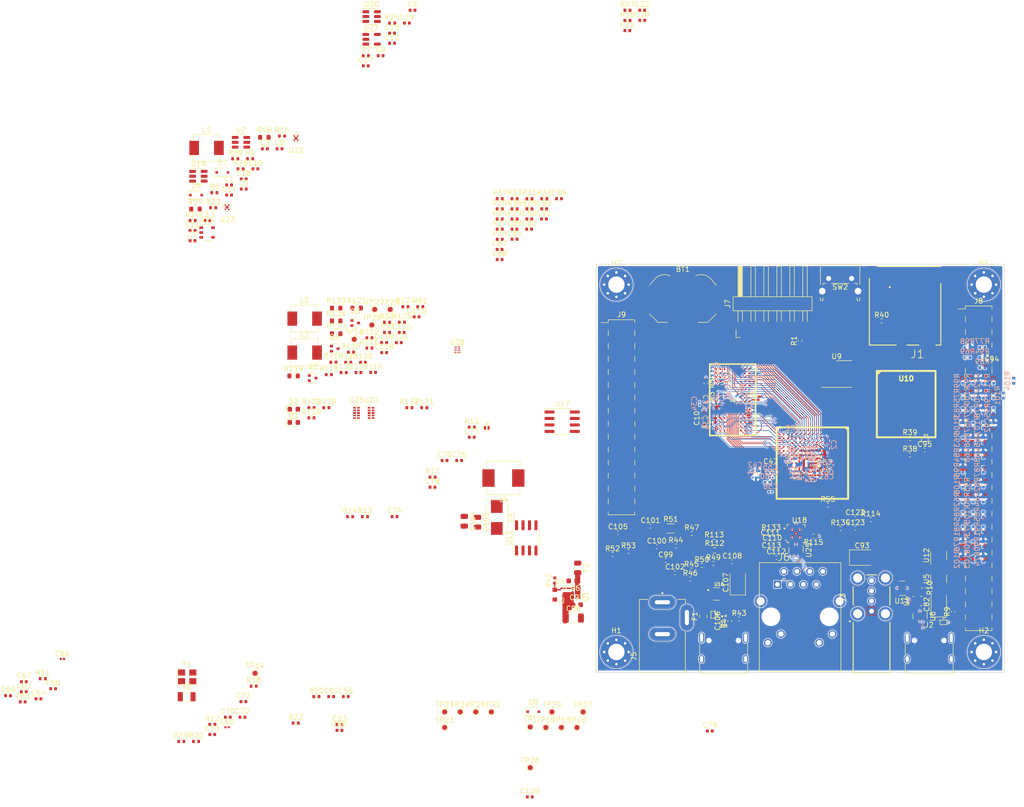
<source format=kicad_pcb>
(kicad_pcb (version 20211014) (generator pcbnew)
  (layers (0 "F.Cu" signal) (1 "In1.Cu" signal) (2 "In2.Cu" signal) (31 "B.Cu" signal) (34 "B.Paste" user) (35 "F.Paste" user) (36 "B.SilkS" user "B.Silkscreen") (37 "F.SilkS" user "F.Silkscreen") (38 "B.Mask" user) (39 "F.Mask" user) (44 "Edge.Cuts" user))
  (net 0 "")
  (net 1 "Net-(C65-Pad1)")
  (net 2 "/Control/XTALI")
  (net 3 "/Control/XTALO")
  (net 4 "Net-(BT1-Pad1)")
  (net 5 "Net-(C1-Pad2)")
  (net 6 "/Control/RTC_XTALI")
  (net 7 "/Control/RTC_XTALO")
  (net 8 "/Storage/SD1_DATA2")
  (net 9 "/Storage/SD1_DATA3")
  (net 10 "/Storage/SD1_CMD")
  (net 11 "/Storage/SD1_CLK")
  (net 12 "/Storage/SD1_DATA0")
  (net 13 "/Storage/SD1_DATA1")
  (net 14 "/DDR/DRAM_RESET_B")
  (net 15 "/DDR/DRAM_ZQPAD")
  (net 16 "/DDR/DRAM_SDCKE0")
  (net 17 "/DDR/DRAM_SDCLK0_P")
  (net 18 "/DDR/DRAM_SDCLK0_N")
  (net 19 "/DDR/DDR_ZQ")
  (net 20 "Net-(C3-Pad1)")
  (net 21 "Net-(R9-Pad2)")
  (net 22 "/Storage/VDDI")
  (net 23 "/Storage/SD2_CLK_R")
  (net 24 "/Power/DCDC_3V3_R")
  (net 27 "Net-(C13-Pad1)")
  (net 28 "Net-(R10-Pad2)")
  (net 29 "/Power/VDD_SNVS_3V3")
  (net 30 "/Storage/SD2_CLK")
  (net 31 "/Storage/SD1_CLK_R")
  (net 32 "/Storage/SD2_DATA7")
  (net 33 "/Storage/SD2_DATA6")
  (net 36 "/Storage/QSPI_nCS")
  (net 37 "/Power/LDO_3V3_R")
  (net 38 "/Power/LDO_1V8_R")
  (net 39 "/Storage/QSPI_DATA0")
  (net 40 "/Storage/QSPI_DATA3")
  (net 41 "/Storage/SD2_DATA5")
  (net 42 "Net-(C20-Pad2)")
  (net 43 "/Storage/SD2_DATA4")
  (net 44 "/DDR/VREFDDR")
  (net 45 "/Storage/QSPI_DATA2")
  (net 46 "/Storage/SD2_DATA3")
  (net 47 "/Storage/SD2_DATA2")
  (net 48 "/Storage/SD2_DATA1")
  (net 50 "/Storage/QSPI_DATA1")
  (net 51 "/Storage/QSPI_SCLK")
  (net 54 "/VIN/JACK_5V_VIN")
  (net 55 "/Power/SD_3V3_1V8_R")
  (net 56 "/IMX6ULL Power/VDD_SOC_CAP")
  (net 57 "/IMX6ULL Power/VDD_SNVS_CAP")
  (net 58 "/DDR/DRAM_A14")
  (net 59 "/DDR/DRAM_A6")
  (net 60 "/IMX6ULL Power/NVCC_PLL_OUT")
  (net 61 "/IMX6ULL Power/VDD_ARM_CAP")
  (net 62 "Net-(D2-Pad2)")
  (net 63 "Net-(L1-Pad1)")
  (net 64 "/DDR/DRAM_SDBA1")
  (net 65 "/DDR/DRAM_A1")
  (net 66 "/DDR/DRAM_A13")
  (net 67 "/DDR/DRAM_A7")
  (net 69 "/Power/DDR_1V35_R")
  (net 70 "Net-(D6-Pad2)")
  (net 71 "/USB/CC1")
  (net 72 "/Power/VDD_ARM_SOC_IN_R")
  (net 73 "/Peripherals/BT_CFG1[0]")
  (net 74 "/DDR/DRAM_WE_B")
  (net 75 "/DDR/DRAM_CAS_B")
  (net 77 "/DDR/DRAM_A8")
  (net 78 "/Peripherals/BT_CFG1[1]")
  (net 79 "/Peripherals/LED_0")
  (net 80 "/Peripherals/BT_CFG1[2]")
  (net 81 "/DDR/DRAM_A2")
  (net 82 "/DDR/DRAM_SDBA2")
  (net 83 "/DDR/DRAM_A11")
  (net 84 "/DDR/DRAM_A4")
  (net 85 "/DDR/DRAM_A15")
  (net 86 "/Control/JTAG_nSRST")
  (net 87 "/Control/JTAG_TCK")
  (net 88 "/Control/JTAG_TMS")
  (net 89 "/DDR/DRAM_A5")
  (net 90 "/DDR/DRAM_A9")
  (net 91 "/DDR/DRAM_A12")
  (net 92 "/DDR/DRAM_A0")
  (net 93 "/Control/JTAG_TDI")
  (net 94 "/Control/UART1_TX")
  (net 95 "/Control/JTAG_TDO")
  (net 96 "/DDR/DRAM_SDBA0")
  (net 97 "/DDR/DRAM_A3")
  (net 98 "/DDR/DRAM_A10")
  (net 99 "/DDR/DRAM_RAS_B")
  (net 100 "/Control/UART1_RX")
  (net 101 "/Control/JTAG_nTRST")
  (net 102 "/DDR/DRAM_ODT0")
  (net 103 "/DDR/DRAM_CS0_B")
  (net 104 "/Control/UART1_RTS")
  (net 109 "/Control/JTAG_MOD")
  (net 110 "/Control/UART1_CTS")
  (net 111 "/Peripherals/BT_CFG1[3]")
  (net 112 "/DDR/DRAM_D13")
  (net 113 "/DDR/DRAM_D12")
  (net 114 "/DDR/DRAM_SDQS0_P")
  (net 115 "/DDR/DRAM_SDQS0_N")
  (net 119 "/Peripherals/BT_CFG1[4]")
  (net 122 "/DDR/DRAM_D15")
  (net 123 "/DDR/DRAM_D14")
  (net 124 "/DDR/DRAM_D11")
  (net 126 "/Peripherals/BT_CFG1[5]")
  (net 128 "/DDR/DRAM_SDQS1_P")
  (net 129 "/DDR/DRAM_SDQS1_N")
  (net 130 "/DDR/DRAM_DQM1")
  (net 131 "/DDR/DRAM_D0")
  (net 132 "/DDR/DRAM_D6")
  (net 133 "/DDR/DRAM_D2")
  (net 134 "/DDR/DRAM_DQM0")
  (net 135 "/DDR/DRAM_D5")
  (net 136 "/Peripherals/BT_CFG1[6]")
  (net 137 "/Peripherals/BT_CFG1[7]")
  (net 138 "/USB/VBUS_1")
  (net 139 "/Peripherals/BT_CFG2[0]")
  (net 140 "/Peripherals/BT_CFG2[1]")
  (net 141 "/DDR/DRAM_D8")
  (net 142 "/DDR/DRAM_D9")
  (net 143 "/DDR/DRAM_D7")
  (net 144 "/DDR/DRAM_D10")
  (net 145 "/DDR/DRAM_D1")
  (net 146 "/DDR/DRAM_D3")
  (net 147 "/DDR/DRAM_D4")
  (net 148 "/Peripherals/BT_CFG2[2]")
  (net 149 "/Peripherals/BT_CFG2[3]")
  (net 150 "Net-(C96-Pad1)")
  (net 152 "/Peripherals/BT_CFG2[4]")
  (net 153 "/Peripherals/BT_CFG2[5]")
  (net 154 "/Peripherals/BT_CFG2[6]")
  (net 159 "/Peripherals/BT_CFG2[7]")
  (net 160 "/VIN/JACK_VIN")
  (net 161 "/Peripherals/BT_CFG4[0]")
  (net 162 "/Peripherals/BT_CFG4[1]")
  (net 163 "Net-(C97-Pad2)")
  (net 164 "Net-(D1-Pad2)")
  (net 165 "/Storage/SD2_DATA0")
  (net 166 "/Storage/SD2_CMD")
  (net 167 "/Storage/SD2_nRST")
  (net 169 "Net-(C100-Pad1)")
  (net 170 "Net-(C99-Pad2)")
  (net 171 "Net-(C101-Pad1)")
  (net 172 "Net-(C102-Pad1)")
  (net 173 "Net-(C102-Pad2)")
  (net 174 "/Peripherals/BT_CFG4[2]")
  (net 175 "GND")
  (net 176 "Net-(F1-Pad1)")
  (net 177 "/VIN/VBUS_VIN")
  (net 178 "/USB/USB1D_P")
  (net 179 "/USB/CC2")
  (net 181 "/USB/USB1D_N")
  (net 184 "Net-(J4-PadB5)")
  (net 189 "Net-(J4-PadA5)")
  (net 191 "Net-(R38-Pad1)")
  (net 192 "/Peripherals/BT_CFG4[3]")
  (net 193 "Net-(R49-Pad2)")
  (net 194 "/Peripherals/LED_1")
  (net 195 "Net-(R52-Pad1)")
  (net 196 "Net-(R53-Pad1)")
  (net 197 "/USB/USB2D_N")
  (net 198 "/USB/USB2D_P")
  (net 199 "Net-(R40-Pad1)")
  (net 200 "Net-(D7-Pad1)")
  (net 201 "Net-(F2-Pad1)")
  (net 203 "/Peripherals/BT_CFG4[4]")
  (net 204 "/Peripherals/BT_CFG4[5]")
  (net 207 "/Peripherals/BT_CFG4[6]")
  (net 208 "/Peripherals/BT_CFG4[7]")
  (net 209 "/Peripherals/GPIO4_IO22")
  (net 210 "/Power/PG_3V3")
  (net 211 "Net-(R25-Pad2)")
  (net 212 "/Peripherals/GPIO4_IO21")
  (net 213 "Net-(U20-Pad3)")
  (net 214 "Net-(U2-Pad3)")
  (net 215 "/Control/ONOFF")
  (net 216 "Net-(U2-Pad6)")
  (net 217 "GPIO_DVFS")
  (net 218 "Net-(Q2-Pad3)")
  (net 219 "PMIC_STBY_REQ")
  (net 220 "Net-(Q3-Pad3)")
  (net 221 "Net-(U24-Pad4)")
  (net 222 "Net-(Q4-Pad3)")
  (net 223 "PMIC_ON_REQ")
  (net 224 "Net-(R45-Pad2)")
  (net 225 "Net-(U20-Pad6)")
  (net 226 "/Power/DDR_PG")
  (net 227 "/Power/ARM_SOC_PG")
  (net 231 "/Peripherals/GPIO1_IO01")
  (net 232 "/Peripherals/GPIO1_IO02")
  (net 233 "/Peripherals/GPIO1_IO03")
  (net 234 "/Peripherals/GPIO1_IO04")
  (net 235 "/Peripherals/GPIO1_IO05")
  (net 236 "/Peripherals/GPIO1_IO06")
  (net 237 "/Peripherals/GPIO1_IO07")
  (net 238 "/Peripherals/GPIO1_IO08")
  (net 239 "/Peripherals/GPIO1_IO09")
  (net 240 "unconnected-(U11-Pad1)")
  (net 241 "unconnected-(U11-Pad2)")
  (net 244 "/Peripherals/GPIO4_IO23")
  (net 245 "/Peripherals/GPIO4_IO24")
  (net 246 "/Peripherals/GPIO4_IO25")
  (net 247 "/Peripherals/GPIO4_IO26")
  (net 248 "/Peripherals/GPIO4_IO27")
  (net 250 "~{WDOG}")
  (net 251 "DDR_1V35")
  (net 252 "VSYS_5V")
  (net 253 "LDO_3V3")
  (net 254 "VDD_HIGH_CAP")
  (net 255 "VDD_ARM_SOC_IN")
  (net 256 "DCDC_3V3")
  (net 257 "SNVS_3V3")
  (net 258 "SD_3V3_1V8")
  (net 259 "~{USB1_INT}")
  (net 260 "I2C1_SDA")
  (net 261 "I2C1_SCL")
  (net 262 "USB1_ID")
  (net 263 "ATS_STATUS")
  (net 264 "SD1_VSELECT")
  (net 265 "LDO_1V8")
  (net 266 "/Ethernet/ENET1_TX_CLK_R")
  (net 267 "/Ethernet/ENET1_TX_CLK")
  (net 268 "/Ethernet/ENET1_MDIO")
  (net 269 "Net-(R115-Pad2)")
  (net 270 "/Ethernet/ENET1_MDC")
  (net 271 "/Ethernet/ENET1_RX_ER")
  (net 272 "/Ethernet/~{ENET1_RST}")
  (net 273 "/Ethernet/ENET1_TX_DATA1")
  (net 274 "/Ethernet/ENET1_TX_DATA0")
  (net 275 "/Ethernet/ENET1_CRS_DV")
  (net 276 "/Ethernet/ENET1_RX_DATA1")
  (net 277 "/Ethernet/ENET1_TX_EN")
  (net 278 "/Ethernet/ENET1_RX_DATA0")
  (net 408 "/Control/UART2_TX")
  (net 409 "/Control/UART2_RX")
  (net 410 "/Control/UART2_RTS")
  (net 411 "/Control/UART2_CTS")
  (net 412 "/Control/UART3_TX")
  (net 413 "/Control/UART3_RX")
  (net 414 "/Control/UART3_RTS")
  (net 415 "/Control/UART5_TX")
  (net 416 "/Control/UART3_CTS")
  (net 417 "/Control/UART5_RX")
  (net 418 "/Control/UART4_TX")
  (net 419 "/Control/UART4_RX")
  (net 420 "/Control/BOOT_MODE0")
  (net 421 "/Control/BOOT_MODE1")
  (net 423 "Net-(J6-Pad2)")
  (net 424 "Net-(J6-Pad5)")
  (net 425 "/Ethernet/RJ45_LED_Y")
  (net 426 "/Ethernet/RJ45_LED_G")
  (net 427 "/Ethernet/RJ45_RD_N")
  (net 428 "/Ethernet/RJ45_RD_P")
  (net 429 "/Ethernet/RJ45_TD_N")
  (net 430 "/Ethernet/RJ45_TD_P")
  (net 431 "/Ethernet/RJ45_LED_G_R")
  (net 432 "/Ethernet/RJ45_LED_Y_R")
  (net 433 "Net-(C108-Pad1)")
  (net 434 "/Peripherals/USB1_ID_R")
  (footprint "Resistor_SMD:R_0402_1005Metric" (layer "F.Cu") (at 187.62 118.3 180)
    (fp_text reference "R115")
    (fp_text value "6.49K")
  )
  (footprint "TestPoint:TestPoint_Pad_D1.0mm" (layer "F.Cu") (at 124.49 152.75)
    (fp_text reference "TP22")
    (fp_text value "TestPoint")
  )
  (footprint "Capacitor_SMD:C_0201_0603Metric" (layer "F.Cu") (at 72.7 155.75)
    (fp_text reference "C50")
    (fp_text value "0.22uF")
  )
  (footprint "Resistor_SMD:R_0402_1005Metric" (layer "F.Cu") (at 184.99 80 90)
    (fp_text reference "R1")
    (fp_text value "10K")
  )
  (footprint "Resistor_SMD:R_0402_1005Metric" (layer "F.Cu") (at 106.95 76.39)
    (fp_text reference "R125")
    (fp_text value "93.1K")
  )
  (footprint "Resistor_SMD:R_0402_1005Metric" (layer "F.Cu") (at 70.2 50.98103)
    (fp_text reference "R8")
    (fp_text value "100K")
  )
  (footprint "LED_SMD:LED_0603_1608Metric" (layer "F.Cu") (at 85.77 96.01)
    (fp_text reference "D1")
    (fp_text value "LED")
  )
  (footprint "Resistor_SMD:R_0402_1005Metric" (layer "F.Cu") (at 104.04 76.39)
    (fp_text reference "R60")
    (fp_text value "100K")
  )
  (footprint "Resistor_SMD:R_0402_1005Metric" (layer "F.Cu") (at 63.71 158.54)
    (fp_text reference "R19")
    (fp_text value "10K")
  )
  (footprint "Battery:BatteryHolder_LINX_BAT-HLD-012-SMT" (layer "F.Cu") (at 162.020764 71.99 180)
    (fp_text reference "BT1")
    (fp_text value "Battery_Cell")
  )
  (footprint "Resistor_SMD:R_0402_1005Metric" (layer "F.Cu") (at 86.15 154.93)
    (fp_text reference "R22")
    (fp_text value "4.7K")
  )
  (footprint "imx6ull-sbc:DFN100X60X45-2N" (layer "F.Cu") (at 167.96 133.6875 -90)
    (fp_text reference "U14")
    (fp_text value "D5V0H1B2LP")
  )
  (footprint "Capacitor_SMD:C_0402_1005Metric" (layer "F.Cu") (at 112.95 108.71)
    (fp_text reference "C78")
    (fp_text value "0.1uF")
  )
  (footprint "Resistor_SMD:R_0402_1005Metric" (layer "F.Cu") (at 166.55 90.89 -90)
    (fp_text reference "R3")
    (fp_text value "10K")
  )
  (footprint "Capacitor_Tantalum_SMD:CP_EIA-3528-15_AVX-H" (layer "F.Cu") (at 172.79 127.37 90)
    (fp_text reference "C107")
    (fp_text value "100uF")
  )
  (footprint "imx6ull-sbc:DFN100X60X45-2N" (layer "F.Cu") (at 209.46 99.295)
    (fp_text reference "U13")
    (fp_text value "D5V0H1B2LP")
  )
  (footprint "Resistor_SMD:R_0402_1005Metric" (layer "F.Cu") (at 160.65 120.24)
    (fp_text reference "R44")
    (fp_text value "21K")
  )
  (footprint "Resistor_SMD:R_0402_1005Metric" (layer "F.Cu") (at 179.32 117.76)
    (fp_text reference "R133")
    (fp_text value "1K")
  )
  (footprint "Capacitor_SMD:C_0402_1005Metric" (layer "F.Cu") (at 160.48 125.48)
    (fp_text reference "C102")
    (fp_text value "0.1uF")
  )
  (footprint "Capacitor_SMD:C_0402_1005Metric" (layer "F.Cu") (at 120.64 98.91)
    (fp_text reference "C77")
    (fp_text value "0.1uF")
  )
  (footprint "Resistor_SMD:R_0402_1005Metric" (layer "F.Cu") (at 77.91 147.69)
    (fp_text reference "R18")
    (fp_text value "10K")
  )
  (footprint "Package_SO:SOIC-8_3.9x4.9mm_P1.27mm" (layer "F.Cu") (at 138.36 95.87)
    (fp_text reference "U17")
    (fp_text value "INA219BxD")
  )
  (footprint "imx6ull-sbc:J1B1211CCD" (layer "F.Cu") (at 185 134.1)
    (fp_text reference "J6")
    (fp_text value "J1B1211CCD")
  )
  (footprint "TestPoint:TestPoint_Pad_D1.0mm" (layer "F.Cu") (at 132.11 163.67)
    (fp_text reference "TP26")
    (fp_text value "TestPoint")
  )
  (footprint "Capacitor_SMD:C_0402_1005Metric" (layer "F.Cu") (at 102.79 24.13103)
    (fp_text reference "C9")
    (fp_text value "1uF")
  )
  (footprint "TestPoint:TestPoint_Pad_D1.0mm" (layer "F.Cu") (at 121.44 152.75)
    (fp_text reference "TP25")
    (fp_text value "TestPoint")
  )
  (footprint "Capacitor_SMD:C_0201_0603Metric" (layer "F.Cu") (at 176.86 91.26 90)
    (fp_text reference "C29")
    (fp_text value "0.22uF")
  )
  (footprint "Capacitor_SMD:C_0805_2012Metric" (layer "F.Cu") (at 119.17 115.38 -90)
    (fp_text reference "C104")
    (fp_text value "22uF")
  )
  (footprint "Capacitor_SMD:C_0402_1005Metric" (layer "F.Cu") (at 155.67 116.37)
    (fp_text reference "C101")
    (fp_text value "15nF")
  )
  (footprint "TestPoint:TestPoint_Pad_D1.0mm" (layer "F.Cu") (at 101.06 76.92)
    (fp_text reference "TP29")
    (fp_text value "TestPoint")
  )
  (footprint "Capacitor_SMD:C_0402_1005Metric" (layer "F.Cu") (at 32.64 150.77)
    (fp_text reference "C65")
    (fp_text value "10uF")
  )
  (footprint "Package_TO_SOT_SMD:SOT-23-5" (layer "F.Cu") (at 212.16 122.074533 90)
    (fp_text reference "U12")
    (fp_text value "74LVC1G04")
  )
  (footprint "Resistor_SMD:R_0402_1005Metric" (layer "F.Cu") (at 206.53 102.37)
    (fp_text reference "R38")
    (fp_text value "10K")
  )
  (footprint "Package_SON:USON-10_2.5x1.0mm_P0.5mm" (layer "F.Cu") (at 208.5 134 -90)
    (fp_text reference "U6")
    (fp_text value "TPD4EUSB30")
  )
  (footprint "TestPoint:TestPoint_Pad_D1.0mm" (layer "F.Cu") (at 135.16 155.8)
    (fp_text reference "TP19")
    (fp_text value "TestPoint")
  )
  (footprint "Connector_PinHeader_2.54mm:PinHeader_2x25_P2.54mm_Vertical_SMD" (layer "F.Cu") (at 220 105)
    (fp_text reference "J8")
    (fp_text value "Conn_02x25_Odd_Even")
  )
  (footprint "Resistor_SMD:R_0402_1005Metric" (layer "F.Cu") (at 209.24 128.45 -90)
    (fp_text reference "R10")
    (fp_text value "10K")
  )
  (footprint "Capacitor_SMD:C_0402_1005Metric" (layer "F.Cu") (at 132.02 169.4)
    (fp_text reference "C109")
    (fp_text value "18pF")
  )
  (footprint "Capacitor_SMD:C_0402_1005Metric" (layer "F.Cu") (at 156.91 120.39)
    (fp_text reference "C100")
    (fp_text value "68pF")
  )
  (footprint "Inductor_SMD:L_Vishay_IHLP-2020" (layer "F.Cu") (at 68.67 42.21103)
    (fp_text reference "L1")
    (fp_text value "2.2uH")
  )
  (footprint "Capacitor_SMD:C_0402_1005Metric" (layer "F.Cu") (at 32.86 148.8)
    (fp_text reference "C63")
    (fp_text value "1uF")
  )
  (footprint "Resistor_SMD:R_0402_1005Metric" (layer "F.Cu") (at 107.65 73.34)
    (fp_text reference "R124")
    (fp_text value "100K")
  )
  (footprint "Resistor_SMD:R_0402_1005Metric" (layer "F.Cu") (at 126.13 54.16)
    (fp_text reference "R30")
    (fp_text value "10K")
  )
  (footprint "Package_SON:USON-10_2.5x1.0mm_P0.5mm" (layer "F.Cu") (at 184.2 121 -90)
    (fp_text reference "U25")
    (fp_text value "TPD4EUSB30")
  )
  (footprint "Connector_USB:USB_C_Receptacle_HRO_TYPE-C-31-M-12" (layer "F.Cu") (at 210.3 141.35)
    (fp_text reference "J2")
    (fp_text value "USB4105")
  )
  (footprint "Resistor_SMD:R_0402_1005Metric" (layer "F.Cu") (at 93.53 84.22)
    (fp_text reference "R117")
    (fp_text value "100K")
  )
  (footprint "Capacitor_SMD:C_0402_1005Metric" (layer "F.Cu") (at 73.09 51.44103)
    (fp_text reference "C14")
    (fp_text value "1uF")
  )
  (footprint "Capacitor_SMD:C_0402_1005Metric" (layer "F.Cu") (at 75.89 150.73)
    (fp_text reference "C71")
    (fp_text value "16pF")
  )
  (footprint "Capacitor_SMD:C_0402_1005Metric" (layer "F.Cu") (at 78.24 46.31103)
    (fp_text reference "C16")
    (fp_text value "1uF")
  )
  (footprint "Resistor_SMD:R_0402_1005Metric" (layer "F.Cu") (at 131.95 52.17)
    (fp_text reference "R31")
    (fp_text value "10K")
  )
  (footprint "Package_TO_SOT_SMD:SOT-23-6" (layer "F.Cu") (at 101.02 16.47103)
    (fp_text reference "U20")
    (fp_text value "TLV62569DDC")
  )
  (footprint "Resistor_SMD:R_0402_1005Metric" (layer "F.Cu") (at 99.71 114.48)
    (fp_text reference "R13")
    (fp_text value "10R")
  )
  (footprint "Capacitor_SMD:C_0402_1005Metric" (layer "F.Cu") (at 134.8 56.14)
    (fp_text reference "C91")
    (fp_text value "4.7uF")
  )
  (footprint "Resistor_SMD:R_0402_1005Metric" (layer "F.Cu") (at 96.98 82.25)
    (fp_text reference "R118")
    (fp_text value "91K")
  )
  (footprint "Package_SO:SOIC-8_3.9x4.9mm_P1.27mm" (layer "F.Cu") (at 131.33 118.64 90)
    (fp_text reference "U15")
    (fp_text value "TPS54233")
  )
  (footprint "Capacitor_SMD:C_0402_1005Metric" (layer "F.Cu") (at 129.02 58.13)
    (fp_text reference "C89")
    (fp_text value "0.1uF")
  )
  (footprint "Resistor_SMD:R_0402_1005Metric" (layer "F.Cu") (at 129.04 52.17)
    (fp_text reference "R33")
    (fp_text value "10K")
  )
  (footprint "TestPoint:TestPoint_Pad_D1.0mm" (layer "F.Cu") (at 138.21 155.8)
    (fp_text reference "TP15")
    (fp_text value "TestPoint")
  )
  (footprint "Inductor_SMD:L_Vishay_IHLP-2525" (layer "F.Cu") (at 126.85 106.91 180)
    (fp_text reference "L4")
    (fp_text value "22uH")
  )
  (footprint "Resistor_SMD:R_0603_1608Metric" (layer "F.Cu") (at 80 40.14103)
    (fp_text reference "R48")
    (fp_text value "0R")
  )
  (footprint "Capacitor_SMD:C_0402_1005Metric" (layer "F.Cu") (at 215 133.09 90)
    (fp_text reference "R9")
    (fp_text value "1M")
  )
  (footprint "Capacitor_SMD:C_0402_1005Metric" (layer "F.Cu") (at 38.6 148.2)
    (fp_text reference "C68")
    (fp_text value "0.1uF")
  )
  (footprint "Resistor_SMD:R_0402_1005Metric" (layer "F.Cu") (at 166.545323 88.38 -90)
    (fp_text reference "R5")
    (fp_text value "240R")
  )
  (footprint "Capacitor_SMD:C_0402_1005Metric" (layer "F.Cu") (at 167.31 156.49)
    (fp_text reference "C79")
    (fp_text value "0.22uF")
  )
  (footprint "Resistor_SMD:R_0402_1005Metric" (layer "F.Cu") (at 200.99 76.11)
    (fp_text reference "R40")
    (fp_text value "0R")
  )
  (footprint "Resistor_SMD:R_0402_1005Metric" (layer "F.Cu") (at 69.81 155.19)
    (fp_text reference "R12")
    (fp_text value "2.2M")
  )
  (footprint "Connector_USB:USB_C_Receptacle_HRO_TYPE-C-31-M-12" (layer "F.Cu") (at 170.01 141.35)
    (fp_text reference "J4")
    (fp_text value "USB4105")
  )
  (footprint "Resistor_SMD:R_0402_1005Metric" (layer "F.Cu") (at 89.23 95.11)
    (fp_text reference "R129")
    (fp_text value "1K")
  )
  (footprint "Capacitor_SMD:C_0805_2012Metric" (layer "F.Cu") (at 121.78 115.56 -90)
    (fp_text reference "C103")
    (fp_text value "22uF")
  )
  (footprint "Capacitor_Tantalum_SMD:CP_EIA-3528-15_AVX-H" (layer "F.Cu") (at 212.18 131.6775 90)
    (fp_text reference "C82")
    (fp_text value "100uF")
  )
  (footprint "imx6ull-sbc:MICRON-FBGA-96" (layer "F.Cu") (at 176.29 84.58 180)
    (fp_text reference "U3")
    (fp_text value "MT41K256M16" hide)
  )
  (footprint "Resistor_SMD:R_0402_1005Metric" (layer "F.Cu") (at 111.34 93.12)
    (fp_text reference "R131")
    (fp_text value "2.49K")
  )
  (footprint "Capacitor_SMD:C_0603_1608Metric" (layer "F.Cu") (at 166.19 95.18 90)
    (fp_text reference "C10")
    (fp_text value "22uF")
  )
  (footprint "Package_SO:TSOP-5_1.65x3.05mm_P0.95mm" (layer "F.Cu") (at 68.78 58.79103)
    (fp_text reference "U24")
    (fp_text value "NCP164CSNADJT1G")
  )
  (footprint "Capacitor_SMD:C_0603_1608Metric" (layer "F.Cu") (at 140.43 127.061039 180)
    (fp_text reference "C96")
    (fp_text value "0.1uF")
  )
  (footprint "Package_TO_SOT_SMD:SOT-416" (layer "F.Cu") (at 89.46 87.32)
    (fp_text reference "Q2")
    (fp_text value "2SK3019")
  )
  (footprint "Resistor_SMD:R_0402_1005Metric" (layer "F.Cu") (at 190.45 112.23)
    (fp_text reference "R55")
    (fp_text value "10R")
  )
  (footprint "Capacitor_SMD:C_0603_1608Metric" (layer "F.Cu") (at 141.21 131.75)
    (fp_text reference "C97")
    (fp_text value "0.1uF")
  )
  (footprint "TestPoint:TestPoint_Pad_D1.0mm" (layer "F.Cu") (at 101.62 73.87)
    (fp_text reference "TP27")
    (fp_text value "TestPoint")
  )
  (footprint "Capacitor_SMD:C_0402_1005Metric" (layer "F.Cu") (at 131.93 56.14)
    (fp_text reference "C86")
    (fp_text value "0.1uF")
  )
  (footprint "Package_DFN_QFN:Texas_X2QFN-12_1.6x1.6mm_P0.4mm" (layer "F.Cu") (at 207.98 131.02 90)
    (fp_text reference "U4")
    (fp_text value "TUSB320")
  )
  (footprint "Capacitor_SMD:C_0402_1005Metric" (layer "F.Cu") (at 103.48 82.33)
    (fp_text reference "C118")
    (fp_text value "10uF")
  )
  (footprint "TestPoint:TestPoint_Pad_D1.0mm" (layer "F.Cu") (at 104.67 73.87)
    (fp_text reference "TP28")
    (fp_text value "TestPoint")
  )
  (footprint "TestPoint:TestPoint_Pad_D1.0mm" (layer "F.Cu") (at 97.61 79.73)
    (fp_text reference "TP16")
    (fp_text value "TestPoint")
  )
  (footprint "Capacitor_SMD:C_0402_1005Metric" (layer "F.Cu") (at 154.05 17.20103)
    (fp_text reference "C20")
    (fp_text value "4.7uF")
  )
  (footprint "Resistor_SMD:R_0402_1005Metric" (layer "F.Cu") (at 151.16 15.24103)
    (fp_text reference "R57")
    (fp_text value "1.5K")
  )
  (footprint "Package_TO_SOT_SMD:SOT-23-5" (layer "F.Cu") (at 101.02 20.92103)
    (fp_text reference "U21")
    (fp_text value "TPS7A0333DBVR")
  )
  (footprint "MountingHole:MountingHole_3.2mm_M3_Pad_Via" (layer "F.Cu") (at 221.01 69)
    (fp_text reference "H4")
    (fp_text value "MountingHole_Pad")
  )
  (footprint "Resistor_SMD:R_0402_1005Metric" (layer "F.Cu") (at 168 123.64)
    (fp_text reference "R49")
    (fp_text value "10K")
  )
  (footprint "Resistor_SMD:R_0603_1608Metric" (layer "F.Cu") (at 98.09 73.6)
    (fp_text reference "R121")
    (fp_text value "0R")
  )
  (footprint "Capacitor_SMD:C_0402_1005Metric" (layer "F.Cu") (at 29.77 149.56)
    (fp_text reference "C69")
    (fp_text value "1uF")
  )
  (footprint "Resistor_SMD:R_0402_1005Metric" (layer "F.Cu") (at 99.9 24.14103)
    (fp_text reference "R7")
    (fp_text value "1M")
  )
  (footprint "Capacitor_SMD:C_0402_1005Metric" (layer "F.Cu") (at 105.03 19.73103)
    (fp_text reference "C15")
    (fp_text value "0.1uF")
  )
  (footprint "Capacitor_SMD:C_0402_1005Metric" (layer "F.Cu") (at 72.84 153.78)
    (fp_text reference "C70")
    (fp_text value "16pF")
  )
  (footprint "Capacitor_SMD:C_0402_1005Metric" (layer "F.Cu") (at 106.93 78.37)
    (fp_text reference "C115")
    (fp_text value "4.7uF")
  )
  (footprint "Capacitor_SMD:C_0402_1005Metric" (layer "F.Cu") (at 158.66 123.08)
    (fp_text reference "C99")
    (fp_text value "1800pF")
  )
  (footprint "Capacitor_SMD:C_0402_1005Metric" (layer "F.Cu") (at 209.42 101.43)
    (fp_text reference "C95")
    (fp_text value "0.1uF")
  )
  (footprint "Resistor_SMD:R_0603_1608Metric" (layer "F.Cu") (at 94.08 76.11)
    (fp_text reference "R126")
    (fp_text value "0R")
  )
  (footprint "Resistor_SMD:R_0603_1608Metric" (layer "F.Cu") (at 168.235 121.1)
    (fp_text reference "R112")
    (fp_text value "0R")
  )
  (footprint "imx6ull-sbc:6-PowerUDFN" (layer "F.Cu") (at 141.085 129.42 -90)
    (fp_text reference "Q1")
    (fp_text value "DMP4047LFDE-7")
  )
  (footprint "Resistor_SMD:R_0402_1005Metric" (layer "F.Cu") (at 92.64 86.64)
    (fp_text reference "R111")
    (fp_text value "100K")
  )
  (footprint "Capacitor_SMD:C_0402_1005Metric" (layer "F.Cu") (at 118.18 103.47)
    (fp_text reference "C76")
    (fp_text value "10uF")
  )
  (footprint "Resistor_SMD:R_0402_1005Metric" (layer "F.Cu") (at 173.04 134.56)
    (fp_text reference "R43")
    (fp_text value "5.1K")
  )
  (footprint "TestPoint:TestPoint_Pad_D1.0mm" (layer "F.Cu") (at 115.34 152.75)
    (fp_text reference "TP21")
    (fp_text value "TestPoint")
  )
  (footprint "imx6ull-sbc:XDFN4-1EP_1.0x1.0mm_EP0.52x0.52mm" (layer "F.Cu") (at 72.695 53.84603)
    (fp_text reference "U23")
    (fp_text value "NCP167AMX180TBG")
  )
  (footprint "Capacitor_SMD:C_0402_1005Metric" (layer "F.Cu") (at 195.8 114.81)
    (fp_text reference "C122")
    (fp_text value "0.1uF")
  )
  (footprint "Resistor_SMD:R_0402_1005Metric" (layer "F.Cu") (at 129.04 54.16)
    (fp_text reference "R36")
    (fp_text value "10K")
  )
  (footprint "Resistor_SMD:R_0402_1005Metric" (layer "F.Cu") (at 148.25 121.9)
    (fp_text reference "R52")
    (fp_text value "10K")
  )
  (footprint "Capacitor_SMD:C_0402_1005Metric" (layer "F.Cu") (at 179.52 119.8)
    (fp_text reference "C110")
    (fp_text value "10uF")
  )
  (footprint "Resistor_SMD:R_0402_1005Metric" (layer "F.Cu") (at 95.55 86.23)
    (fp_text reference "R122")
    (fp_text value "200K")
  )
  (footprint "Diode_SMD:D_SMB" (layer "F.Cu") (at 125.56 114.64 -90)
    (fp_text reference "D5")
    (fp_text value "B230")
  )
  (footprint "Capacitor_SMD:C_0402_1005Metric" (layer "F.Cu") (at 106.35 80.36)
    (fp_text reference "C121")
    (fp_text value "10uF")
  )
  (footprint "Capacitor_SMD:C_1206_3216Metric" (layer "F.Cu") (at 140.57 134.35)
    (fp_text reference "C98")
    (fp_text value "10uF")
  )
  (footprint "TestPoint:TestPoint_Pad_D1.0mm" (layer "F.Cu") (at 142.46 152.75)
    (fp_text reference "TP17")
    (fp_text value "TestPoint")
  )
  (footprint "Capacitor_SMD:C_0402_1005Metric" (layer "F.Cu") (at 115.31 103.47)
    (fp_text reference "C75")
    (fp_text value "0.22uF")
  )
  (footprint "Resistor_SMD:R_0402_1005Metric" (layer "F.Cu") (at 92.14 93.12)
    (fp_text reference "R128")
    (fp_text value "1K")
  )
  (footprint "Resistor_SMD:R_0402_1005Metric" (layer "F.Cu") (at 100.59 81.43)
    (fp_text reference "R116")
    (fp_text value "953K")
  )
  (footprint "Capacitor_SMD:C_0402_1005Metric" (layer "F.Cu") (at 75.96 48.30103)
    (fp_text reference "C18")
    (fp_text value "1uF")
  )
  (footprint "Resistor_SMD:R_0603_1608Metric" (layer "F.Cu") (at 168.17 119.45)
    (fp_text reference "R113")
    (fp_text value "0R")
  )
  (footprint "imx6ull-sbc:XCVR_DP83825IRMQR" (layer "F.Cu") (at 184.2 117.8)
    (fp_text reference "U18")
    (fp_text value "DP83825")
  )
  (footprint "Capacitor_SMD:C_0402_1005Metric" (layer "F.Cu") (at 75.71 153.78)
    (fp_text reference "C72")
    (fp_text value "18pF")
  )
  (footprint "Capacitor_SMD:C_0402_1005Metric" (layer "F.Cu") (at 195.8 116.78)
    (fp_text reference "C123")
    (fp_text value "0.1uF")
  )
  (footprint "imx6ull-sbc:SOT1203" (layer "F.Cu") (at 117.815 81.755)
    (fp_text reference "U28")
    (fp_text value "74LVC1G123")
  )
  (footprint "Capacitor_SMD:C_0402_1005Metric" (layer "F.Cu") (at 103.48 80.36)
    (fp_text reference "C119")
    (fp_text value "10uF")
  )
  (footprint "TestPoint:TestPoint_Pad_D1.0mm" (layer "F.Cu") (at 118.39 152.75)
    (fp_text reference "TP24")
    (fp_text value "TestPoint")
  )
  (footprint "Resistor_SMD:R_0402_1005Metric" (layer "F.Cu") (at 96.44 84.24)
    (fp_text reference "R123")
    (fp_text value "100K")
  )
  (footprint "imx6ull-sbc:GCT_MEM2051-00-195-00-A_REVC" (layer "F.Cu") (at 205.5725 73.25 180)
    (fp_text reference "J1")
    (fp_text value "Micro_SD_Card_Det1")
  )
  (footprint "TestPoint:TestPoint_Pad_D1.0mm" (layer "F.Cu") (at 136.36 152.75)
    (fp_text reference "TP20")
    (fp_text value "TestPoint")
  )
  (footprint "Capacitor_SMD:C_0402_1005Metric" (layer "F.Cu") (at 171.69 123.33)
    (fp_text reference "C108")
    (fp_text value "0.1uF")
  )
  (footprint "Capacitor_SMD:C_0402_1005Metric" (layer "F.Cu") (at 94.72 155.23)
    (fp_text reference "C53")
    (fp_text value "0.1uF")
  )
  (footprint "Capacitor_SMD:C_0402_1005Metric" (layer "F.Cu") (at 82.97 42.38103)
    (fp_text reference "C8")
    (fp_text value "10uF")
  )
  (footprint "Capacitor_SMD:C_0402_1005Metric" (layer "F.Cu") (at 68.84 56.43103)
    (fp_text reference "C13")
    (fp_text value "1uF")
  )
  (footprint "Button_Switch_THT:SW_Tactile_SPST_Angled_PTS645Vx58-2LFS" (layer "F.Cu") (at 190.59 67.79)
    (fp_text reference "SW2")
    (fp_text value "SW_Push")
  )
  (footprint "Connector_PinHeader_2.54mm:PinHeader_2x15_P2.54mm_Vertical_SMD" (layer "F.Cu") (at 150 95)
    (fp_text reference "J9")
    (fp_text value "Conn_02x15_Odd_Even")
  )
  (footprint "Resistor_SMD:R_0402_1005Metric" (layer "F.Cu") (at 65.95 56.44103)
    (fp_text reference "R24")
    (fp_text value "499K")
  )
  (footprint "Resistor_SMD:R_0402_1005Metric" (layer "F.Cu") (at 66.62 158.54)
    (fp_text reference "R20")
    (fp_text value "10K")
  )
  (footprint "Diode_SMD:D_SOD-323F" (layer "F.Cu") (at 71.77 47.01103)
    (fp_text reference "D7")
    (fp_text value "PMEG3010AESBYL")
  )
  (footprint "Capacitor_SMD:C_0402_1005Metric" (layer "F.Cu") (at 99.88 26.12103)
    (fp_text reference "C17")
    (fp_text value "1uF")
  )
  (footprint "Resistor_SMD:R_0402_1005Metric" (layer "F.Cu") (at 151.37 121.31)
    (fp_text reference "R53")
    (fp_text value "10K")
  )
  (footprint "Crystal:Crystal_SMD_3215-2Pin_3.2x1.5mm" (layer "F.Cu") (at 64.78 149.77)
    (fp_text reference "Y2")
    (fp_text value "32.768kHz")
  )
  (footprint "Crystal:Crystal_SMD_3225-4Pin_3.2x2.5mm" (layer "F.Cu") (at 64.88 145.87)
    (fp_text reference "Y1")
    (fp_text value "24Mhz")
  )
  (footprint "Resistor_SMD:R_0402_1005Metric" (layer "F.Cu") (at 126.13 56.15)
    (fp_text reference "R34")
    (fp_text value "10K")
  )
  (footprint "Resistor_SMD:R_0603_1608Metric" (layer "F.Cu") (at 94.08 73.6)
    (fp_text reference "R120")
    (fp_text value "0R")
  )
  (footprint "Capacitor_Tantalum_SMD:CP_EIA-3528-15_AVX-H" (layer "F.Cu") (at 197.14 122.5)
    (fp_text reference "C93")
    (fp_text value "100uF")
  )
  (footprint "Resistor_SMD:R_0402_1005Metric" (layer "F.Cu") (at 171.22 134.92 90)
    (fp_text reference "R41")
    (fp_text value "5.1K")
  )
  (footprint "Inductor_SMD:L_Vishay_IHLP-2020" (layer "F.Cu") (at 87.9 75.67)
    (fp_text reference "L3")
    (fp_text value "2.2uH")
  )
  (footprint "Resistor_SMD:R_0402_1005Metric" (layer "F.Cu") (at 83.46 39.88103)
    (fp_text reference "R16")
    (fp_text value "100K")
  )
  (footprint "Connector_Harwin:Harwin_M20-89006xx_1x06_P2.54mm_Horizontal" (layer "F.Cu") (at 179.61 72.28 90)
    (fp_text reference "J7")
    (fp_text value "Conn_01x06_Male")
  )
  (footprint "Resistor_SMD:R_0402_1005Metric" (layer "F.Cu") (at 163.7 124.95)
    (fp_text reference "R45")
    (fp_text value "3.3K")
  )
  (footprint "Package_TO_SOT_SMD:SOT-416" (layer "F.Cu") (at 97.81 76.53)
    (fp_text reference "Q3")
    (fp_text value "2SK3019")
  )
  (footprint "Resistor_SMD:R_0402_1005Metric" (layer "F.Cu") (at 112.97 106.73)
    (fp_text reference "R17")
    (fp_text value "10K")
  )
  (footprint "Capacitor_SMD:C_0402_1005Metric" (layer "F.Cu") (at 134.84 54.15)
    (fp_text reference "C90")
    (fp_text value "4.7uF")
  )
  (footprint "Capacitor_SMD:C_0402_1005Metric" (layer "F.Cu") (at 109.04 15.23103)
    (fp_text reference "C6")
    (fp_text value "10uF")
  )
  (footprint "Capacitor_SMD:C_0402_1005Metric" (layer "F.Cu") (at 179.4 121.26)
    (fp_text reference "C113")
    (fp_text value "1uF")
  )
  (footprint "Capacitor_SMD:C_0402_1005Metric" (layer "F.Cu") (at 94.72 156.36)
    (fp_text reference "C80")
    (fp_text value "0.22uF")
  )
  (footprint "Capacitor_SMD:C_0402_1005Metric" (layer "F.Cu") (at 35.73 150.17)
    (fp_text reference "C64")
    (fp_text value "1uF")
  )
  (footprint "Resistor_SMD:R_0402_1005Metric" (layer "F.Cu") (at 134.86 52.17)
    (fp_text reference "R32")
    (fp_text value "10K")
  )
  (footprint "Capacitor_SMD:C_0402_1005Metric" (layer "F.Cu") (at 137.75 52.16)
    (fp_text reference "C85")
    (fp_text value "0.1uF")
  )
  (footprint "Capacitor_SMD:C_0402_1005Metric" (layer "F.Cu") (at 222.56 84.78)
    (fp_text reference "C94")
    (fp_text value "0.1uF")
  )
  (footprint "Package_TO_SOT_SMD:SOT-23-6" (layer "F.Cu") (at 75.42 41.11103)
    (fp_text reference "U2")
    (fp_text value "TLV62569DDC")
  )
  (footprint "Resistor_SMD:R_0402_1005Metric" (layer "F.Cu") (at 100.59 79.44)
    (fp_text reference "R110")
    (fp_text value "100K")
  )
  (footprint "Resistor_SMD:R_0402_1005Metric" (layer "F.Cu") (at 69.96 53.93103)
    (fp_text reference "R23")
    (fp_text value "0R")
  )
  (footprint "Resistor_SMD:R_0402_1005Metric" (layer "F.Cu") (at 126.13 60.13)
    (fp_text reference "R35")
    (fp_text value "10K")
  )
  (footprint "Resistor_SMD:R_0402_1005Metric" (layer "F.Cu") (at 74.3 44.33103)
    (fp_text reference "R56")
    (fp_text value "1K")
  )
  (footprint "Resistor_SMD:R_0402_1005Metric" (layer "F.Cu") (at 198.84 115.06)
    (fp_text reference "R114")
    (fp_text value "2.2K")
  )
  (footprint "Resistor_SMD:R_0402_1005Metric" (layer "F.Cu") (at 151.16 17.23103)
    (fp_text reference "R58")
    (fp_text value "1.5K")
  )
  (footprint "MountingHole:MountingHole_3.2mm_M3_Pad_Via" (layer "F.Cu") (at 221.01 141)
    (fp_text reference "H2")
    (fp_text value "MountingHole_Pad")
  )
  (footprint "Resistor_SMD:R_0402_1005Metric" (layer "F.Cu") (at 126.13 58.14)
    (fp_text reference "R27")
    (fp_text value "10R")
  )
  (footprint "Resistor_SMD:R_1206_3216Metric" (layer "F.Cu") (at 159.65 116.79)
    (fp_text reference "R51")
    (fp_text value "0.1R")
  )
  (footprint "Capacitor_SMD:C_0402_1005Metric" (layer "F.Cu") (at 95.96 149.74)
    (fp_text reference "C56")
    (fp_text value "1uF")
  )
  (footprint "Capacitor_SMD:C_0402_1005Metric" (layer "F.Cu") (at 126.11 64.08)
    (fp_text reference "C88")
    (fp_text value "0.1uF")
  )
  (footprint "Resistor_SMD:R_0603_1608Metric" (layer "F.Cu") (at 85.73 86.9)
    (fp_text reference "R119")
    (fp_text value "0R")
  )
  (footprint "Inductor_SMD:L_Vishay_IHLP-2020" (layer "F.Cu") (at 87.9 82.32)
    (fp_text reference "L2")
    (fp_text value "2.2uH")
  )
  (footprint "Resistor_SMD:R_0402_1005Metric" (layer "F.Cu") (at 104.04 78.38)
    (fp_text reference "R59")
    (fp_text value "124K")
  )
  (footprint "Diode_SMD:D_SOD-323F" (layer "F.Cu") (at 132.71 152.7)
    (fp_text reference "D8")
    (fp_text value "PMEG3010AESBYL")
  )
  (footprint "TestPoint:TestPoint_Pad_D1.0mm" (layer "F.Cu") (at 78.18 145.17)
    (fp_text reference "TP14")
    (fp_text value "TestPoint")
  )
  (footprint "imx6ull-sbc:SAMTEC_USB-A-S-X-X-VU" (layer "F.Cu") (at 199 130 90)
    (fp_text reference "J3")
    (fp_text value "USB-A-S-F-B-VU")
  )
  (footprint "Capacitor_SMD:C_0402_1005Metric" (layer "F.Cu") (at 65.93 60.39103)
    (fp_text reference "C7")
    (fp_text value "10uF")
  )
  (footprint "TestPoint:TestPoint_Pad_D1.0mm" (layer "F.Cu") (at 132.11 155.7)
    (fp_text reference "TP1")
    (fp_text value "TestPoint")
  )
  (footprint "Diode_SMD:D_SOD-323F" (layer "F.Cu") (at 66.62 51.46103)
    (fp_text reference "D6")
    (fp_text value "PMEG3010AESBYL")
  )
  (footprint "Package_TO_SOT_SMD:SOT-416" (layer "F.Cu") (at 93.8 81.55)
    (fp_text reference "Q4")
    (fp_text value "2SK3019")
  )
  (footprint "Resistor_SMD:R_0402_1005Metric" (layer "F.Cu") (at 89.23 93.12)
    (fp_text reference "R130")
    (fp_text value "0R")
  )
  (footprint "Capacitor_SMD:C_0402_1005Metric" (layer "F.Cu") (at 73.09 49.47103)
    (fp_text reference "C1")
    (fp_text value "1uF")
  )
  (footprint "Capacitor_SMD:C_0402_1005Metric" (layer "F.Cu") (at 99.33 84.23)
    (fp_text reference "C120")
    (fp_text value "10uF")
  )
  (footprint "Capacitor_SMD:C_0402_1005Metric" (layer "F.Cu") (at 98.44 86.22)
    (fp_text reference "C117")
    (fp_text value "10uF")
  )
  (footprint "Capacitor_SMD:C_0402_1005Metric" (layer "F.Cu") (at 179.18 118.79)
    (fp_text reference "C111")
    (fp_text value "10uF")
  )
  (footprint "Resistor_SMD:R_0402_1005Metric" (layer "F.Cu") (at 126.13 52.17)
    (fp_text reference "R37")
    (fp_text value "10K")
  )
  (footprint "Capacitor_SMD:C_0402_1005Metric" (layer "F.Cu") (at 80.1 42.38103)
    (fp_text reference "C3")
    (fp_text value "0.22uF")
  )
  (footprint "Package_SON:USON-10_2.5x1.0mm_P0.5mm" (layer "F.Cu") (at 98.06 94.15)
    (fp_text reference "U26")
    (fp_text value "TPD4EUSB30")
  )
  (footprint "Capacitor_SMD:C_0402_1005Metric" (layer "F.Cu") (at 151.14 19.21103)
    (fp_text reference "C21")
    (fp_text value "0.1uF")
  )
  (footprint "MountingHole:MountingHole_3.2mm_M3_Pad_Via" (layer "F.Cu") (at 149 141)
    (fp_text reference "H1")
    (fp_text value "MountingHole_Pad")
  )
  (footprint "Package_TO_SOT_SMD:SOT-23-5" (layer "F.Cu") (at 212.16 126.67 90)
    (fp_text reference "U5")
    (fp_text value "AP22814AW5")
  )
  (footprint "MountingHole:MountingHole_3.2mm_M3_Pad_Via" (layer "F.Cu") (at 149 69)
    (fp_text reference "H3")
    (fp_text value "MountingHole_Pad")
  )
  (footprint "Capacitor_SMD:C_0402_1005Metric" (layer "F.Cu") (at 101.31 86.2)
    (fp_text reference "C114")
    (fp_text value "4.7uF")
  )
  (footprint "imx6ull-sbc:DFN100X60X45-2N" (layer "F.Cu") (at 123.59 97.085)
    (fp_text reference "U8")
    (fp_text value "D5V0H1B2LP")
  )
  (footprint "Resistor_SMD:R_0603_1608Metric" (layer "F.Cu") (at 66.5 54.19103)
    (fp_text reference "R54")
    (fp_text value "0R")
  )
  (footprint "Resistor_SMD:R_0402_1005Metric" (layer "F.Cu") (at 75.35 46.32103)
    (fp_text reference "R26")
    (fp_text value "100K")
  )
  (footprint "imx6ull-sbc:SOT1534-2" (layer "F.Cu") (at 187.4 103.98 -90)
    (fp_text reference "U1")
    (fp_text value "MX6UL-VM" hide)
  )
  (footprint "imx6ull-sbc:TENSILITY_54-00167" (layer "F.Cu") (at 158.01 145 90)
    (fp_text reference "J5")
    (fp_text value "Barrel_Jack_Switch")
  )
  (footprint "Resistor_SMD:R_0402_1005Metric" (layer "F.Cu") (at 105.05 17.75103)
    (fp_text reference "R25")
    (fp_text value "442K")
  )
  (footprint "Capacitor_SMD:C_0402_1005Metric" (layer "F.Cu") (at 126.11 62.11)
    (fp_text reference "C87")
    (fp_text value "0.1uF")
  )
  (footprint "imx6ull-sbc:XDFN4-1EP_1.0x1.0mm_EP0.52x0.52mm" (layer "F.Cu") (at 86.195 40.30603)
    (fp_text reference "U22")
    (fp_text value "NCP161BMX330TBG")
  )
  (footprint "Resistor_SMD:R_0402_1005Metric" (layer "F.Cu") (at 165.76 124.05)
    (fp_text reference "R50")
    (fp_text value "1.91K")
  )
  (footprint "Capacitor_SMD:C_0402_1005Metric" (layer "F.Cu") (at 75.96 50.27103)
    (fp_text reference "C5")
    (fp_text value "4.7uF")
  )
  (footprint "Capacitor_SMD:C_0402_1005Metric" (layer "F.Cu") (at 32.86 146.83)
    (fp_text reference "C67")
    (fp_text value "0.1uF")
  )
  (footprint "Resistor_SMD:R_0402_1005Metric" (layer "F.Cu") (at 108.43 93.12)
    (fp_text reference "R132")
    (fp_text value "2.49K")
  )
  (footprint "Capacitor_SMD:C_0402_1005Metric" (layer "F.Cu") (at 129.02 60.1)
    (fp_text reference "C84")
    (fp_text value "4.7uF")
  )
  (footprint "imx6ull-sbc:SOTFL50P160X60-8N" (layer "F.Cu") (at 168.6 129.62)
    (fp_text reference "U16")
    (fp_text value "TPS2116DRLR")
  )
  (footprint "Resistor_SMD:R_0402_1005Metric" (layer "F.Cu") (at 90.2 149.75)
    (fp_text reference "R21")
    (fp_text value "4.7K")
  )
  (footprint "Resistor_SMD:R_0603_1608Metric" (layer "F.Cu") (at 94.08 78.62)
    (fp_text reference "R127")
    (fp_text value "0R")
  )
  (footprint "Resistor_SMD:R_0402_1005Metric" (layer "F.Cu") (at 120.66 96.93)
    (fp_text reference "R15")
    (fp_text value "10K")
  )
  (footprint "TestPoint:TestPoint_Pad_D1.0mm" (layer "F.Cu") (at 141.26 155.8)
    (fp_text reference "TP18")
    (fp_text value "TestPoint")
  )
  (footprint "Resistor_SMD:R_0402_1005Metric" (layer "F.Cu") (at 77.21 44.33103)
    (fp_text reference "R6")
    (fp_text value "10K")
  )
  (footprint "imx6ull-sbc:FBGA-153" (layer "F.Cu") (at 205.79 92.42)
    (fp_text reference "U10")
    (fp_text value "SFEM064GB1ED1TO-I-6F-111-STD" hide)
  )
  (footprint "Capacitor_SMD:C_0402_1005Metric" (layer "F.Cu") (at 149.31 117.61)
    (fp_text reference "C105")
    (fp_text value "0.1uF")
  )
  (footprint "LED_SMD:LED_0603_1608Metric" (layer "F.Cu") (at 85.77 93.42)
    (fp_text reference "D2")
    (fp_text value "LED")
  )
  (footprint "Package_SON:WSON-8-1EP_6x5mm_P1.27mm_EP3.4x4.3mm" (layer "F.Cu") (at 192.15 86.52)
    (fp_text reference "U9")
    (fp_text value "W25Q32JVZP")
  )
  (footprint "Resistor_SMD:R_0402_1005Metric" (layer "F.Cu") (at 129.04 56.15)
    (fp_text reference "R29")
    (fp_text value "10K")
  )
  (footprint "Resistor_SMD:R_0402_1005Metric" (layer "F.Cu") (at 36.58 146.22)
    (fp_text reference "R11")
    (fp_text value "10K")
  )
  (footprint "Package_TO_SOT_SMD:SOT-23-6" (layer "F.Cu") (at 67.07 47.76103)
    (fp_text reference "U19")
    (fp_text value "TLV62569DDC")
  )
  (footprint "Capacitor_SMD:C_0402_1005Metric" (layer "F.Cu") (at 131.89 58.13)
    (fp_text reference "C83")
    (fp_text value "0.1uF")
  )
  (footprint "Capacitor_SMD:C_0402_1005Metric" (layer "F.Cu") (at 105.03 21.70103)
    (fp_text reference "C12")
    (fp_text value "1uF")
  )
  (footprint "Fuse:Fuse_0805_2012Metric" (layer "F.Cu") (at 141.41 124.52 -90)
    (fp_text reference "F2")
    (fp_text value "Fuse")
  )
  (footprint "Capacitor_SMD:C_0402_1005Metric" (layer "F.Cu") (at 93.09 149.74)
    (fp_text reference "C81")
    (fp_text value "0.22uF")
  )
  (footprint "Resistor_SMD:R_0402_1005Metric" (layer "F.Cu") (at 131.95 54.16)
    (fp_text reference "R28")
    (fp_text value "10K")
  )
  (footprint "Resistor_SMD:R_0402_1005Metric" (layer "F.Cu") (at 136.92 126.98 90)
    (fp_text reference "R42")
    (fp_text value "100K")
  )
  (footprint "Resistor_SMD:R_0402_1005Metric" (layer "F.Cu") (at 206.53 99.14)
    (fp_text reference "R39")
    (fp_text value "10K")
  )
  (footprint "TestPoint:TestPoint_Pad_D1.0mm" (layer "F.Cu") (at 115.34 155.8)
    (fp_text reference "TP23")
    (fp_text value "TestPoint")
  )
  (footprint "Capacitor_SMD:C_0402_1005Metric" (layer "F.Cu") (at 180.33 122.48)
    (fp_text reference "C112")
    (fp_text value "1uF")
  )
  (footprint "Resistor_SMD:R_0402_1005Metric" (layer "F.Cu") (at 163.48 126.69)
    (fp_text reference "R46")
    (fp_text value "1K")
  )
  (footprint "Resistor_SMD:R_0402_1005Metric" (layer "F.Cu") (at 110.56 73.34)
    (fp_text reference "R61")
    (fp_text value "133K")
  )
  (footprint "Capacitor_SMD:C_0201_0603Metric" (layer "F.Cu") (at 179.25 104.71)
    (fp_text reference "C47")
    (fp_text value "0.22uF")
  )
  (footprint "Capacitor_SMD:C_0402_1005Metric" (layer "F.Cu") (at 107.94 17.74103)
    (fp_text reference "C19")
    (fp_text value "10uF")
  )
  (footprint "Capacitor_SMD:C_0402_1005Metric" (layer "F.Cu") (at 154.05 15.23103)
    (fp_text reference "C22")
    (fp_text value "0.1uF")
  )
  (footprint "Capacitor_SMD:C_0402_1005Metric" (layer "F.Cu") (at 109.84 75.32)
    (fp_text reference "C116")
    (fp_text value "10uF")
  )
  (footprint "imx6ull-sbc:DFN100X60X45-2N" (layer "F.Cu") (at 213.0975 135.2)
    (fp_text reference "U7")
    (fp_text value "D5V0H1B2LP")
  )
  (footprint "Resistor_SMD:R_0402_1005Metric" (layer "F.Cu") (at 163.78 117.79)
    (fp_text reference "R47")
    (fp_text value "10K")
  )
  (footprint "Capacitor_SMD:C_0201_0603Metric" (layer "F.Cu") (at 40.41 142.36)
    (fp_text reference "C66")
    (fp_text value "0.1uF")
  )
  (footprint "Capacitor_SMD:C_0402_1005Metric" (layer "F.Cu") (at 105.51 114.47)
    (fp_text reference "C74")
    (fp_text value "0.22uF")
  )
  (footprint "Capacitor_SMD:C_0402_1005Metric" (layer "F.Cu") (at 65.93 58.42103)
    (fp_text reference "C11")
    (fp_text value "1uF")
  )
  (footprint "Diode_SMD:D_SOT-23_ANK" (layer "F.Cu") (at 137.92 129.77)
    (fp_text reference "D4")
    (fp_text value "BZX84Cxx")
  )
  (footprint "Capacitor_SMD:C_0402_1005Metric" (layer "F.Cu") (at 169.98 134.89 90)
    (fp_text reference "C106")
    (fp_text value "0.1uF")
  )
  (footprint "Capacitor_SMD:C_0402_1005Metric" (layer "F.Cu") (at 69.79 157.17)
    (fp_text reference "C73")
    (fp_text value "18pF")
  )
  (footprint "Package_SON:USON-10_2.5x1.0mm_P0.5mm" (layer "F.Cu") (at 100.93 94.15)
    (fp_text reference "U27")
    (fp_text value "TPD4EUSB30")
  )
  (footprint "Resistor_SMD:R_0402_1005Metric" (layer "F.Cu") (at 192.91 116.81)
    (fp_text reference "R134")
    (fp_text value "1K")
  )
  (footprint "Resistor_SMD:R_0402_1005Metric" (layer "F.Cu") (at 96.8 114.48)
    (fp_text reference "R14")
    (fp_text value "10K")
  )
  (footprint "Package_SON:USON-10_2.5x1.0mm_P0.5mm" (layer "F.Cu") (at 205 128.5 180)
    (fp_text reference "U11")
    (fp_text value "TPD4EUSB30")
  )
  (footprint "Fuse:Fuse_0805_2012Metric" (layer "F.Cu") (at 166.02 134.01 90)
    (fp_text reference "F1")
    (fp_text value "Fuse")
  )
  (footprint "Resistor_SMD:R_0402_1005Metric" (layer "B.Cu") (at 217.8 83.28 180)
    (fp_text reference "R69")
    (fp_text value "10K")
  )
  (footprint "Capacitor_SMD:C_0201_0603Metric" (layer "B.Cu") (at 190.2 105.58)
    (fp_text reference "C61")
    (fp_text value "0.22uF")
  )
  (footprint "Resistor_SMD:R_0402_1005Metric" (layer "B.Cu") (at 220.71 83.28 180)
    (fp_text reference "R94")
    (fp_text value "10K")
  )
  (footprint "Resistor_SMD:R_0402_1005Metric" (layer "B.Cu") (at 220.89 87.84 -90)
    (fp_text reference "R72")
    (fp_text value "10K")
  )
  (footprint "Resistor_SMD:R_0402_1005Metric" (layer "B.Cu") (at 218.9 114.03 -90)
    (fp_text reference "R105")
    (fp_text value "10K")
  )
  (footprint "Capacitor_SMD:C_0201_0603Metric" (layer "B.Cu") (at 170.19 90.78 90)
    (fp_text reference "R4")
    (fp_text value "470R")
  )
  (footprint "Capacitor_SMD:C_0201_0603Metric" (layer "B.Cu") (at 185.41 101.98 -90)
    (fp_text reference "C4")
    (fp_text value "0.22uF")
  )
  (footprint "Resistor_SMD:R_0402_1005Metric" (layer "B.Cu") (at 218.9 119.85 -90)
    (fp_text reference "R109")
    (fp_text value "10K")
  )
  (footprint "Capacitor_SMD:C_0201_0603Metric" (layer "B.Cu") (at 169.81 98.61 180)
    (fp_text reference "C37")
    (fp_text value "0.22uF")
  )
  (footprint "Resistor_SMD:R_0402_1005Metric" (layer "B.Cu") (at 218.9 90.75 -90)
    (fp_text reference "R100")
    (fp_text value "10K")
  )
  (footprint "Resistor_SMD:R_0402_1005Metric" (layer "B.Cu") (at 216.91 116.94 -90)
    (fp_text reference "R81")
    (fp_text value "10K")
  )
  (footprint "Capacitor_SMD:C_0201_0603Metric" (layer "B.Cu") (at 179.21 109.62 180)
    (fp_text reference "C58")
    (fp_text value "0.22uF")
  )
  (footprint "Capacitor_SMD:C_0201_0603Metric" (layer "B.Cu") (at 187.4 103.58 90)
    (fp_text reference "C45")
    (fp_text value "0.22uF")
  )
  (footprint "Resistor_SMD:R_0402_1005Metric" (layer "B.Cu") (at 220.89 105.3 -90)
    (fp_text reference "R87")
    (fp_text value "10K")
  )
  (footprint "Resistor_SMD:R_0402_1005Metric" (layer "B.Cu") (at 216.91 119.85 -90)
    (fp_text reference "R76")
    (fp_text value "10K")
  )
  (footprint "Resistor_SMD:R_0402_1005Metric" (layer "B.Cu") (at 220.89 111.12 -90)
    (fp_text reference "R64")
    (fp_text value "10K")
  )
  (footprint "Capacitor_SMD:C_0201_0603Metric" (layer "B.Cu") (at 167.59 91.98 -90)
    (fp_text reference "C33")
    (fp_text value "0.22uF")
  )
  (footprint "Resistor_SMD:R_0402_1005Metric" (layer "B.Cu") (at 226.86 87.84 -90)
    (fp_text reference "R104")
    (fp_text value "10K")
  )
  (footprint "Resistor_SMD:R_0402_1005Metric" (layer "B.Cu") (at 220.71 81.29 180)
    (fp_text reference "R77")
    (fp_text value "10K")
  )
  (footprint "Capacitor_SMD:C_0201_0603Metric" (layer "B.Cu") (at 184.6 105.98 -90)
    (fp_text reference "C51")
    (fp_text value "0.22uF")
  )
  (footprint "Capacitor_SMD:C_0201_0603Metric" (layer "B.Cu") (at 186.64 103.58 90)
    (fp_text reference "C46")
    (fp_text value "0.22uF")
  )
  (footprint "Resistor_SMD:R_0402_1005Metric" (layer "B.Cu") (at 216.91 111.12 -90)
    (fp_text reference "R62")
    (fp_text value "10K")
  )
  (footprint "Resistor_SMD:R_0402_1005Metric" (layer "B.Cu") (at 218.9 108.21 -90)
    (fp_text reference "R93")
    (fp_text value "10K")
  )
  (footprint "Capacitor_SMD:C_0201_0603Metric" (layer "B.Cu") (at 174.76 96.55 -45)
    (fp_text reference "C40")
    (fp_text value "0.22uF")
  )
  (footprint "Capacitor_SMD:C_0201_0603Metric" (layer "B.Cu") (at 189.8 102.78)
    (fp_text reference "C54")
    (fp_text value "0.22uF")
  )
  (footprint "Resistor_SMD:R_0201_0603Metric" (layer "B.Cu") (at 183.08 98.17 180)
    (fp_text reference "R2")
    (fp_text value "240R")
  )
  (footprint "Capacitor_SMD:C_0201_0603Metric" (layer "B.Cu") (at 187.8 101.98 -90)
    (fp_text reference "C26")
    (fp_text value "0.22uF")
  )
  (footprint "Capacitor_SMD:C_0201_0603Metric" (layer "B.Cu") (at 188.8 106.38 -90)
    (fp_text reference "C59")
    (fp_text value "0.22uF")
  )
  (footprint "Capacitor_SMD:C_0201_0603Metric" (layer "B.Cu") (at 176.02 106.81 180)
    (fp_text reference "C44")
    (fp_text value "0.22uF")
  )
  (footprint "Resistor_SMD:R_0402_1005Metric" (layer "B.Cu") (at 220.89 116.94 -90)
    (fp_text reference "R91")
    (fp_text value "10K")
  )
  (footprint "Resistor_SMD:R_0402_1005Metric" (layer "B.Cu") (at 220.89 122.76 -90)
    (fp_text reference "R74")
    (fp_text value "10K")
  )
  (footprint "Capacitor_SMD:C_0201_0603Metric" (layer "B.Cu") (at 167.59 85.58 90)
    (fp_text reference "C31")
    (fp_text value "0.22uF")
  )
  (footprint "Resistor_SMD:R_0402_1005Metric" (layer "B.Cu") (at 216.91 105.3 -90)
    (fp_text reference "R96")
    (fp_text value "10K")
  )
  (footprint "Resistor_SMD:R_0402_1005Metric" (layer "B.Cu") (at 220.89 99.48 -90)
    (fp_text reference "R66")
    (fp_text value "10K")
  )
  (footprint "Resistor_SMD:R_0402_1005Metric" (layer "B.Cu") (at 216.91 90.75 -90)
    (fp_text reference "R75")
    (fp_text value "10K")
  )
  (footprint "Resistor_SMD:R_0402_1005Metric" (layer "B.Cu") (at 222.88 87.84 -90)
    (fp_text reference "R71")
    (fp_text value "10K")
  )
  (footprint "Resistor_SMD:R_0402_1005Metric" (layer "B.Cu") (at 218.9 96.57 -90)
    (fp_text reference "R67")
    (fp_text value "10K")
  )
  (footprint "Resistor_SMD:R_0402_1005Metric" (layer "B.Cu") (at 216.91 87.84 -90)
    (fp_text reference "R99")
    (fp_text value "10K")
  )
  (footprint "Resistor_SMD:R_0402_1005Metric" (layer "B.Cu") (at 220.89 119.85 -90)
    (fp_text reference "R90")
    (fp_text value "10K")
  )
  (footprint "Capacitor_SMD:C_0402_1005Metric" (layer "B.Cu") (at 178.58 107.76 180)
    (fp_text reference "C60")
    (fp_text value "10uF")
  )
  (footprint "Capacitor_SMD:C_0201_0603Metric" (layer "B.Cu") (at 179.4 106.83 180)
    (fp_text reference "C52")
    (fp_text value "0.22uF")
  )
  (footprint "Capacitor_SMD:C_0201_0603Metric" (layer "B.Cu") (at 176.39 86.38)
    (fp_text reference "C39")
    (fp_text value "0.22uF")
  )
  (footprint "Capacitor_SMD:C_0201_0603Metric" (layer "B.Cu") (at 188.6 101.98 -90)
    (fp_text reference "C25")
    (fp_text value "0.22uF")
  )
  (footprint "Capacitor_SMD:C_0603_1608Metric" (layer "B.Cu") (at 186.2 105.98 -90)
    (fp_text reference "C41")
    (fp_text value "22uF")
  )
  (footprint "Resistor_SMD:R_0402_1005Metric" (layer "B.Cu") (at 218.9 122.76 -90)
    (fp_text reference "R103")
    (fp_text value "10K")
  )
  (footprint "Capacitor_SMD:C_0201_0603Metric" (layer "B.Cu") (at 184.38 100.96 -45)
    (fp_text reference "C24")
    (fp_text value "0.22uF")
  )
  (footprint "Resistor_SMD:R_0402_1005Metric" (layer "B.Cu") (at 220.89 90.75 -90)
    (fp_text reference "R70")
    (fp_text value "10K")
  )
  (footprint "Capacitor_SMD:C_0201_0603Metric" (layer "B.Cu") (at 172.99 90.78 135)
    (fp_text reference "C38")
    (fp_text value "0.22uF")
  )
  (footprint "Capacitor_SMD:C_0201_0603Metric" (layer "B.Cu") (at 165.31 92.28 -90)
    (fp_text reference "C34")
    (fp_text value "0.22uF")
  )
  (footprint "Resistor_SMD:R_0402_1005Metric" (layer "B.Cu") (at 218.9 102.39 -90)
    (fp_text reference "R68")
    (fp_text value "10K")
  )
  (footprint "Resistor_SMD:R_0402_1005Metric" (layer "B.Cu") (at 220.89 102.39 -90)
    (fp_text reference "R88")
    (fp_text value "10K")
  )
  (footprint "Resistor_SMD:R_0402_1005Metric" (layer "B.Cu") (at 216.91 93.66 -90)
    (fp_text reference "R83")
    (fp_text value "10K")
  )
  (footprint "Resistor_SMD:R_0402_1005Metric" (layer "B.Cu") (at 218.9 93.66 -90)
    (fp_text reference "R97")
    (fp_text value "10K")
  )
  (footprint "Capacitor_SMD:C_0201_0603Metric" (layer "B.Cu") (at 186.2 101.98 90)
    (fp_text reference "C48")
    (fp_text value "0.22uF")
  )
  (footprint "Capacitor_SMD:C_0201_0603Metric" (layer "B.Cu") (at 169.79 87.98 90)
    (fp_text reference "C28")
    (fp_text value "0.22uF")
  )
  (footprint "Resistor_SMD:R_0402_1005Metric" (layer "B.Cu") (at 222.88 90.75 -90)
    (fp_text reference "R79")
    (fp_text value "10K")
  )
  (footprint "Resistor_SMD:R_0402_1005Metric" (layer "B.Cu") (at 217.8 81.29 180)
    (fp_text reference "R98")
    (fp_text value "10K")
  )
  (footprint "Resistor_SMD:R_0402_1005Metric" (layer "B.Cu") (at 220.71 85.27 180)
    (fp_text reference "R89")
    (fp_text value "10K")
  )
  (footprint "Resistor_SMD:R_0402_1005Metric" (layer "B.Cu") (at 220.89 93.66 -90)
    (fp_text reference "R78")
    (fp_text value "10K")
  )
  (footprint "Resistor_SMD:R_0402_1005Metric" (layer "B.Cu") (at 216.91 108.21 -90)
    (fp_text reference "R108")
    (fp_text value "10K")
  )
  (footprint "Resistor_SMD:R_0402_1005Metric" (layer "B.Cu") (at 216.91 99.48 -90)
    (fp_text reference "R63")
    (fp_text value "10K")
  )
  (footprint "Resistor_SMD:R_0402_1005Metric" (layer "B.Cu") (at 220.89 108.21 -90)
    (fp_text reference "R82")
    (fp_text value "10K")
  )
  (footprint "Resistor_SMD:R_0402_1005Metric" (layer "B.Cu") (at 218.9 99.48 -90)
    (fp_text reference "R86")
    (fp_text value "10K")
  )
  (footprint "Resistor_SMD:R_0402_1005Metric" (layer "B.Cu") (at 216.91 114.03 -90)
    (fp_text reference "R85")
    (fp_text value "10K")
  )
  (footprint "Resistor_SMD:R_0402_1005Metric" (layer "B.Cu") (at 222.88 93.66 -90)
    (fp_text reference "R95")
    (fp_text value "10K")
  )
  (footprint "Resistor_SMD:R_0402_1005Metric" (layer "B.Cu") (at 220.89 114.03 -90)
    (fp_text reference "R65")
    (fp_text value "10K")
  )
  (footprint "Resistor_SMD:R_0402_1005Metric" (layer "B.Cu") (at 218.9 116.94 -90)
    (fp_text reference "R73")
    (fp_text value "10K")
  )
  (footprint "Capacitor_SMD:C_0402_1005Metric" (layer "B.Cu") (at 179.1 105.87 180)
    (fp_text reference "C55")
    (fp_text value "10uF")
  )
  (footprint "Capacitor_SMD:C_0201_0603Metric" (layer "B.Cu") (at 183.8 105.98 90)
    (fp_text reference "C49")
    (fp_text value "0.22uF")
  )
  (footprint "Resistor_SMD:R_0402_1005Metric" (layer "B.Cu") (at 216.91 122.76 -90)
    (fp_text reference "R102")
    (fp_text value "10K")
  )
  (footprint "Capacitor_SMD:C_0201_0603Metric" (layer "B.Cu") (at 176.012646 93.58 -90)
    (fp_text reference "C30")
    (fp_text value "0.22uF")
  )
  (footprint "Capacitor_SMD:C_0201_0603Metric" (layer "B.Cu") (at 187 101.98 -90)
    (fp_text reference "C27")
    (fp_text value "0.22uF")
  )
  (footprint "Capacitor_SMD:C_0603_1608Metric" (layer "B.Cu") (at 190.2 100.38 90)
    (fp_text reference "C2")
    (fp_text value "22uF")
  )
  (footprint "Capacitor_SMD:C_0603_1608Metric" (layer "B.Cu") (at 190.2 104.38)
    (fp_text reference "C62")
    (fp_text value "22uF")
  )
  (footprint "Resistor_SMD:R_0402_1005Metric" (layer "B.Cu") (at 216.91 96.57 -90)
    (fp_text reference "R106")
    (fp_text value "10K")
  )
  (footprint "Resistor_SMD:R_0402_1005Metric" (layer "B.Cu") (at 218.9 87.84 -90)
    (fp_text reference "R92")
    (fp_text value "10K")
  )
  (footprint "Capacitor_SMD:C_0201_0603Metric" (layer "B.Cu") (at 168.83 92.38 180)
    (fp_text reference "C35")
    (fp_text value "0.22uF")
  )
  (footprint "Capacitor_SMD:C_0603_1608Metric" (layer "B.Cu") (at 183.8 104.38 180)
    (fp_text reference "C57")
    (fp_text value "22uF")
  )
  (footprint "Resistor_SMD:R_0402_1005Metric" (layer "B.Cu") (at 220.89 96.57 -90)
    (fp_text reference "R107")
    (fp_text value "10K")
  )
  (footprint "Capacitor_SMD:C_0402_1005Metric" (layer "B.Cu") (at 187.8 106.38 -90)
    (fp_text reference "C43")
    (fp_text value "4.7uF")
  )
  (footprint "Capacitor_SMD:C_0201_0603Metric" (layer "B.Cu") (at 183.8 102.78 -90)
    (fp_text reference "C23")
    (fp_text value "0.22uF")
  )
  (footprint "Capacitor_SMD:C_0402_1005Metric" (layer "B.Cu") (at 176.17 105.49 180)
    (fp_text reference "C42")
    (fp_text value "4.7uF")
  )
  (footprint "Capacitor_SMD:C_0402_1005Metric" (layer "B.Cu") (at 222.87 96.55 -90)
    (fp_text reference "C92")
    (fp_text value "0.22uF")
  )
  (footprint "Resistor_SMD:R_0402_1005Metric" (layer "B.Cu") (at 216.91 102.39 -90)
    (fp_text reference "R84")
    (fp_text value "10K")
  )
  (footprint "Capacitor_SMD:C_0201_0603Metric" (layer "B.Cu") (at 167.59 87.18 90)
    (fp_text reference "C32")
    (fp_text value "0.22uF")
  )
  (footprint "Resistor_SMD:R_0402_1005Metric" (layer "B.Cu") (at 218.9 111.12 -90)
    (fp_text reference "R80")
    (fp_text value "10K")
  )
  (footprint "Resistor_SMD:R_0402_1005Metric" (layer "B.Cu") (at 224.87 90.75 -90)
    (fp_text reference "R101")
    (fp_text value "10K")
  )
  (footprint "Capacitor_SMD:C_0201_0603Metric" (layer "B.Cu") (at 167.59 95.98 -90)
    (fp_text reference "C36")
    (fp_text value "0.22uF")
  )
  (gr_line (start 145 145) (end 145 65) (layer "Edge.Cuts") (width 0.1))
  (gr_line (start 145 145) (end 225 145) (layer "Edge.Cuts") (width 0.1))
  (gr_line (start 225 65) (end 225 145) (layer "Edge.Cuts") (width 0.1))
  (gr_line (start 145 65) (end 225 65) (layer "Edge.Cuts") (width 0.1))
  (segment (start 174.19 85.58) (end 174.59 85.18) (width 0.127) (layer "F.Cu") (net 14))
  (segment (start 189 99.98) (end 189.4 99.58) (width 0.127) (layer "F.Cu") (net 14))
  (via (at 174.59 85.18) (size 0.45) (drill 0.2) (layers "F.Cu" "B.Cu") (net 14))
  (via (at 189.4 99.58) (size 0.45) (drill 0.2) (layers "F.Cu" "B.Cu") (net 14))
  (segment (start 174.98 84.79) (end 174.59 85.18) (width 0.127) (layer "B.Cu") (net 14))
  (segment (start 189.4 99.58) (end 189 99.18) (width 0.127) (layer "B.Cu") (net 14))
  (segment (start 189 99.18) (end 189 93.89) (width 0.127) (layer "B.Cu") (net 14))
  (segment (start 179.9 84.79) (end 174.98 84.79) (width 0.127) (layer "B.Cu") (net 14))
  (segment (start 189 93.89) (end 179.9 84.79) (width 0.127) (layer "B.Cu") (net 14))
  (segment (start 184.2 99.98) (end 183.8 99.58) (width 0.127) (layer "F.Cu") (net 15))
  (via (at 183.8 99.58) (size 0.45) (drill 0.2) (layers "F.Cu" "B.Cu") (net 15))
  (segment (start 183.8 99.58) (end 183.4 99.18) (width 0.127) (layer "B.Cu") (net 15))
  (segment (start 183.4 99.18) (end 183.4 98.17) (width 0.127) (layer "B.Cu") (net 15))
  (segment (start 185 99.18) (end 184.992 99.18) (width 0.127) (layer "F.Cu") (net 16))
  (segment (start 166.55 90.38) (end 168.59 90.38) (width 0.127) (layer "F.Cu") (net 16))
  (segment (start 168.59 90.38) (end 168.99 89.98) (width 0.127) (layer "F.Cu") (net 16))
  (segment (start 184.992 99.18) (end 184.592 98.78) (width 0.127) (layer "F.Cu") (net 16))
  (via (at 184.592 98.78) (size 0.45) (drill 0.2) (layers "F.Cu" "B.Cu") (net 16))
  (via (at 168.99 89.98) (size 0.45) (drill 0.2) (layers "F.Cu" "B.Cu") (net 16))
  (segment (start 173.23 89.98) (end 173.63 90.38) (width 0.127) (layer "B.Cu") (net 16))
  (segment (start 168.99 89.98) (end 173.23 89.98) (width 0.127) (layer "B.Cu") (net 16))
  (segment (start 173.63 90.38) (end 179.56 90.38) (width 0.127) (layer "B.Cu") (net 16))
  (segment (start 184.592 95.412) (end 184.592 98.78) (width 0.127) (layer "B.Cu") (net 16))
  (segment (start 179.56 90.38) (end 184.592 95.412) (width 0.127) (layer "B.Cu") (net 16))
  (segment (start 178.399755 92.291445) (end 178.735553 92.291445) (width 0.11049) (layer "F.Cu") (net 17))
  (segment (start 170.458555 90.911445) (end 170.697631 90.911445) (width 0.11049) (layer "F.Cu") (net 17))
  (segment (start 178.23 92.4612) (end 178.399755 92.291445) (width 0.11049) (layer "F.Cu") (net 17))
  (segment (start 178.735553 92.291445) (end 183.4 96.955892) (width 0.11049) (layer "F.Cu") (net 17))
  (segment (start 183.4 96.955892) (end 183.4 97.58) (width 0.11049) (layer "F.Cu") (net 17))
  (segment (start 170.697631 90.911445) (end 170.867386 91.0812) (width 0.11049) (layer "F.Cu") (net 17))
  (segment (start 170.19 91.18) (end 170.458555 90.911445) (width 0.11049) (layer "F.Cu") (net 17))
  (via (at 170.867386 91.0812) (size 0.45) (drill 0.2) (layers "F.Cu" "B.Cu") (net 17))
  (via (at 178.23 92.4612) (size 0.45) (drill 0.2) (layers "F.Cu" "B.Cu") (net 17))
  (segment (start 171.205553 90.911445) (end 171.037141 90.911445) (width 0.11049) (layer "B.Cu") (net 17))
  (segment (start 171.037141 90.911445) (end 170.867386 91.0812) (width 0.11049) (layer "B.Cu") (net 17))
  (segment (start 170.867386 91.0812) (end 170.2088 91.0812) (width 0.11049) (layer "B.Cu") (net 17))
  (segment (start 178.23 92.4612) (end 178.060245 92.291445) (width 0.11049) (layer "B.Cu") (net 17))
  (segment (start 178.060245 92.291445) (end 172.585553 92.291445) (width 0.11049) (layer "B.Cu") (net 17))
  (segment (start 170.2088 91.0812) (end 170.19 91.1) (width 0.11049) (layer "B.Cu") (net 17))
  (segment (start 172.585553 92.291445) (end 171.205553 90.911445) (width 0.11049) (layer "B.Cu") (net 17))
  (segment (start 170.458555 90.648555) (end 170.697631 90.648555) (width 0.11049) (layer "F.Cu") (net 18))
  (segment (start 183.8 97.46) (end 183.8 97.98) (width 0.11049) (layer "F.Cu") (net 18))
  (segment (start 183.66289 96.846998) (end 183.66289 97.32289) (width 0.11049) (layer "F.Cu") (net 18))
  (segment (start 178.399755 92.028555) (end 178.844447 92.028555) (width 0.11049) (layer "F.Cu") (net 18))
  (segment (start 170.19 90.38) (end 170.458555 90.648555) (width 0.11049) (layer "F.Cu") (net 18))
  (segment (start 170.697631 90.648555) (end 170.867386 90.4788) (width 0.11049) (layer "F.Cu") (net 18))
  (segment (start 178.23 91.8588) (end 178.399755 92.028555) (width 0.11049) (layer "F.Cu") (net 18))
  (segment (start 183.66289 97.32289) (end 183.8 97.46) (width 0.11049) (layer "F.Cu") (net 18))
  (segment (start 178.844447 92.028555) (end 183.66289 96.846998) (width 0.11049) (layer "F.Cu") (net 18))
  (segment (start 183.8 97.98) (end 183.4 98.38) (width 0.11049) (layer "F.Cu") (net 18))
  (via (at 170.867386 90.4788) (size 0.45) (drill 0.2) (layers "F.Cu" "B.Cu") (net 18))
  (via (at 178.23 91.8588) (size 0.45) (drill 0.2) (layers "F.Cu" "B.Cu") (net 18))
  (segment (start 178.23 91.8588) (end 178.060245 92.028555) (width 0.11049) (layer "B.Cu") (net 18))
  (segment (start 172.694447 92.028555) (end 171.314447 90.648555) (width 0.11049) (layer "B.Cu") (net 18))
  (segment (start 170.867386 90.4788) (end 170.2088 90.4788) (width 0.11049) (layer "B.Cu") (net 18))
  (segment (start 178.060245 92.028555) (end 172.694447 92.028555) (width 0.11049) (layer "B.Cu") (net 18))
  (segment (start 171.037141 90.648555) (end 170.867386 90.4788) (width 0.11049) (layer "B.Cu") (net 18))
  (segment (start 171.314447 90.648555) (end 171.037141 90.648555) (width 0.11049) (layer "B.Cu") (net 18))
  (segment (start 170.2088 90.4788) (end 170.19 90.46) (width 0.11049) (layer "B.Cu") (net 18))
  (segment (start 166.545323 88.89) (end 167.44 88.89) (width 0.127) (layer "F.Cu") (net 19))
  (segment (start 167.73 89.18) (end 168.99 89.18) (width 0.127) (layer "F.Cu") (net 19))
  (segment (start 168.99 89.18) (end 169.39 89.58) (width 0.127) (layer "F.Cu") (net 19))
  (segment (start 167.44 88.89) (end 167.73 89.18) (width 0.127) (layer "F.Cu") (net 19))
  (segment (start 183.4 99.98) (end 183.8 100.38) (width 0.254) (layer "F.Cu") (net 44))
  (segment (start 176.86 91.58) (end 175.39 91.58) (width 0.254) (layer "F.Cu") (net 44))
  (segment (start 169.39 88.78) (end 168.99 88.38) (width 0.254) (layer "F.Cu") (net 44))
  (segment (start 174.99 91.98) (end 175.39 91.58) (width 0.254) (layer "F.Cu") (net 44))
  (via (at 175.39 91.58) (size 0.45) (drill 0.2) (layers "F.Cu" "B.Cu") (net 44))
  (via (at 183.8 100.38) (size 0.45) (drill 0.2) (layers "F.Cu" "B.Cu") (net 44))
  (via (at 168.99 88.38) (size 0.45) (drill 0.2) (layers "F.Cu" "B.Cu") (net 44))
  (segment (start 184.153726 100.733726) (end 183.8 100.38) (width 0.254) (layer "B.Cu") (net 44))
  (segment (start 168.99 88.38) (end 169.71 88.38) (width 0.254) (layer "B.Cu") (net 44))
  (segment (start 169.71 88.38) (end 169.79 88.3) (width 0.254) (layer "B.Cu") (net 44))
  (segment (start 189 103.18) (end 189.003598 103.18) (width 0.254) (layer "F.Cu") (net 56))
  (segment (start 188.375 103.005) (end 188.825 103.005) (width 0.254) (layer "F.Cu") (net 56))
  (segment (start 187.4 103.18) (end 187.575 103.355) (width 0.254) (layer "F.Cu") (net 56))
  (segment (start 185.4 105.18) (end 185.8 105.18) (width 0.254) (layer "F.Cu") (net 56))
  (segment (start 185.8 105.58) (end 185.975 105.405) (width 0.254) (layer "F.Cu") (net 56))
  (segment (start 186.6 105.58) (end 186.775 105.755) (width 0.254) (layer "F.Cu") (net 56))
  (segment (start 185.8 105.18) (end 185.8 105.58) (width 0.254) (layer "F.Cu") (net 56))
  (segment (start 185.8 104.78) (end 185.8 105.18) (width 0.254) (layer "F.Cu") (net 56))
  (segment (start 185.8 103.18) (end 186.2 103.18) (width 0.254) (layer "F.Cu") (net 56))
  (segment (start 188.825 103.005) (end 189 103.18) (width 0.254) (layer "F.Cu") (net 56))
  (segment (start 188.2 103.18) (end 188.375 103.005) (width 0.254) (layer "F.Cu") (net 56))
  (segment (start 186.6 103.18) (end 186.2 102.78) (width 0.254) (layer "F.Cu") (net 56))
  (segment (start 186.2 103.18) (end 186.6 103.18) (width 0.254) (layer "F.Cu") (net 56))
  (segment (start 189.003598 103.18) (end 189.376257 103.552659) (width 0.254) (layer "F.Cu") (net 56))
  (segment (start 186.6 103.18) (end 186.775 103.355) (width 0.254) (layer "F.Cu") (net 56))
  (segment (start 188.025 103.355) (end 188.2 103.18) (width 0.254) (layer "F.Cu") (net 56))
  (segment (start 185.4 103.58) (end 185.8 103.18) (width 0.254) (layer "F.Cu") (net 56))
  (segment (start 185.73 103.58) (end 185.8 103.51) (width 0.254) (layer "F.Cu") (net 56))
  (segment (start 186.775 105.755) (end 187.225 105.755) (width 0.254) (layer "F.Cu") (net 56))
  (segment (start 185.8 103.51) (end 185.8 104.29) (width 0.254) (layer "F.Cu") (net 56))
  (segment (start 185.975 105.405) (end 186.425 105.405) (width 0.254) (layer "F.Cu") (net 56))
  (segment (start 185.71 104.38) (end 185.8 104.29) (width 0.254) (layer "F.Cu") (net 56))
  (segment (start 185.8 105.58) (end 185.4 105.18) (width 0.254) (layer "F.Cu") (net 56))
  (segment (start 186.425 105.405) (end 186.6 105.58) (width 0.254) (layer "F.Cu") (net 56))
  (segment (start 185.4 103.58) (end 185.73 103.58) (width 0.254) (layer "F.Cu") (net 56))
  (segment (start 185.8 103.18) (end 185.8 103.51) (width 0.254) (layer "F.Cu") (net 56))
  (segment (start 185.8 104.78) (end 185.61 104.59) (width 0.254) (layer "F.Cu") (net 56))
  (segment (start 187.575 103.355) (end 188.025 103.355) (width 0.254) (layer "F.Cu") (net 56))
  (segment (start 185.8 103.18) (end 186.2 102.78) (width 0.254) (layer "F.Cu") (net 56))
  (segment (start 185.4 105.18) (end 185.61 104.97) (width 0.254) (layer "F.Cu") (net 56))
  (segment (start 187.225 103.355) (end 187.4 103.18) (width 0.254) (layer "F.Cu") (net 56))
  (segment (start 185.975 105.405) (end 185.975 105.355) (width 0.254) (layer "F.Cu") (net 56))
  (segment (start 187.225 103.355) (end 187.575 103.355) (width 0.254) (layer "F.Cu") (net 56))
  (segment (start 185.8 103.98) (end 185.4 104.38) (width 0.254) (layer "F.Cu") (net 56))
  (segment (start 185.61 104.97) (end 185.61 104.59) (width 0.254) (layer "F.Cu") (net 56))
  (segment (start 185.8 104.78) (end 185.4 104.38) (width 0.254) (layer "F.Cu") (net 56))
  (segment (start 186.775 103.355) (end 187.225 103.355) (width 0.254) (layer "F.Cu") (net 56))
  (segment (start 185.8 104.29) (end 185.8 104.5) (width 0.254) (layer "F.Cu") (net 56))
  (segment (start 185.975 105.355) (end 185.8 105.18) (width 0.254) (layer "F.Cu") (net 56))
  (segment (start 185.8 103.98) (end 185.4 103.58) (width 0.254) (layer "F.Cu") (net 56))
  (segment (start 186.2 102.78) (end 186.2 103.18) (width 0.254) (layer "F.Cu") (net 56))
  (segment (start 185.8 104.78) (end 185.8 104.5) (width 0.254) (layer "F.Cu") (net 56))
  (segment (start 187.225 105.755) (end 187.4 105.58) (width 0.254) (layer "F.Cu") (net 56))
  (segment (start 185.4 104.38) (end 185.71 104.38) (width 0.254) (layer "F.Cu") (net 56))
  (via (at 185.4 104.38) (size 0.45) (drill 0.2) (layers "F.Cu" "B.Cu") (net 56))
  (via (at 185.4 103.58) (size 0.45) (drill 0.2) (layers "F.Cu" "B.Cu") (net 56))
  (via (at 186.2 102.78) (size 0.45) (drill 0.2) (layers "F.Cu" "B.Cu") (net 56))
  (via (at 185.4 105.18) (size 0.45) (drill 0.2) (layers "F.Cu" "B.Cu") (net 56))
  (via (at 189.376257 103.552659) (size 0.45) (drill 0.2) (layers "F.Cu" "B.Cu") (net 56))
  (segment (start 189.376257 103.552659) (end 189.376257 102.883743) (width 0.254) (layer "B.Cu") (net 56))
  (segment (start 186.2 102.3) (end 186.2 102.78) (width 0.254) (layer "B.Cu") (net 56))
  (segment (start 185.16 104.19) (end 184.97 104.38) (width 0.254) (layer "B.Cu") (net 56))
  (segment (start 185.4 103.58) (end 185.16 103.82) (width 0.254) (layer "B.Cu") (net 56))
  (segment (start 185.4 104.38) (end 185.4 103.58) (width 0.254) (layer "B.Cu") (net 56))
  (segment (start 189.376257 102.883743) (end 189.48 102.78) (width 0.254) (layer "B.Cu") (net 56))
  (segment (start 184.575 104.38) (end 184.6 104.38) (width 0.254) (layer "B.Cu") (net 56))
  (segment (start 184.6 105.66) (end 184.92 105.66) (width 0.254) (layer "B.Cu") (net 56))
  (segment (start 185.16 103.82) (end 185.16 104.19) (width 0.254) (layer "B.Cu") (net 56))
  (segment (start 184.92 105.66) (end 185.4 105.18) (width 0.254) (layer "B.Cu") (net 56))
  (segment (start 184.6 104.38) (end 185.4 103.58) (width 0.254) (layer "B.Cu") (net 56))
  (segment (start 184.97 104.38) (end 184.575 104.38) (width 0.254) (layer "B.Cu") (net 56))
  (segment (start 185.4 104.38) (end 184.97 104.38) (width 0.254) (layer "B.Cu") (net 56))
  (segment (start 184.2 106.38) (end 183.8 106.78) (width 0.254) (layer "F.Cu") (net 57))
  (via (at 183.8 106.78) (size 0.45) (drill 0.2) (layers "F.Cu" "B.Cu") (net 57))
  (segment (start 183.8 106.3) (end 183.8 106.78) (width 0.254) (layer "B.Cu") (net 57))
  (segment (start 189 94.63) (end 177.35 82.98) (width 0.127) (layer "F.Cu") (net 58))
  (segment (start 189 97.58) (end 189 94.63) (width 0.127) (layer "F.Cu") (net 58))
  (segment (start 170.19 84.94) (end 170.19 85.58) (width 0.127) (layer "F.Cu") (net 58))
  (segment (start 177.35 82.98) (end 172.15 82.98) (width 0.127) (layer "F.Cu") (net 58))
  (segment (start 172.15 82.98) (end 170.19 84.94) (width 0.127) (layer "F.Cu") (net 58))
  (segment (start 169.79 84.74) (end 169.79 85.98) (width 0.127) (layer "F.Cu") (net 59))
  (segment (start 177.51 82.68) (end 171.85 82.68) (width 0.127) (layer "F.Cu") (net 59))
  (segment (start 171.85 82.68) (end 169.79 84.74) (width 0.127) (layer "F.Cu") (net 59))
  (segment (start 189.4 94.57) (end 177.51 82.68) (width 0.127) (layer "F.Cu") (net 59))
  (segment (start 169.79 85.98) (end 169.39 86.38) (width 0.127) (layer "F.Cu") (net 59))
  (segment (start 189 98.38) (end 189.4 97.98) (width 0.127) (layer "F.Cu") (net 59))
  (segment (start 189.4 97.98) (end 189.4 94.57) (width 0.127) (layer "F.Cu") (net 59))
  (segment (start 188.2 105.58) (end 188.6 105.18) (width 0.254) (layer "F.Cu") (net 61))
  (segment (start 189 105.24) (end 189 105.58) (width 0.254) (layer "F.Cu") (net 61))
  (segment (start 188.6 105.18) (end 188.6 105.58) (width 0.254) (layer "F.Cu") (net 61))
  (segment (start 189 105.01) (end 189 105.24) (width 0.254) (layer "F.Cu") (net 61))
  (segment (start 188.6 105.58) (end 188.2 105.58) (width 0.254) (layer "F.Cu") (net 61))
  (segment (start 189 105.58) (end 188.6 105.18) (width 0.254) (layer "F.Cu") (net 61))
  (segment (start 188.6 105.18) (end 189 104.78) (width 0.254) (layer "F.Cu") (net 61))
  (segment (start 189.4 105.18) (end 188.6 105.18) (width 0.254) (layer "F.Cu") (net 61))
  (segment (start 188.83 105.18) (end 189 105.01) (width 0.254) (layer "F.Cu") (net 61))
  (segment (start 189 103.98) (end 189 105.01) (width 0.254) (layer "F.Cu") (net 61))
  (segment (start 189 105.58) (end 188.6 105.58) (width 0.254) (layer "F.Cu") (net 61))
  (segment (start 189 104.78) (end 189.4 105.18) (width 0.254) (layer "F.Cu") (net 61))
  (segment (start 188.66 105.24) (end 189 105.24) (width 0.254) (layer "F.Cu") (net 61))
  (segment (start 189 105.58) (end 189.4 105.18) (width 0.254) (layer "F.Cu") (net 61))
  (segment (start 188.6 105.18) (end 188.66 105.24) (width 0.254) (layer "F.Cu") (net 61))
  (segment (start 189 103.98) (end 188.6 103.58) (width 0.254) (layer "F.Cu") (net 61))
  (segment (start 188.6 105.18) (end 188.83 105.18) (width 0.254) (layer "F.Cu") (net 61))
  (via (at 188.6 103.58) (size 0.45) (drill 0.2) (layers "F.Cu" "B.Cu") (net 61))
  (via (at 189.4 105.18) (size 0.45) (drill 0.2) (layers "F.Cu" "B.Cu") (net 61))
  (via (at 188.6 105.18) (size 0.45) (drill 0.2) (layers "F.Cu" "B.Cu") (net 61))
  (segment (start 189.4 104.405) (end 189.425 104.38) (width 0.254) (layer "B.Cu") (net 61))
  (segment (start 189.4 105.18) (end 189.4 104.405) (width 0.254) (layer "B.Cu") (net 61))
  (segment (start 188.8 106.06) (end 188.8 105.38) (width 0.254) (layer "B.Cu") (net 61))
  (segment (start 189.88 105.58) (end 189.8 105.58) (width 0.254) (layer "B.Cu") (net 61))
  (segment (start 189.4 104.38) (end 188.6 103.58) (width 0.254) (layer "B.Cu") (net 61))
  (segment (start 189.425 104.38) (end 189.4 104.38) (width 0.254) (layer "B.Cu") (net 61))
  (segment (start 189.8 105.58) (end 189.4 105.18) (width 0.254) (layer "B.Cu") (net 61))
  (segment (start 188.8 105.38) (end 188.6 105.18) (width 0.254) (layer "B.Cu") (net 61))
  (segment (start 171.06 87.11) (end 170.59 87.58) (width 0.127) (layer "F.Cu") (net 64))
  (segment (start 172.76 83.58) (end 171.06 85.28) (width 0.127) (layer "F.Cu") (net 64))
  (segment (start 169.79 87.58) (end 169.39 87.98) (width 0.127) (layer "F.Cu") (net 64))
  (segment (start 188.2 97.58) (end 188.2 94.8) (width 0.127) (layer "F.Cu") (net 64))
  (segment (start 188.2 94.8) (end 176.98 83.58) (width 0.127) (layer "F.Cu") (net 64))
  (segment (start 176.98 83.58) (end 172.76 83.58) (width 0.127) (layer "F.Cu") (net 64))
  (segment (start 170.59 87.58) (end 169.79 87.58) (width 0.127) (layer "F.Cu") (net 64))
  (segment (start 171.06 85.28) (end 171.06 87.11) (width 0.127) (layer "F.Cu") (net 64))
  (segment (start 188.6 97.98) (end 188.6 94.7) (width 0.127) (layer "F.Cu") (net 65))
  (segment (start 170.74 86.63) (end 170.19 87.18) (width 0.127) (layer "F.Cu") (net 65))
  (segment (start 188.6 94.7) (end 177.18 83.28) (width 0.127) (layer "F.Cu") (net 65))
  (segment (start 170.74 85.01) (end 170.74 86.63) (width 0.127) (layer "F.Cu") (net 65))
  (segment (start 188.2 98.38) (end 188.6 97.98) (width 0.127) (layer "F.Cu") (net 65))
  (segment (start 177.18 83.28) (end 172.47 83.28) (width 0.127) (layer "F.Cu") (net 65))
  (segment (start 172.47 83.28) (end 170.74 85.01) (width 0.127) (layer "F.Cu") (net 65))
  (segment (start 188.2 99.18) (end 188.6 98.78) (width 0.127) (layer "F.Cu") (net 66))
  (segment (start 173.39 85.58) (end 173.79 85.18) (width 0.127) (layer "F.Cu") (net 66))
  (via (at 173.79 85.18) (size 0.45) (drill 0.2) (layers "F.Cu" "B.Cu") (net 66))
  (via (at 188.6 98.78) (size 0.45) (drill 0.2) (layers "F.Cu" "B.Cu") (net 66))
  (segment (start 180.12 85.58) (end 174.2 85.58) (width 0.127) (layer "B.Cu") (net 66))
  (segment (start 188.6 94.06) (end 180.12 85.58) (width 0.127) (layer "B.Cu") (net 66))
  (segment (start 188.6 98.78) (end 188.6 94.06) (width 0.127) (layer "B.Cu") (net 66))
  (segment (start 174.2 85.58) (end 173.79 85.17) (width 0.127) (layer "B.Cu") (net 66))
  (segment (start 188.2 99.98) (end 188.6 99.58) (width 0.127) (layer "F.Cu") (net 67))
  (segment (start 174.19 86.38) (end 173.79 86.78) (width 0.127) (layer "F.Cu") (net 67))
  (via (at 173.79 86.78) (size 0.45) (drill 0.2) (layers "F.Cu" "B.Cu") (net 67))
  (via (at 188.6 99.58) (size 0.45) (drill 0.2) (layers "F.Cu" "B.Cu") (net 67))
  (segment (start 173.79 86.78) (end 174.59 85.98) (width 0.127) (layer "B.Cu") (net 67))
  (segment (start 188.2 94.44) (end 188.2 99.18) (width 0.127) (layer "B.Cu") (net 67))
  (segment (start 188.2 99.18) (end 188.6 99.58) (width 0.127) (layer "B.Cu") (net 67))
  (segment (start 174.59 85.98) (end 179.74 85.98) (width 0.127) (layer "B.Cu") (net 67))
  (segment (start 179.74 85.98) (end 188.2 94.44) (width 0.127) (layer "B.Cu") (net 67))
  (segment (start 209.05 137.305) (end 209.05 136.27) (width 0.127) (layer "F.Cu") (net 71))
  (segment (start 209 133.615) (end 209 134.385) (width 0.127) (layer "F.Cu") (net 71))
  (segment (start 207.78 132.26) (end 207.78 131.745) (width 0.127) (layer "F.Cu") (net 71))
  (segment (start 209 134.385) (end 209 135.05) (width 0.127) (layer "F.Cu") (net 71))
  (segment (start 209 133.615) (end 209 132.97) (width 0.127) (layer "F.Cu") (net 71))
  (segment (start 209 135.05) (end 209.05 135.1) (width 0.127) (layer "F.Cu") (net 71))
  (via (at 209.05 135.1) (size 0.45) (drill 0.2) (layers "F.Cu" "B.Cu") (net 71))
  (via (at 209.05 136.27) (size 0.45) (drill 0.2) (layers "F.Cu" "B.Cu") (net 71))
  (segment (start 209.05 135.1) (end 209.05 136.27) (width 0.127) (layer "B.Cu") (net 71))
  (segment (start 187.4 97.58) (end 187.4 94.91) (width 0.127) (layer "F.Cu") (net 74))
  (segment (start 172.13 85.08) (end 172.13 88.86) (width 0.127) (layer "F.Cu") (net 74))
  (segment (start 172.85 89.58) (end 173.39 89.58) (width 0.127) (layer "F.Cu") (net 74))
  (segment (start 176.67 84.18) (end 173.03 84.18) (width 0.127) (layer "F.Cu") (net 74))
  (segment (start 173.03 84.18) (end 172.13 85.08) (width 0.127) (layer "F.Cu") (net 74))
  (segment (start 172.13 88.86) (end 172.85 89.58) (width 0.127) (layer "F.Cu") (net 74))
  (segment (start 187.4 94.91) (end 176.67 84.18) (width 0.127) (layer "F.Cu") (net 74))
  (segment (start 172.98 83.88) (end 171.79 85.07) (width 0.127) (layer "F.Cu") (net 75))
  (segment (start 187.4 98.38) (end 187.8 97.98) (width 0.127) (layer "F.Cu") (net 75))
  (segment (start 176.89 83.88) (end 172.98 83.88) (width 0.127) (layer "F.Cu") (net 75))
  (segment (start 187.8 94.79) (end 176.89 83.88) (width 0.127) (layer "F.Cu") (net 75))
  (segment (start 172.89 90.38) (end 173.39 90.38) (width 0.127) (layer "F.Cu") (net 75))
  (segment (start 171.79 89.28) (end 172.89 90.38) (width 0.127) (layer "F.Cu") (net 75))
  (segment (start 187.8 97.98) (end 187.8 94.79) (width 0.127) (layer "F.Cu") (net 75))
  (segment (start 171.79 85.07) (end 171.79 89.28) (width 0.127) (layer "F.Cu") (net 75))
  (segment (start 187.4 99.98) (end 187.8 99.58) (width 0.127) (layer "F.Cu") (net 77))
  (segment (start 169.39 85.58) (end 168.99 85.18) (width 0.127) (layer "F.Cu") (net 77))
  (via (at 187.8 99.58) (size 0.45) (drill 0.2) (layers "F.Cu" "B.Cu") (net 77))
  (via (at 168.99 85.18) (size 0.45) (drill 0.2) (layers "F.Cu" "B.Cu") (net 77))
  (segment (start 175.18 86.78) (end 174.78 87.18) (width 0.127) (layer "B.Cu") (net 77))
  (segment (start 187.8 99.58) (end 187.8 94.7) (width 0.127) (layer "B.Cu") (net 77))
  (segment (start 187.8 94.7) (end 179.88 86.78) (width 0.127) (layer "B.Cu") (net 77))
  (segment (start 172.77 87.18) (end 170.77 85.18) (width 0.127) (layer "B.Cu") (net 77))
  (segment (start 179.88 86.78) (end 175.18 86.78) (width 0.127) (layer "B.Cu") (net 77))
  (segment (start 174.78 87.18) (end 172.77 87.18) (width 0.127) (layer "B.Cu") (net 77))
  (segment (start 170.77 85.18) (end 168.99 85.18) (width 0.127) (layer "B.Cu") (net 77))
  (segment (start 186.6 97.58) (end 186.6 95.11) (width 0.127) (layer "F.Cu") (net 81))
  (segment (start 172.8 86.59) (end 173.39 87.18) (width 0.127) (layer "F.Cu") (net 81))
  (segment (start 176.27 84.78) (end 173.48 84.78) (width 0.127) (layer "F.Cu") (net 81))
  (segment (start 172.8 85.46) (end 172.8 86.59) (width 0.127) (layer "F.Cu") (net 81))
  (segment (start 173.48 84.78) (end 172.8 85.46) (width 0.127) (layer "F.Cu") (net 81))
  (segment (start 186.6 95.11) (end 176.27 84.78) (width 0.127) (layer "F.Cu") (net 81))
  (segment (start 172.39 85.27) (end 172.39 87.78) (width 0.127) (layer "F.Cu") (net 82))
  (segment (start 186.6 98.38) (end 187 97.98) (width 0.127) (layer "F.Cu") (net 82))
  (segment (start 187 95.03) (end 176.45 84.48) (width 0.127) (layer "F.Cu") (net 82))
  (segment (start 173.18 84.48) (end 172.39 85.27) (width 0.127) (layer "F.Cu") (net 82))
  (segment (start 176.45 84.48) (end 173.18 84.48) (width 0.127) (layer "F.Cu") (net 82))
  (segment (start 187 97.98) (end 187 95.03) (width 0.127) (layer "F.Cu") (net 82))
  (segment (start 172.39 87.78) (end 173.39 88.78) (width 0.127) (layer "F.Cu") (net 82))
  (segment (start 186.6 99.18) (end 187 98.78) (width 0.127) (layer "F.Cu") (net 83))
  (segment (start 170.19 86.38) (end 169.79 86.78) (width 0.127) (layer "F.Cu") (net 83))
  (via (at 187 98.78) (size 0.45) (drill 0.2) (layers "F.Cu" "B.Cu") (net 83))
  (via (at 169.79 86.78) (size 0.45) (drill 0.2) (layers "F.Cu" "B.Cu") (net 83))
  (segment (start 169.79 86.78) (end 171.01 86.78) (width 0.127) (layer "B.Cu") (net 83))
  (segment (start 175.74 87.98) (end 176.14 88.38) (width 0.127) (layer "B.Cu") (net 83))
  (segment (start 187 95.03) (end 187 98.78) (width 0.127) (layer "B.Cu") (net 83))
  (segment (start 176.14 88.38) (end 180.35 88.38) (width 0.127) (layer "B.Cu") (net 83))
  (segment (start 171.01 86.78) (end 172.21 87.98) (width 0.127) (layer "B.Cu") (net 83))
  (segment (start 172.21 87.98) (end 175.74 87.98) (width 0.127) (layer "B.Cu") (net 83))
  (segment (start 180.35 88.38) (end 187 95.03) (width 0.127) (layer "B.Cu") (net 83))
  (segment (start 186.6 99.98) (end 187 99.58) (width 0.127) (layer "F.Cu") (net 84))
  (segment (start 169.39 87.18) (end 168.99 86.78) (width 0.127) (layer "F.Cu") (net 84))
  (via (at 187 99.58) (size 0.45) (drill 0.2) (layers "F.Cu" "B.Cu") (net 84))
  (via (at 168.99 86.78) (size 0.45) (drill 0.2) (layers "F.Cu" "B.Cu") (net 84))
  (segment (start 172.31 87.58) (end 171.11 86.38) (width 0.127) (layer "B.Cu") (net 84))
  (segment (start 187.4 94.91) (end 180.07 87.58) (width 0.127) (layer "B.Cu") (net 84))
  (segment (start 187 99.58) (end 187.4 99.18) (width 0.127) (layer "B.Cu") (net 84))
  (segment (start 171.11 86.38) (end 169.39 86.38) (width 0.127) (layer "B.Cu") (net 84))
  (segment (start 187.4 99.18) (end 187.4 94.91) (width 0.127) (layer "B.Cu") (net 84))
  (segment (start 169.39 86.38) (end 168.99 86.78) (width 0.127) (layer "B.Cu") (net 84))
  (segment (start 180.07 87.58) (end 172.31 87.58) (width 0.127) (layer "B.Cu") (net 84))
  (segment (start 170.19 88.78) (end 170.59 88.38) (width 0.127) (layer "F.Cu") (net 85))
  (segment (start 186.6 100.78) (end 187 100.38) (width 0.127) (layer "F.Cu") (net 85))
  (via (at 187 100.38) (size 0.45) (drill 0.2) (layers "F.Cu" "B.Cu") (net 85))
  (via (at 170.59 88.38) (size 0.45) (drill 0.2) (layers "F.Cu" "B.Cu") (net 85))
  (segment (start 186.6 100.78) (end 186.05 100.78) (width 0.127) (layer "B.Cu") (net 85))
  (segment (start 180.15 89.18) (end 171.39 89.18) (width 0.127) (layer "B.Cu") (net 85))
  (segment (start 185.8 100.53) (end 185.8 94.83) (width 0.127) (layer "B.Cu") (net 85))
  (segment (start 187 100.38) (end 186.6 100.78) (width 0.127) (layer "B.Cu") (net 85))
  (segment (start 186.05 100.78) (end 185.8 100.53) (width 0.127) (layer "B.Cu") (net 85))
  (segment (start 185.8 94.83) (end 180.15 89.18) (width 0.127) (layer "B.Cu") (net 85))
  (segment (start 171.39 89.18) (end 170.59 88.38) (width 0.127) (layer "B.Cu") (net 85))
  (segment (start 183.4 103.18) (end 183 103.58) (width 0.127) (layer "F.Cu") (net 86))
  (via (at 183 103.58) (size 0.45) (drill 0.2) (layers "F.Cu" "B.Cu") (net 86))
  (segment (start 175.84 86.78) (end 176.235 87.175) (width 0.127) (layer "F.Cu") (net 89))
  (segment (start 174.59 86.78) (end 175.84 86.78) (width 0.127) (layer "F.Cu") (net 89))
  (segment (start 174.19 87.18) (end 174.59 86.78) (width 0.127) (layer "F.Cu") (net 89))
  (segment (start 177.645 87.175) (end 185.8 95.33) (width 0.127) (layer "F.Cu") (net 89))
  (segment (start 185.8 95.33) (end 185.8 97.58) (width 0.127) (layer "F.Cu") (net 89))
  (segment (start 176.235 87.175) (end 177.645 87.175) (width 0.127) (layer "F.Cu") (net 89))
  (segment (start 177.75 86.78) (end 176.68 86.78) (width 0.127) (layer "F.Cu") (net 90))
  (segment (start 173.79 85.98) (end 173.39 86.38) (width 0.127) (layer "F.Cu") (net 90))
  (segment (start 185.8 98.38) (end 186.2 97.98) (width 0.127) (layer "F.Cu") (net 90))
  (segment (start 176.68 86.78) (end 175.88 85.98) (width 0.127) (layer "F.Cu") (net 90))
  (segment (start 175.88 85.98) (end 173.79 85.98) (width 0.127) (layer "F.Cu") (net 90))
  (segment (start 186.2 97.98) (end 186.2 95.23) (width 0.127) (layer "F.Cu") (net 90))
  (segment (start 186.2 95.23) (end 177.75 86.78) (width 0.127) (layer "F.Cu") (net 90))
  (segment (start 185.8 99.98) (end 186.2 100.38) (width 0.127) (layer "F.Cu") (net 91))
  (segment (start 171.19 87.66) (end 170.87 87.98) (width 0.127) (layer "F.Cu") (net 91))
  (segment (start 170.87 87.98) (end 170.19 87.98) (width 0.127) (layer "F.Cu") (net 91))
  (via (at 171.19 87.66) (size 0.45) (drill 0.2) (layers "F.Cu" "B.Cu") (net 91))
  (via (at 186.2 100.38) (size 0.45) (drill 0.2) (layers "F.Cu" "B.Cu") (net 91))
  (segment (start 186.2 98.78) (end 186.2 94.71) (width 0.127) (layer "B.Cu") (net 91))
  (segment (start 171.91 88.38) (end 171.19 87.66) (width 0.127) (layer "B.Cu") (net 91))
  (segment (start 175.71 88.38) (end 171.91 88.38) (width 0.127) (layer "B.Cu") (net 91))
  (segment (start 186.2 94.71) (end 180.23 88.74) (width 0.127) (layer "B.Cu") (net 91))
  (segment (start 186.6 99.98) (end 186.6 99.18) (width 0.127) (layer "B.Cu") (net 91))
  (segment (start 180.23 88.74) (end 176.07 88.74) (width 0.127) (layer "B.Cu") (net 91))
  (segment (start 186.2 100.38) (end 186.6 99.98) (width 0.127) (layer "B.Cu") (net 91))
  (segment (start 186.6 99.18) (end 186.2 98.78) (width 0.127) (layer "B.Cu") (net 91))
  (segment (start 176.07 88.74) (end 175.71 88.38) (width 0.127) (layer "B.Cu") (net 91))
  (segment (start 173.79 89.98) (end 173.79 88.38) (width 0.127) (layer "F.Cu") (net 92))
  (segment (start 173.79 88.38) (end 173.39 87.98) (width 0.127) (layer "F.Cu") (net 92))
  (segment (start 185.8 100.78) (end 185.4 100.38) (width 0.127) (layer "F.Cu") (net 92))
  (via (at 173.79 89.98) (size 0.45) (drill 0.2) (layers "F.Cu" "B.Cu") (net 92))
  (via (at 185.4 100.38) (size 0.45) (drill 0.2) (layers "F.Cu" "B.Cu") (net 92))
  (segment (start 179.75 89.98) (end 173.79 89.98) (width 0.127) (layer "B.Cu") (net 92))
  (segment (start 185.4 100.38) (end 184.97 99.95) (width 0.127) (layer "B.Cu") (net 92))
  (segment (start 184.97 95.2) (end 179.75 89.98) (width 0.127) (layer "B.Cu") (net 92))
  (segment (start 184.97 99.95) (end 184.97 95.2) (width 0.127) (layer "B.Cu") (net 92))
  (segment (start 185 96.18) (end 177.2 88.38) (width 0.127) (layer "F.Cu") (net 96))
  (segment (start 185 97.58) (end 185 96.18) (width 0.127) (layer "F.Cu") (net 96))
  (segment (start 174.59 88.38) (end 174.19 88.78) (width 0.127) (layer "F.Cu") (net 96))
  (segment (start 177.2 88.38) (end 174.59 88.38) (width 0.127) (layer "F.Cu") (net 96))
  (segment (start 174.59 87.58) (end 174.19 87.98) (width 0.127) (layer "F.Cu") (net 97))
  (segment (start 185.4 95.42) (end 177.56 87.58) (width 0.127) (layer "F.Cu") (net 97))
  (segment (start 185.4 97.98) (end 185.4 95.42) (width 0.127) (layer "F.Cu") (net 97))
  (segment (start 177.56 87.58) (end 174.59 87.58) (width 0.127) (layer "F.Cu") (net 97))
  (segment (start 185 98.38) (end 185.4 97.98) (width 0.127) (layer "F.Cu") (net 97))
  (segment (start 185 99.98) (end 185.4 99.58) (width 0.127) (layer "F.Cu") (net 98))
  (segment (start 170.19 89.58) (end 170.59 89.18) (width 0.127) (layer "F.Cu") (net 98))
  (segment (start 185.4 99.58) (end 185.4 98.78) (width 0.127) (layer "F.Cu") (net 98))
  (via (at 170.59 89.18) (size 0.45) (drill 0.2) (layers "F.Cu" "B.Cu") (net 98))
  (via (at 185.4 98.78) (size 0.45) (drill 0.2) (layers "F.Cu" "B.Cu") (net 98))
  (segment (start 170.99 89.58) (end 179.95 89.58) (width 0.127) (layer "B.Cu") (net 98))
  (segment (start 170.59 89.18) (end 170.99 89.58) (width 0.127) (layer "B.Cu") (net 98))
  (segment (start 179.95 89.58) (end 185.4 95.03) (width 0.127) (layer "B.Cu") (net 98))
  (segment (start 185.4 95.03) (end 185.4 98.78) (width 0.127) (layer "B.Cu") (net 98))
  (segment (start 173.39 91.18) (end 173.79 91.58) (width 0.127) (layer "F.Cu") (net 99))
  (segment (start 185 100.78) (end 184.6 100.38) (width 0.127) (layer "F.Cu") (net 99))
  (via (at 184.6 100.38) (size 0.45) (drill 0.2) (layers "F.Cu" "B.Cu") (net 99))
  (via (at 173.79 91.58) (size 0.45) (drill 0.2) (layers "F.Cu" "B.Cu") (net 99))
  (segment (start 184.2 95.72) (end 179.66 91.18) (width 0.127) (layer "B.Cu") (net 99))
  (segment (start 184.2 99.98) (end 184.2 95.72) (width 0.127) (layer "B.Cu") (net 99))
  (segment (start 174.19 91.18) (end 173.79 91.58) (width 0.127) (layer "B.Cu") (net 99))
  (segment (start 184.6 100.38) (end 184.2 99.98) (width 0.127) (layer "B.Cu") (net 99))
  (segment (start 179.66 91.18) (end 174.19 91.18) (width 0.127) (layer "B.Cu") (net 99))
  (segment (start 177.87 90.38) (end 174.99 90.38) (width 0.127) (layer "F.Cu") (net 102))
  (segment (start 184.2 96.71) (end 177.87 90.38) (width 0.127) (layer "F.Cu") (net 102))
  (segment (start 184.2 97.58) (end 184.2 96.71) (width 0.127) (layer "F.Cu") (net 102))
  (segment (start 184.2 98.38) (end 184.6 97.98) (width 0.127) (layer "F.Cu") (net 103))
  (segment (start 184.6 97.98) (end 184.6 96.46) (width 0.127) (layer "F.Cu") (net 103))
  (segment (start 177.32 89.18) (end 174.59 89.18) (width 0.127) (layer "F.Cu") (net 103))
  (segment (start 174.59 89.18) (end 174.19 89.58) (width 0.127) (layer "F.Cu") (net 103))
  (segment (start 184.6 96.46) (end 177.32 89.18) (width 0.127) (layer "F.Cu") (net 103))
  (segment (start 183.4 99.18) (end 183 99.58) (width 0.127) (layer "F.Cu") (net 112))
  (segment (start 174.19 97.58) (end 174.59 97.98) (width 0.127) (layer "F.Cu") (net 112))
  (via (at 174.59 97.98) (size 0.45) (drill 0.2) (layers "F.Cu" "B.Cu") (net 112))
  (via (at 183 99.58) (size 0.45) (drill 0.2) (layers "F.Cu" "B.Cu") (net 112))
  (segment (start 180.61 99.98) (end 182.6 99.98) (width 0.127) (layer "B.Cu") (net 112))
  (segment (start 175.49 98.88) (end 179.51 98.88) (width 0.127) (layer "B.Cu") (net 112))
  (segment (start 174.59 97.98) (end 175.49 98.88) (width 0.127) (layer "B.Cu") (net 112))
  (segment (start 182.6 99.98) (end 183 99.58) (width 0.127) (layer "B.Cu") (net 112))
  (segment (start 179.51 98.88) (end 180.61 99.98) (width 0.127) (layer "B.Cu") (net 112))
  (segment (start 170.19 98.07) (end 170.18 98.08) (width 0.127) (layer "F.Cu") (net 113))
  (segment (start 183.4 100.78) (end 183 100.38) (width 0.127) (layer "F.Cu") (net 113))
  (segment (start 170.19 97.58) (end 170.19 98.07) (width 0.127) (layer "F.Cu") (net 113))
  (via (at 170.18 98.08) (size 0.45) (drill 0.2) (layers "F.Cu" "B.Cu") (net 113))
  (via (at 183 100.38) (size 0.45) (drill 0.2) (layers "F.Cu" "B.Cu") (net 113))
  (segment (start 171.4 99.3) (end 170.18 98.08) (width 0.127) (layer "B.Cu") (net 113))
  (segment (start 183 100.38) (end 180.32 100.38) (width 0.127) (layer "B.Cu") (net 113))
  (segment (start 180.32 100.38) (end 179.24 99.3) (width 0.127) (layer "B.Cu") (net 113))
  (segment (start 179.24 99.3) (end 171.4 99.3) (width 0.127) (layer "B.Cu") (net 113))
  (segment (start 172.331445 93.904447) (end 172.331445 98.605553) (width 0.11049) (layer "F.Cu") (net 114))
  (segment (start 173.39 93.58) (end 173.121445 93.311445) (width 0.11049) (layer "F.Cu") (net 114))
  (segment (start 177.910245 99.928555) (end 173.654447 99.928555) (width 0.11049) (layer "F.Cu") (net 114))
  (segment (start 173.121445 93.311445) (end 172.924447 93.311445) (width 0.11049) (layer "F.Cu") (net 114))
  (segment (start 178.08 99.7588) (end 177.910245 99.928555) (width 0.11049) (layer "F.Cu") (net 114))
  (segment (start 172.924447 93.311445) (end 172.331445 93.904447) (width 0.11049) (layer "F.Cu") (net 114))
  (segment (start 183.4 101.58) (end 183 101.98) (width 0.11049) (layer "F.Cu") (net 114))
  (segment (start 173.654447 99.928555) (end 172.331445 98.605553) (width 0.11049) (layer "F.Cu") (net 114))
  (via (at 178.08 99.7588) (size 0.45) (drill 0.2) (layers "F.Cu" "B.Cu") (net 114))
  (via (at 183 101.98) (size 0.45) (drill 0.2) (layers "F.Cu" "B.Cu") (net 114))
  (segment (start 179.044447 99.928555) (end 178.249755 99.928555) (width 0.11049) (layer "B.Cu") (net 114))
  (segment (start 178.249755 99.928555) (end 178.08 99.7588) (width 0.11049) (layer "B.Cu") (net 114))
  (segment (start 182.731445 102.248555) (end 181.364447 102.248555) (width 0.11049) (layer "B.Cu") (net 114))
  (segment (start 181.364447 102.248555) (end 179.044447 99.928555) (width 0.11049) (layer "B.Cu") (net 114))
  (segment (start 183 101.98) (end 182.731445 102.248555) (width 0.11049) (layer "B.Cu") (net 114))
  (segment (start 173.545553 100.191445) (end 172.068555 98.714447) (width 0.11049) (layer "F.Cu") (net 115))
  (segment (start 172.815553 93.048555) (end 172.068555 93.795553) (width 0.11049) (layer "F.Cu") (net 115))
  (segment (start 173.121445 93.048555) (end 172.815553 93.048555) (width 0.11049) (layer "F.Cu") (net 115))
  (segment (start 172.068555 93.795553) (end 172.068555 98.714447) (width 0.11049) (layer "F.Cu") (net 115))
  (segment (start 177.910245 100.191445) (end 173.545553 100.191445) (width 0.11049) (layer "F.Cu") (net 115))
  (segment (start 178.08 100.3612) (end 177.910245 100.191445) (width 0.11049) (layer "F.Cu") (net 115))
  (segment (start 173.39 92.78) (end 173.121445 93.048555) (width 0.11049) (layer "F.Cu") (net 115))
  (segment (start 183.4 102.38) (end 183 102.78) (width 0.11049) (layer "F.Cu") (net 115))
  (via (at 178.08 100.3612) (size 0.45) (drill 0.2) (layers "F.Cu" "B.Cu") (net 115))
  (via (at 183 102.78) (size 0.45) (drill 0.2) (layers "F.Cu" "B.Cu") (net 115))
  (segment (start 182.731445 102.511445) (end 181.255553 102.511445) (width 0.11049) (layer "B.Cu") (net 115))
  (segment (start 183 102.78) (end 182.731445 102.511445) (width 0.11049) (layer "B.Cu") (net 115))
  (segment (start 181.255553 102.511445) (end 178.935553 100.191445) (width 0.11049) (layer "B.Cu") (net 115))
  (segment (start 178.249755 100.191445) (end 178.08 100.3612) (width 0.11049) (layer "B.Cu") (net 115))
  (segment (start 178.935553 100.191445) (end 178.249755 100.191445) (width 0.11049) (layer "B.Cu") (net 115))
  (segment (start 177.42 97.26) (end 177.42 96.19) (width 0.127) (layer "F.Cu") (net 122))
  (segment (start 174.29 98.48) (end 176.2 98.48) (width 0.127) (layer "F.Cu") (net 122))
  (segment (start 182.6 97.58) (end 182.2 97.98) (width 0.127) (layer "F.Cu") (net 122))
  (segment (start 173.39 97.58) (end 174.29 98.48) (width 0.127) (layer "F.Cu") (net 122))
  (segment (start 176.2 98.48) (end 177.42 97.26) (width 0.127) (layer "F.Cu") (net 122))
  (via (at 177.42 96.19) (size 0.45) (drill 0.2) (layers "F.Cu" "B.Cu") (net 122))
  (via (at 182.2 97.98) (size 0.45) (drill 0.2) (layers "F.Cu" "B.Cu") (net 122))
  (segment (start 179.14 96.19) (end 177.42 96.19) (width 0.127) (layer "B.Cu") (net 122))
  (segment (start 180.93 97.98) (end 179.14 96.19) (width 0.127) (layer "B.Cu") (net 122))
  (segment (start 182.2 97.98) (end 180.93 97.98) (width 0.127) (layer "B.Cu") (net 122))
  (segment (start 169.39 96.78) (end 168.99 96.38) (width 0.127) (layer "F.Cu") (net 123))
  (segment (start 183 97.98) (end 183 97.37) (width 0.127) (layer "F.Cu") (net 123))
  (segment (start 180.75 94.84) (end 179.23 94.84) (width 0.127) (layer "F.Cu") (net 123))
  (segment (start 183 97.09) (end 181.85 95.94) (width 0.127) (layer "F.Cu") (net 123))
  (segment (start 182.6 98.38) (end 183 97.98) (width 0.127) (layer "F.Cu") (net 123))
  (segment (start 183 97.37) (end 183 97.09) (width 0.127) (layer "F.Cu") (net 123))
  (segment (start 181.85 95.94) (end 180.75 94.84) (width 0.127) (layer "F.Cu") (net 123))
  (via (at 168.99 96.38) (size 0.45) (drill 0.2) (layers "F.Cu" "B.Cu") (net 123))
  (via (at 179.23 94.84) (size 0.45) (drill 0.2) (layers "F.Cu" "B.Cu") (net 123))
  (segment (start 178.41 94.84) (end 179.23 94.84) (width 0.127) (layer "B.Cu") (net 123))
  (segment (start 169.39 95.98) (end 170.46 95.98) (width 0.127) (layer "B.Cu") (net 123))
  (segment (start 171.26 95.18) (end 178.07 95.18) (width 0.127) (layer "B.Cu") (net 123))
  (segment (start 170.46 95.98) (end 171.26 95.18) (width 0.127) (layer "B.Cu") (net 123))
  (segment (start 168.99 96.38) (end 169.39 95.98) (width 0.127) (layer "B.Cu") (net 123))
  (segment (start 178.07 95.18) (end 178.41 94.84) (width 0.127) (layer "B.Cu") (net 123))
  (segment (start 174.59 96.38) (end 174.19 95.98) (width 0.127) (layer "F.Cu") (net 124))
  (segment (start 175.23 96.38) (end 174.59 96.38) (width 0.127) (layer "F.Cu") (net 124))
  (segment (start 176.5 96.7) (end 175.55 96.7) (width 0.127) (layer "F.Cu") (net 124))
  (segment (start 175.55 96.7) (end 175.23 96.38) (width 0.127) (layer "F.Cu") (net 124))
  (segment (start 182.6 99.98) (end 182.2 99.58) (width 0.127) (layer "F.Cu") (net 124))
  (via (at 176.5 96.7) (size 0.45) (drill 0.2) (layers "F.Cu" "B.Cu") (net 124))
  (via (at 182.2 99.58) (size 0.45) (drill 0.2) (layers "F.Cu" "B.Cu") (net 124))
  (segment (start 178.75 96.7) (end 181.63 99.58) (width 0.127) (layer "B.Cu") (net 124))
  (segment (start 176.5 96.7) (end 178.75 96.7) (width 0.127) (layer "B.Cu") (net 124))
  (segment (start 181.63 99.58) (end 182.2 99.58) (width 0.127) (layer "B.Cu") (net 124))
  (segment (start 181.8 96.674108) (end 181.8 97.58) (width 0.11049) (layer "F.Cu") (net 128))
  (segment (start 180.664447 95.538555) (end 181.8 96.674108) (width 0.11049) (layer "F.Cu") (net 128))
  (segment (start 180.04 95.3688) (end 180.209755 95.538555) (width 0.11049) (layer "F.Cu") (net 128))
  (segment (start 170.19 95.98) (end 169.79 96.38) (width 0.11049) (layer "F.Cu") (net 128))
  (segment (start 180.209755 95.538555) (end 180.664447 95.538555) (width 0.11049) (layer "F.Cu") (net 128))
  (via (at 180.04 95.3688) (size 0.45) (drill 0.2) (layers "F.Cu" "B.Cu") (net 128))
  (via (at 169.79 96.38) (size 0.45) (drill 0.2) (layers "F.Cu" "B.Cu") (net 128))
  (segment (start 171.295553 96.648555) (end 172.405553 95.538555) (width 0.11049) (layer "B.Cu") (net 128))
  (segment (start 170.058555 96.648555) (end 171.295553 96.648555) (width 0.11049) (layer "B.Cu") (net 128))
  (segment (start 172.405553 95.538555) (end 179.870245 95.538555) (width 0.11049) (layer "B.Cu") (net 128))
  (segment (start 169.79 96.38) (end 170.058555 96.648555) (width 0.11049) (layer "B.Cu") (net 128))
  (segment (start 179.870245 95.538555) (end 180.04 95.3688) (width 0.11049) (layer "B.Cu") (net 128))
  (segment (start 180.555553 95.801445) (end 181.53711 96.783002) (width 0.11049) (layer "F.Cu") (net 129))
  (segment (start 180.04 95.9712) (end 180.209755 95.801445) (width 0.11049) (layer "F.Cu") (net 129))
  (segment (start 181.53711 97.28289) (end 181.4 97.42) (width 0.11049) (layer "F.Cu") (net 129))
  (segment (start 180.209755 95.801445) (end 180.555553 95.801445) (width 0.11049) (layer "F.Cu") (net 129))
  (segment (start 181.4 97.98) (end 181.8 98.38) (width 0.11049) (layer "F.Cu") (net 129))
  (segment (start 181.53711 96.783002) (end 181.53711 97.28289) (width 0.11049) (layer "F.Cu") (net 129))
  (segment (start 181.4 97.42) (end 181.4 97.98) (width 0.11049) (layer "F.Cu") (net 129))
  (segment (start 170.19 96.78) (end 169.79 97.18) (width 0.11049) (layer "F.Cu") (net 129))
  (via (at 169.79 97.18) (size 0.45) (drill 0.2) (layers "F.Cu" "B.Cu") (net 129))
  (via (at 180.04 95.9712) (size 0.45) (drill 0.2) (layers "F.Cu" "B.Cu") (net 129))
  (segment (start 169.79 97.18) (end 170.058555 96.911445) (width 0.11049) (layer "B.Cu") (net 129))
  (segment (start 171.404447 96.911445) (end 172.514447 95.801445) (width 0.11049) (layer "B.Cu") (net 129))
  (segment (start 179.870245 95.801445) (end 180.04 95.9712) (width 0.11049) (layer "B.Cu") (net 129))
  (segment (start 172.514447 95.801445) (end 179.870245 95.801445) (width 0.11049) (layer "B.Cu") (net 129))
  (segment (start 170.058555 96.911445) (end 171.404447 96.911445) (width 0.11049) (layer "B.Cu") (net 129))
  (segment (start 177.58 95.58) (end 180.78 98.78) (width 0.127) (layer "F.Cu") (net 130))
  (segment (start 180.78 98.78) (end 181.4 98.78) (width 0.127) (layer "F.Cu") (net 130))
  (segment (start 181.4 98.78) (end 181.8 99.18) (width 0.127) (layer "F.Cu") (net 130))
  (segment (start 173.79 95.58) (end 177.58 95.58) (width 0.127) (layer "F.Cu") (net 130))
  (segment (start 173.39 95.18) (end 173.79 95.58) (width 0.127) (layer "F.Cu") (net 130))
  (segment (start 181.4 99.58) (end 180.21 99.58) (width 0.127) (layer "F.Cu") (net 131))
  (segment (start 180.21 99.58) (end 179.41 98.78) (width 0.127) (layer "F.Cu") (net 131))
  (segment (start 179.41 98.78) (end 173.28 98.78) (width 0.127) (layer "F.Cu") (net 131))
  (segment (start 172.89 98.39) (end 172.89 94.88) (width 0.127) (layer "F.Cu") (net 131))
  (segment (start 173.28 98.78) (end 172.89 98.39) (width 0.127) (layer "F.Cu") (net 131))
  (segment (start 181.8 99.98) (end 181.4 99.58) (width 0.127) (layer "F.Cu") (net 131))
  (segment (start 172.89 94.88) (end 173.39 94.38) (width 0.127) (layer "F.Cu") (net 131))
  (segment (start 181.8 100.78) (end 181.4 101.18) (width 0.127) (layer "F.Cu") (net 132))
  (segment (start 173.79 92.38) (end 174.19 92.78) (width 0.127) (layer "F.Cu") (net 132))
  (segment (start 172.76 92.38) (end 173.79 92.38) (width 0.127) (layer "F.Cu") (net 132))
  (segment (start 181.4 101.18) (end 174.14 101.18) (width 0.127) (layer "F.Cu") (net 132))
  (segment (start 171.79 93.35) (end 172.76 92.38) (width 0.127) (layer "F.Cu") (net 132))
  (segment (start 174.14 101.18) (end 171.79 98.83) (width 0.127) (layer "F.Cu") (net 132))
  (segment (start 171.79 98.83) (end 171.79 93.35) (width 0.127) (layer "F.Cu") (net 132))
  (segment (start 171.22348 93.01348) (end 170.19 91.98) (width 0.127) (layer "F.Cu") (net 133))
  (segment (start 181.4 101.98) (end 174.12 101.98) (width 0.127) (layer "F.Cu") (net 133))
  (segment (start 171.22348 99.08348) (end 171.22348 93.01348) (width 0.127) (layer "F.Cu") (net 133))
  (segment (start 174.12 101.98) (end 171.22348 99.08348) (width 0.127) (layer "F.Cu") (net 133))
  (segment (start 181.8 101.58) (end 181.4 101.98) (width 0.127) (layer "F.Cu") (net 133))
  (segment (start 174.11 102.78) (end 170.69 99.36) (width 0.127) (layer "F.Cu") (net 134))
  (segment (start 181.8 102.38) (end 181.4 102.78) (width 0.127) (layer "F.Cu") (net 134))
  (segment (start 170.69 94.88) (end 170.19 94.38) (width 0.127) (layer "F.Cu") (net 134))
  (segment (start 170.69 99.36) (end 170.69 94.88) (width 0.127) (layer "F.Cu") (net 134))
  (segment (start 181.4 102.78) (end 174.11 102.78) (width 0.127) (layer "F.Cu") (net 134))
  (segment (start 173.18 103.58) (end 167.39 97.79) (width 0.127) (layer "F.Cu") (net 135))
  (segment (start 181.4 103.58) (end 173.18 103.58) (width 0.127) (layer "F.Cu") (net 135))
  (segment (start 181.8 103.18) (end 181.4 103.58) (width 0.127) (layer "F.Cu") (net 135))
  (segment (start 167.39 93.26) (end 168.27 92.38) (width 0.127) (layer "F.Cu") (net 135))
  (segment (start 168.99 92.38) (end 169.39 91.98) (width 0.127) (layer "F.Cu") (net 135))
  (segment (start 167.39 97.79) (end 167.39 93.26) (width 0.127) (layer "F.Cu") (net 135))
  (segment (start 168.27 92.38) (end 168.99 92.38) (width 0.127) (layer "F.Cu") (net 135))
  (segment (start 170.19 95.18) (end 169.79 94.78) (width 0.127) (layer "F.Cu") (net 141))
  (segment (start 177.32 94.71) (end 177.33 94.71) (width 0.127) (layer "F.Cu") (net 141))
  (segment (start 177.33 94.71) (end 181 98.38) (width 0.127) (layer "F.Cu") (net 141))
  (via (at 177.32 94.71) (size 0.45) (drill 0.2) (layers "F.Cu" "B.Cu") (net 141))
  (via (at 169.79 94.78) (size 0.45) (drill 0.2) (layers "F.Cu" "B.Cu") (net 141))
  (segment (start 177.32 94.71) (end 176.99 94.38) (width 0.127) (layer "B.Cu") (net 141))
  (segment (start 176.99 94.38) (end 170.19 94.38) (width 0.127) (layer "B.Cu") (net 141))
  (segment (start 170.19 94.38) (end 169.79 94.78) (width 0.127) (layer "B.Cu") (net 141))
  (segment (start 181 99.18) (end 180.5 99.18) (width 0.127) (layer "F.Cu") (net 142))
  (segment (start 173.39 95.98) (end 173.79 96.38) (width 0.127) (layer "F.Cu") (net 142))
  (via (at 173.79 96.38) (size 0.45) (drill 0.2) (layers "F.Cu" "B.Cu") (net 142))
  (via (at 180.5 99.18) (size 0.45) (drill 0.2) (layers "F.Cu" "B.Cu") (net 142))
  (segment (start 178.9 97.58) (end 180.5 99.18) (width 0.127) (layer "B.Cu") (net 142))
  (segment (start 174.19 96.78) (end 174.19 97.35) (width 0.127) (layer "B.Cu") (net 142))
  (segment (start 173.79 96.38) (end 174.19 96.78) (width 0.127) (layer "B.Cu") (net 142))
  (segment (start 174.19 97.35) (end 174.42 97.58) (width 0.127) (layer "B.Cu") (net 142))
  (segment (start 174.42 97.58) (end 178.9 97.58) (width 0.127) (layer "B.Cu") (net 142))
  (segment (start 172.61 94.33) (end 172.96 93.98) (width 0.127) (layer "F.Cu") (net 143))
  (segment (start 179.92 99.98) (end 179.07 99.13) (width 0.127) (layer "F.Cu") (net 143))
  (segment (start 172.61 98.49) (end 172.61 94.33) (width 0.127) (layer "F.Cu") (net 143))
  (segment (start 181 99.98) (end 179.92 99.98) (width 0.127) (layer "F.Cu") (net 143))
  (segment (start 172.96 93.98) (end 173.79 93.98) (width 0.127) (layer "F.Cu") (net 143))
  (segment (start 173.79 93.98) (end 174.19 93.58) (width 0.127) (layer "F.Cu") (net 143))
  (segment (start 173.25 99.13) (end 172.61 98.49) (width 0.127) (layer "F.Cu") (net 143))
  (segment (start 179.07 99.13) (end 173.25 99.13) (width 0.127) (layer "F.Cu") (net 143))
  (segment (start 180.12 100.78) (end 178.535506 100.78) (width 0.127) (layer "F.Cu") (net 144))
  (segment (start 180.12 100.78) (end 181 100.78) (width 0.127) (layer "F.Cu") (net 144))
  (segment (start 169.39 95.98) (end 168.99 95.58) (width 0.127) (layer "F.Cu") (net 144))
  (via (at 168.99 95.58) (size 0.45) (drill 0.2) (layers "F.Cu" "B.Cu") (net 144))
  (via (at 178.535506 100.78) (size 0.45) (drill 0.2) (layers "F.Cu" "B.Cu") (net 144))
  (segment (start 171.35 100.78) (end 169.96 99.39) (width 0.127) (layer "B.Cu") (net 144))
  (segment (start 169.96 99.39) (end 168.59 98.02) (width 0.127) (layer "B.Cu") (net 144))
  (segment (start 178.535506 100.78) (end 171.35 100.78) (width 0.127) (layer "B.Cu") (net 144))
  (segment (start 168.59 98.02) (end 168.59 95.98) (width 0.127) (layer "B.Cu") (net 144))
  (segment (start 168.59 95.98) (end 168.99 95.58) (width 0.127) (layer "B.Cu") (net 144))
  (segment (start 172.46 91.98) (end 171.50348 92.93652) (width 0.127) (layer "F.Cu") (net 145))
  (segment (start 174.15 101.58) (end 181 101.58) (width 0.127) (layer "F.Cu") (net 145))
  (segment (start 171.50348 92.93652) (end 171.50348 98.93348) (width 0.127) (layer "F.Cu") (net 145))
  (segment (start 173.39 91.98) (end 172.46 91.98) (width 0.127) (layer "F.Cu") (net 145))
  (segment (start 171.50348 98.93348) (end 174.15 101.58) (width 0.127) (layer "F.Cu") (net 145))
  (segment (start 170.97 93.68) (end 170.97 99.27) (width 0.127) (layer "F.Cu") (net 146))
  (segment (start 170.97 99.27) (end 174.08 102.38) (width 0.127) (layer "F.Cu") (net 146))
  (segment (start 169.39 93.58) (end 169.79 93.18) (width 0.127) (layer "F.Cu") (net 146))
  (segment (start 174.08 102.38) (end 181 102.38) (width 0.127) (layer "F.Cu") (net 146))
  (segment (start 170.47 93.18) (end 170.97 93.68) (width 0.127) (layer "F.Cu") (net 146))
  (segment (start 169.79 93.18) (end 170.47 93.18) (width 0.127) (layer "F.Cu") (net 146))
  (segment (start 181 103.18) (end 173.29 103.18) (width 0.127) (layer "F.Cu") (net 147))
  (segment (start 167.68 97.57) (end 167.68 94.48) (width 0.127) (layer "F.Cu") (net 147))
  (segment (start 167.68 94.48) (end 168.18 93.98) (width 0.127) (layer "F.Cu") (net 147))
  (segment (start 168.18 93.98) (end 169.79 93.98) (width 0.127) (layer "F.Cu") (net 147))
  (segment (start 173.29 103.18) (end 167.68 97.57) (width 0.127) (layer "F.Cu") (net 147))
  (segment (start 169.79 93.98) (end 170.19 93.58) (width 0.127) (layer "F.Cu") (net 147))
  (segment (start 141.41 125.4575) (end 141.41 129.42) (width 1) (layer "F.Cu") (net 150))
  (segment (start 138.92 129.77) (end 140.18 129.77) (width 1) (layer "F.Cu") (net 160))
  (segment (start 140.435 131.75) (end 140.4 131.75) (width 1) (layer "F.Cu") (net 160))
  (segment (start 138.92 129.77) (end 138.92 131.81) (width 1) (layer "F.Cu") (net 160))
  (segment (start 140.4 131.75) (end 139.38 132.77) (width 1) (layer "F.Cu") (net 160))
  (segment (start 138.98 131.75) (end 138.92 131.81) (width 1) (layer "F.Cu") (net 160))
  (segment (start 140.435 131.75) (end 140.435 130.32) (width 0.4) (layer "F.Cu") (net 160))
  (segment (start 138.92 129.77) (end 138.92 130.235) (width 1) (layer "F.Cu") (net 160))
  (segment (start 139.38 132.77) (end 138.92 133.23) (width 1) (layer "F.Cu") (net 160))
  (segment (start 139.095 134.35) (end 139.095 133.055) (width 1) (layer "F.Cu") (net 160))
  (segment (start 140.435 130.32) (end 140.435 129.42) (width 0.5) (layer "F.Cu") (net 160))
  (segment (start 139.87 131.185) (end 139.87 130.38) (width 1) (layer "F.Cu") (net 160))
  (segment (start 138.92 130.235) (end 140.435 131.75) (width 1) (layer "F.Cu") (net 160))
  (segment (start 139.095 133.055) (end 139.38 132.77) (width 1) (layer "F.Cu") (net 160))
  (segment (start 138.92 131.81) (end 138.92 133.23) (width 1) (layer "F.Cu") (net 160))
  (segment (start 140.435 131.75) (end 139.87 131.185) (width 1) (layer "F.Cu") (net 160))
  (segment (start 140.435 131.75) (end 138.98 131.75) (width 1) (layer "F.Cu") (net 160))
  (segment (start 138.92 133.23) (end 138.92 134.93) (width 1) (layer "F.Cu") (net 160))
  (segment (start 140.435 128.52) (end 138.2 128.52) (width 0.254) (layer "F.Cu") (net 163))
  (segment (start 137.9 128.82) (end 136.92 128.82) (width 0.254) (layer "F.Cu") (net 163))
  (segment (start 138.2 128.52) (end 137.9 128.82) (width 0.254) (layer "F.Cu") (net 163))
  (segment (start 136.92 127.49) (end 136.92 128.82) (width 0.254) (layer "F.Cu") (net 163))
  (segment (start 174.76 94.61) (end 174.42 94.61) (width 0.254) (layer "F.Cu") (net 175))
  (segment (start 168.59 92.78) (end 168.19 93.18) (width 0.254) (layer "F.Cu") (net 175))
  (segment (start 185.8 99.18) (end 186.2 99.58) (width 0.254) (layer "F.Cu") (net 175))
  (segment (start 182.2 102.78) (end 182.2 103.58) (width 0.254) (layer "F.Cu") (net 175))
  (segment (start 183.8 98.78) (end 183 98.78) (width 0.254) (layer "F.Cu") (net 175))
  (segment (start 189.4 101.98) (end 189.8 102.38) (width 0.254) (layer "F.Cu") (net 175))
  (segment (start 189.8 101.58) (end 190.2 101.98) (width 0.254) (layer "F.Cu") (net 175))
  (segment (start 189.8 102.03) (end 189.8 101.58) (width 0.254) (layer "F.Cu") (net 175))
  (segment (start 189 102.38) (end 189.356 102.38) (width 0.254) (layer "F.Cu") (net 175))
  (segment (start 189.975 104.955) (end 189.975 105.405) (width 0.254) (layer "F.Cu") (net 175))
  (segment (start 174.88 94.78) (end 174.87 94.79) (width 0.254) (layer "F.Cu") (net 175))
  (segment (start 205.385 128.5) (end 205.97 128.5) (width 0.254) (layer "F.Cu") (net 175))
  (segment (start 189.66 101.45) (end 189.665 101.445) (width 0.254) (layer "F.Cu") (net 175))
  (segment (start 166.42 93.64) (end 165.96 93.64) (width 0.254) (layer "F.Cu") (net 175))
  (segment (start 188.2 102.38) (end 187.8 102.78) (width 0.254) (layer "F.Cu") (net 175))
  (segment (start 187 102.44) (end 186.94 102.38) (width 0.254) (layer "F.Cu") (net 175))
  (segment (start 174.835 94.735) (end 174.545 94.735) (width 0.254) (layer "F.Cu") (net 175))
  (segment (start 185.4 102.78) (end 185.4 102.38) (width 0.254) (layer "F.Cu") (net 175))
  (segment (start 169.39 91.18) (end 168.99 91.58) (width 0.254) (layer "F.Cu") (net 175))
  (segment (start 166.545323 87.87) (end 166.545323 87.194677) (width 0.254) (layer "F.Cu") (net 175))
  (segment (start 168.59 92.78) (end 168.98 92.78) (width 0.254) (layer "F.Cu") (net 175))
  (segment (start 181 97.58) (end 181 97.08) (width 0.254) (layer "F.Cu") (net 175))
  (segment (start 187.4 100.78) (end 187.8 100.38) (width 0.254) (layer "F.Cu") (net 175))
  (segment (start 186.94 102.38) (end 186.6 102.38) (width 0.254) (layer "F.Cu") (net 175))
  (segment (start 174.19 91.18) (end 174.59 90.78) (width 0.254) (layer "F.Cu") (net 175))
  (segment (start 190.6 103.18) (end 190.31 103.18) (width 0.254) (layer "F.Cu") (net 175))
  (segment (start 174.59 93.98) (end 175.39 93.98) (width 0.254) (layer "F.Cu") (net 175))
  (segment (start 189.8 106.16) (end 189.8 106.38) (width 0.254) (layer "F.Cu") (net 175))
  (segment (start 190.38 105.8) (end 190.02 105.8) (width 0.254) (layer "F.Cu") (net 175))
  (segment (start 185 105.58) (end 185 105.88) (width 0.254) (layer "F.Cu") (net 175))
  (segment (start 184.825 104.955) (end 184.825 104.605) (width 0.254) (layer "F.Cu") (net 175))
  (segment (start 189.8 102.82) (end 189.8 102.38) (width 0.254) (layer "F.Cu") (net 175))
  (segment (start 184.2 102.38) (end 184.6 102.78) (width 0.254) (layer "F.Cu") (net 175))
  (segment (start 189.8 103.18) (end 190.195 102.785) (width 0.254) (layer "F.Cu") (net 175))
  (segment (start 189 102.38) (end 187.8 102.38) (width 0.254) (layer "F.Cu") (net 175))
  (segment (start 190.425 103.355) (end 190.285 103.495) (width 0.254) (layer "F.Cu") (net 175))
  (segment (start 189.8 106.38) (end 189.4 105.98) (width 0.254) (layer "F.Cu") (net 175))
  (segment (start 185.26 106.38) (end 185.49 106.38) (width 0.254) (layer "F.Cu") (net 175))
  (segment (start 189.4 106.31) (end 189.33 106.38) (width 0.254) (layer "F.Cu") (net 175))
  (segment (start 174.99 96.78) (end 175.39 97.18) (width 0.254) (layer "F.Cu") (net 175))
  (segment (start 175.39 94.78) (end 174.88 94.78) (width 0.254) (layer "F.Cu") (net 175))
  (segment (start 174.88 94.78) (end 174.835 94.735) (width 0.254) (layer "F.Cu") (net 175))
  (segment (start 185.4 105.98) (end 185.13 105.98) (width 0.254) (layer "F.Cu") (net 175))
  (segment (start 190.2 101.98) (end 189.4 101.98) (width 0.254) (layer "F.Cu") (net 175))
  (segment (start 185.4 105.98) (end 185.8 106.38) (width 0.254) (layer "F.Cu") (net 175))
  (segment (start 166.55 91.4) (end 166.55 92.02) (width 0.254) (layer "F.Cu") (net 175))
  (segment (start 186.6 102.38) (end 187 102.78) (width 0.254) (layer "F.Cu") (net 175))
  (segment (start 190.6 103.18) (end 191 103.58) (width 0.254) (layer "F.Cu") (net 175))
  (segment (start 189 99.18) (end 189.4 98.78) (width 0.254) (layer "F.Cu") (net 175))
  (segment (start 177.44 90.94) (end 177.62 90.76) (width 0.254) (layer "F.Cu") (net 175))
  (segment (start 185.23 106.38) (end 185.26 106.38) (width 0.254) (layer "F.Cu") (net 175))
  (segment (start 189.8 103.18) (end 189.8 102.82) (width 0.254) (layer "F.Cu") (net 175))
  (segment (start 208.5 133.615) (end 208.5 134.385) (width 0.254) (layer "F.Cu") (net 175))
  (segment (start 175.19 94.18) (end 175.39 93.98) (width 0.254) (layer "F.Cu") (net 175))
  (segment (start 189.975 104.955) (end 189.975 104.605) (width 0.254) (layer "F.Cu") (net 175))
  (segment (start 168.59 92.78) (end 168.59 93.58) (width 0.254) (layer "F.Cu") (net 175))
  (segment (start 185 102.38) (end 184.6 102.78) (width 0.254) (layer "F.Cu") (net 175))
  (segment (start 185.49 106.38) (end 186.2 106.38) (width 0.254) (layer "F.Cu") (net 175))
  (segment (start 189 106.38) (end 189.4 105.98) (width 0.254) (layer "F.Cu") (net 175))
  (segment (start 187.17 102.61) (end 187.63 102.61) (width 0.254) (layer "F.Cu") (net 175))
  (segment (start 190.6 103.18) (end 190.29 103.18) (width 0.254) (layer "F.Cu") (net 175))
  (segment (start 190.2 104.38) (end 189.8 104.78) (width 0.254) (layer "F.Cu") (net 175))
  (segment (start 190.2 104.38) (end 189.83 104.38) (width 0.254) (layer "F.Cu") (net 175))
  (segment (start 184.825 104.605) (end 185 104.78) (width 0.254) (layer "F.Cu") (net 175))
  (segment (start 186.6 106.38) (end 187 106.78) (width 0.254) (layer "F.Cu") (net 175))
  (segment (start 184.2 100.78) (end 183.8 101.18) (width 0.254) (layer "F.Cu") (net 175))
  (segment (start 166.42 94.175) (end 166.19 94.405) (width 0.254) (layer "F.Cu") (net 175))
  (segment (start 174.87 94.79) (end 174.735 94.925) (width 0.254) (layer "F.Cu") (net 175))
  (segment (start 174.19 94.38) (end 174.39 94.18) (width 0.254) (layer "F.Cu") (net 175))
  (segment (start 185.23 106.15) (end 185.23 106.38) (width 0.254) (layer "F.Cu") (net 175))
  (segment (start 189.975 105.405) (end 189.8 105.58) (width 0.254) (layer "F.Cu") (net 175))
  (segment (start 185 102.38) (end 184.6 102.38) (width 0.254) (layer "F.Cu") (net 175))
  (segment (start 213.4475 135.2) (end 214.05 135.2) (width 0.254) (layer "F.Cu") (net 175))
  (segment (start 174.42 94.61) (end 174.545 94.735) (width 0.254) (layer "F.Cu") (net 175))
  (segment (start 190.16 102.38) (end 190.2 102.42) (width 0.254) (layer "F.Cu") (net 175))
  (segment (start 185.3 105.88) (end 185 105.88) (width 0.254) (layer "F.Cu") (net 175))
  (segment (start 169.39 95.18) (end 168.99 94.78) (width 0.254) (layer "F.Cu") (net 175))
  (segment (start 187.8 102.38) (end 186.94 102.38) (width 0.254) (layer "F.Cu") (net 175))
  (segment (start 166.19 93.87) (end 165.96 93.64) (width 0.254) (layer "F.Cu") (net 175))
  (segment (start 185.4 105.98) (end 185.23 106.15) (width 0.254) (layer "F.Cu") (net 175))
  (segment (start 187.4 102.38) (end 187 102.78) (width 0.254) (layer "F.Cu") (net 175))
  (segment (start 174.19 94.38) (end 174.42 94.61) (width 0.254) (layer "F.Cu") (net 175))
  (segment (start 182.6 105.58) (end 183 105.18) (width 0.254) (layer "F.Cu") (net 175))
  (segment (start 206.53 131.22) (end 206.43 131.12) (width 0.2) (layer "F.Cu") (net 175))
  (segment (start 166.19 94.405) (end 166.19 93.87) (width 0.254) (layer "F.Cu") (net 175))
  (segment (start 189.4 101.98) (end 189.356 102.024) (width 0.254) (layer "F.Cu") (net 175))
  (segment (start 189.4 101.98) (end 189.75 101.98) (width 0.254) (layer "F.Cu") (net 175))
  (segment (start 168.59 93.58) (end 168.19 93.18) (width 0.254) (layer "F.Cu") (net 175))
  (segment (start 184.825 103.805) (end 185 103.98) (width 0.254) (layer "F.Cu") (net 175))
  (segment (start 189.83 104.38) (end 189.8 104.35) (width 0.254) (layer "F.Cu") (net 175))
  (segment (start 190.195 102.785) (end 190.16 102.82) (width 0.254) (layer "F.Cu") (net 175))
  (segment (start 185 106.38) (end 185.4 105.98) (width 0.254) (layer "F.Cu") (net 175))
  (segment (start 190.195 102.775) (end 189.8 102.38) (width 0.254) (layer "F.Cu") (net 175))
  (segment (start 175.38 94.38) (end 175.39 94.39) (width 0.254) (layer "F.Cu") (net 175))
  (segment (start 189 99.18) (end 189.01 99.18) (width 0.254) (layer "F.Cu") (net 175))
  (segment (start 189.4 105.98) (end 189.8 105.98) (width 0.254) (layer "F.Cu") (net 175))
  (segment (start 174.99 94.67) (end 174.87 94.79) (width 0.254) (layer "F.Cu") (net 175))
  (segment (start 168.99 92.79) (end 168.98 92.78) (width 0.254) (layer "F.Cu") (net 175))
  (segment (start 166.42 93.64) (end 166.42 94.175) (width 0.254) (layer "F.Cu") (net 175))
  (segment (start 185 103.18) (end 185 102.38) (width 0.254) (layer "F.Cu") (net 175))
  (segment (start 168.59 96.78) (end 168.19 97.18) (width 0.254) (layer "F.Cu") (net 175))
  (segment (start 185.4 102.38) (end 185 102.38) (width 0.254) (layer "F.Cu") (net 175))
  (segment (start 174.99 92.78) (end 174.59 93.18) (width 0.254) (layer "F.Cu") (net 175))
  (segment (start 182.6 102.38) (end 182.2 102.78) (width 0.254) (layer "F.Cu") (net 175))
  (segment (start 187.4 106.38) (end 187 106.78) (width 0.254) (layer "F.Cu") (net 175))
  (segment (start 185 102.38) (end 185.4 102.78) (width 0.254) (layer "F.Cu") (net 175))
  (segment (start 184.825 103.805) (end 184.825 104.155) (width 0.254) (layer "F.Cu") (net 175))
  (segment (start 174.99 95.18) (end 175.39 94.78) (width 0.254) (layer "F.Cu") (net 175))
  (segment (start 174.39 94.18) (end 175.19 94.18) (width 0.254) (layer "F.Cu") (net 175))
  (segment (start 189.665 101.445) (end 189.8 101.58) (width 0.254) (layer "F.Cu") (net 175))
  (segment (start 184.2 99.18) (end 183.8 98.78) (width 0.254) (layer "F.Cu") (net 175))
  (segment (start 189.975 103.355) (end 189.8 103.18) (width 0.254) (layer "F.Cu") (net 175))
  (segment (start 189.975 104.605) (end 190.2 104.38) (width 0.254) (layer "F.Cu") (net 175))
  (segment (start 185.4 105.98) (end 185 105.58) (width 0.254) (layer "F.Cu") (net 175))
  (segment (start 189.51 101.29) (end 189.665 101.445) (width 0.254) (layer "F.Cu") (net 175))
  (segment (start 184.6 102.78) (end 184.6 102.38) (width 0.254) (layer "F.Cu") (net 175))
  (segment (start 187.8 102.78) (end 187.8 102.38) (width 0.254) (layer "F.Cu") (net 175))
  (segment (start 204.615 128.5) (end 204.03 128.5) (width 0.254) (layer "F.Cu") (net 175))
  (segment (start 208.5 133.615) (end 208.5 133.03) (width 0.254) (layer "F.Cu") (net 175))
  (segment (start 184.2 120.615) (end 184.2 119.92) (width 0.254) (layer "F.Cu") (net 175))
  (segment (start 187 102.78) (end 187 102.44) (width 0.254) (layer "F.Cu") (net 175))
  (segment (start 185.49 106.07) (end 185.49 106.38) (width 0.254) (layer "F.Cu") (net 175))
  (segment (start 185 105.88) (end 185 106.11) (width 0.254) (layer "F.Cu") (net 175))
  (segment (start 187.06 106.38) (end 189.33 106.38) (width 0.254) (layer "F.Cu") (net 175))
  (segment (start 174.99 94.38) (end 175.19 94.18) (width 0.254) (layer "F.Cu") (net 175))
  (segment (start 190.2 101.98) (end 190.2 102.42) (width 0.254) (layer "F.Cu") (net 175))
  (segment (start 190.285 103.495) (end 190.145 103.355) (width 0.254) (layer "F.Cu") (net 175))
  (segment (start 168.59 97.58) (end 168.59 96.78) (width 0.254) (layer "F.Cu") (net 175))
  (segment (start 174.99 85.58) (end 175.39 85.18) (width 0.254) (layer "F.Cu") (net 175))
  (segment (start 189.8 105.98) (end 189.8 106.16) (width 0.254) (layer "F.Cu") (net 175))
  (segment (start 189.8 102.38) (end 190.2 101.98) (width 0.254) (layer "F.Cu") (net 175))
  (segment (start 189.4 101.98) (end 189.51 101.87) (width 0.254) (layer "F.Cu") (net 175))
  (segment (start 207.155 130.82) (end 206.43 130.82) (width 0.2) (layer "F.Cu") (net 175))
  (segment (start 185.4 102.78) (end 185.8 102.38) (width 0.254) (layer "F.Cu") (net 175))
  (segment (start 189.975 104.155) (end 190.2 104.38) (width 0.254) (layer "F.Cu") (net 175))
  (segment (start 169.39 95.18) (end 169.215 95.005) (width 0.254) (layer "F.Cu") (net 175))
  (segment (start 206.43 131.12) (end 206.43 130.82) (width 0.2) (layer "F.Cu") (net 175))
  (segment (start 185.4 105.98) (end 185.49 106.07) (width 0.254) (layer "F.Cu") (net 175))
  (segment (start 189.66 101.72) (end 189.66 101.45) (width 0.254) (layer "F.Cu") (net 175))
  (segment (start 190.19 105.99) (end 189.8 106.38) (width 0.254) (layer "F.Cu") (net 175))
  (segment (start 189.4 105.98) (end 189.8 105.58) (width 0.254) (layer "F.Cu") (net 175))
  (segment (start 189.8 104.78) (end 189.975 104.955) (width 0.254) (layer "F.Cu") (net 175))
  (segment (start 208.5 134.385) (end 208.5 134.97) (width 0.254) (layer "F.Cu") (net 175))
  (segment (start 189.55 102.13) (end 189.55 102.38) (width 0.254) (layer "F.Cu") (net 175))
  (segment (start 165.96 94.175) (end 166.19 94.405) (width 0.254) (layer "F.Cu") (net 175))
  (segment (start 184.2 121.385) (end 184.2 120.615) (width 0.254) (layer "F.Cu") (net 175))
  (segment (start 169.39 94.38) (end 168.99 94.78) (width 0.254) (layer "F.Cu") (net 175))
  (segment (start 190.02 105.8) (end 190.19 105.97) (width 0.254) (layer "F.Cu") (net 175))
  (segment (start 187 102.78) (end 187.17 102.61) (width 0.254) (layer "F.Cu") (net 175))
  (segment (start 191 103.58) (end 190.775 103.355) (width 0.254) (layer "F.Cu") (net 175))
  (segment (start 189 100.78) (end 189.51 101.29) (width 0.254) (layer "F.Cu") (net 175))
  (segment (start 174.59 93.18) (end 174.59 93.98) (width 0.254) (layer "F.Cu") (net 175))
  (segment (start 182.6 99.18) (end 183 98.78) (width 0.254) (layer "F.Cu") (net 175))
  (segment (start 189 102.38) (end 189.4 101.98) (width 0.254) (layer "F.Cu") (net 175))
  (segment (start 174.99 94.38) (end 175.38 94.38) (width 0.254) (layer "F.Cu") (net 175))
  (segment (start 186.2 105.98) (end 186.2 106.38) (width 0.254) (layer "F.Cu") (net 175))
  (segment (start 189.8 101.58) (end 189.66 101.72) (width 0.254) (layer "F.Cu") (net 175))
  (segment (start 185 103.18) (end 185.4 102.78) (width 0.254) (layer "F.Cu") (net 175))
  (segment (start 185 103.98) (end 184.825 104.155) (width 0.254) (layer "F.Cu") (net 175))
  (segment (start 173.39 96.78) (end 173.79 97.18) (width 0.254) (layer "F.Cu") (net 175))
  (segment (start 190.285 103.495) (end 189.975 103.805) (width 0.254) (layer "F.Cu") (net 175))
  (segment (start 189.8 105.58) (end 190.02 105.8) (width 0.254) (layer "F.Cu") (net 175))
  (segment (start 205.385 128.5) (end 204.615 128.5) (width 0.254) (layer "F.Cu") (net 175))
  (segment (start 190.6 103.18) (end 190.425 103.355) (width 0.254) (layer "F.Cu") (net 175))
  (segment (start 165.96 93.64) (end 165.96 94.175) (width 0.254) (layer "F.Cu") (net 175))
  (segment (start 168.59 87.18) (end 168.19 86.78) (width 0.254) (layer "F.Cu") (net 175))
  (segment (start 189.33 106.38) (end 189.8 106.38) (width 0.254) (layer "F.Cu") (net 175))
  (segment (start 189.55 102.38) (end 189.8 102.38) (width 0.254) (layer "F.Cu") (net 175))
  (segment (start 184.6 102.78) (end 185.4 102.78) (width 0.254) (layer "F.Cu") (net 175))
  (segment (start 174.735 94.925) (end 174.99 95.18) (width 0.254) (layer "F.Cu") (net 175))
  (segment (start 189.8 103.98) (end 189.8 104.35) (width 0.254) (layer "F.Cu") (net 175))
  (segment (start 174.99 94.38) (end 174.99 94.67) (width 0.254) (layer "F.Cu") (net 175))
  (segment (start 169.215 95.005) (end 169.215 94.555) (width 0.254) (layer "F.Cu") (net 175))
  (segment (start 190.6 103.18) (end 190.195 102.775) (width 0.254) (layer "F.Cu") (net 175))
  (segment (start 184.2 121.385) (end 184.2 122.08) (width 0.254) (layer "F.Cu") (net 175))
  (segment (start 176.86 90.94) (end 177.44 90.94) (width 0.254) (layer "F.Cu") (net 175))
  (segment (start 182.6 100.78) (end 183 101.18) (width 0.254) (layer "F.Cu") (net 175))
  (segment (start 186.6 106.38) (end 186.2 105.98) (width 0.254) (layer "F.Cu") (net 175))
  (segment (start 175.39 94.39) (end 175.39 93.98) (width 0.254) (layer "F.Cu") (net 175))
  (segment (start 184.2 119.275) (end 184.2 119.92) (width 0.254) (layer "F.Cu") (net 175))
  (segment (start 189.975 103.515) (end 189.975 103.355) (width 0.254) (layer "F.Cu") (net 175))
  (segment (start 189.4 105.98) (end 189.4 106.31) (width 0.254) (layer "F.Cu") (net 175))
  (segment (start 190.775 103.355) (end 190.425 103.355) (width 0.254) (layer "F.Cu") (net 175))
  (segment (start 190.195 102.785) (end 190.195 102.775) (width 0.254) (layer "F.Cu") (net 175))
  (segment (start 184.825 104.955) (end 185 104.78) (width 0.254) (layer "F.Cu") (net 175))
  (segment (start 168.99 93.18) (end 168.59 92.78) (width 0.254) (layer "F.Cu") (net 175))
  (segment (start 189.975 103.805) (end 189.975 103.515) (width 0.254) (layer "F.Cu") (net 175))
  (segment (start 188.13 118.3) (end 188.71 118.3) (width 0.254) (layer "F.Cu") (net 175))
  (segment (start 185.4 105.98) (end 185.3 105.88) (width 0.254) (layer "F.Cu") (net 175))
  (segment (start 185 106.38) (end 185.23 106.38) (width 0.254) (layer "F.Cu") (net 175))
  (segment (start 184.6 102.78) (end 185 103.18) (width 0.254) (layer "F.Cu") (net 175))
  (segment (start 190.02 105.94) (end 189.8 106.16) (width 0.254) (layer "F.Cu") (net 175))
  (segment (start 166.545323 87.194677) (end 166.55 87.19) (width 0.254) (layer "F.Cu") (net 175))
  (segment (start 189.8 104.35) (end 189.8 104.78) (width 0.254) (layer "F.Cu") (net 175))
  (segment (start 184.6 102.38) (end 184.2 102.38) (width 0.254) (layer "F.Cu") (net 175))
  (segment (start 190.02 105.8) (end 190.02 105.94) (width 0.254) (layer "F.Cu") (net 175))
  (segment (start 188.6 100.38) (end 187.8 100.38) (width 0.254) (layer "F.Cu") (net 175))
  (segment (start 185 103.18) (end 184.825 103.355) (width 0.254) (layer "F.Cu") (net 175))
  (segment (start 168.59 85.58) (end 168.19 85.18) (width 0.254) (layer "F.Cu") (net 175))
  (segment (start 184.825 105.405) (end 184.825 104.955) (width 0.254) (layer "F.Cu") (net 175))
  (segment (start 189.356 102.38) (end 189.55 102.38) (width 0.254) (layer "F.Cu") (net 175))
  (segment (start 186.2 105.98) (end 185.8 106.38) (width 0.254) (layer "F.Cu") (net 175))
  (segment (start 207.155 131.22) (end 206.53 131.22) (width 0.2) (layer "F.Cu") (net 175))
  (segment (start 187.63 102.61) (end 187.8 102.78) (width 0.254) (layer "F.Cu") (net 175))
  (segment (start 174.99 94.38) (end 174.59 93.98) (width 0.254) (layer "F.Cu") (net 175))
  (segment (start 189.4 101.98) (end 189.55 102.13) (width 0.254) (layer "F.Cu") (net 175))
  (segment (start 189.975 103.805) (end 189.975 104.155) (width 0.254) (layer "F.Cu") (net 175))
  (segment (start 168.59 97.58) (end 168.99 97.18) (width 0.254) (layer "F.Cu") (net 175))
  (segment (start 185.13 105.98) (end 185 106.11) (width 0.254) (layer "F.Cu") (net 175))
  (segment (start 168.98 92.78) (end 169.39 92.78) (width 0.254) (layer "F.Cu") (net 175))
  (segment (start 189.75 101.98) (end 189.8 102.03) (width 0.254) (layer "F.Cu") (net 175))
  (segment (start 174.99 87.18) (end 175.49 87.18) (width 0.254) (layer "F.Cu") (net 175))
  (segment (start 190.19 105.97) (end 190.19 105.99) (width 0.254) (layer "F.Cu") (net 175))
  (segment (start 185.26 106.12) (end 185.26 106.38) (width 0.254) (layer "F.Cu") (net 175))
  (segment (start 166.19 93.87) (end 166.42 93.64) (width 0.254) (layer "F.Cu") (net 175))
  (segment (start 174.99 95.18) (end 174.99 94.38) (width 0.254) (layer "F.Cu") (net 175))
  (segment (start 190.2 102.42) (end 190.2 102.77) (width 0.254) (layer "F.Cu") (net 175))
  (segment (start 168.99 93.18) (end 168.19 93.18) (width 0.254) (layer "F.Cu") (net 175))
  (segment (start 190.145 103.355) (end 189.975 103.355) (width 0.254) (layer "F.Cu") (net 175))
  (segment (start 187 106.78) (end 187 106.44) (width 0.254) (layer "F.Cu") (net 175))
  (segment (start 169.39 95.18) (end 169.79 95.58) (width 0.254) (layer "F.Cu") (net 175))
  (segment (start 174.545 94.735) (end 174.735 94.925) (width 0.254) (layer "F.Cu") (net 175))
  (segment (start 184.825 104.155) (end 184.825 104.605) (width 0.254) (layer "F.Cu") (net 175))
  (segment (start 174.99 94.38) (end 174.19 94.38) (width 0.254) (layer "F.Cu") (net 175))
  (segment (start 168.59 96.78) (end 168.99 97.18) (width 0.254) (layer "F.Cu") (net 175))
  (segment (start 168.59 93.58) (end 168.99 93.18) (width 0.254) (layer "F.Cu") (net 175))
  (segment (start 189.8 102.38) (end 190.16 102.38) (width 0.254) (layer "F.Cu") (net 175))
  (segment (start 184.2 116.325) (end 184.2 115.79) (width 0.254) (layer "F.Cu") (net 175))
  (segment (start 184.2 122.08) (end 184.39 122.27) (width 0.254) (layer "F.Cu") (net 175))
  (segment (start 190.16 102.82) (end 190.16 103.05) (width 0.254) (layer "F.Cu") (net 175))
  (segment (start 190.6 105.58) (end 190.19 105.99) (width 0.254) (layer "F.Cu") (net 175))
  (segment (start 169.215 94.555) (end 169.39 94.38) (width 0.254) (layer "F.Cu") (net 175))
  (segment (start 189.8 103.98) (end 190.2 104.38) (width 0.254) (layer "F.Cu") (net 175))
  (segment (start 185.8 102.38) (end 185.4 102.38) (width 0.254) (layer "F.Cu") (net 175))
  (segment (start 189.356 102.024) (end 189.356 102.38) (width 0.254) (layer "F.Cu") (net 175))
  (segment (start 174.99 94.38) (end 175.39 94.78) (width 0.254) (layer "F.Cu") (net 175))
  (segment (start 183.8 101.18) (end 183 101.18) (width 0.254) (layer "F.Cu") (net 175))
  (segment (start 189.51 101.87) (end 189.51 101.29) (width 0.254) (layer "F.Cu") (net 175))
  (segment (start 189.8 103.98) (end 189.975 103.805) (width 0.254) (layer "F.Cu") (net 175))
  (segment (start 190.16 103.05) (end 190.29 103.18) (width 0.254) (layer "F.Cu") (net 175))
  (segment (start 189.8 102.38) (end 189.8 102.03) (width 0.254) (layer "F.Cu") (net 175))
  (segment (start 187 106.44) (end 187.06 106.38) (width 0.254) (layer "F.Cu") (net 175))
  (segment (start 190.29 103.18) (end 189.8 103.18) (width 0.254) (layer "F.Cu") (net 175))
  (segment (start 185 106.11) (end 185 106.38) (width 0.254) (layer "F.Cu") (net 175))
  (segment (start 174.19 94.38) (end 174.59 93.98) (width 0.254) (layer "F.Cu") (net 175))
  (segment (start 189.8 105.58) (end 189.8 105.98) (width 0.254) (layer "F.Cu") (net 175))
  (segment (start 169.39 92.78) (end 168.99 93.18) (width 0.254) (layer "F.Cu") (net 175))
  (segment (start 166.55 92.02) (end 166.56 92.03) (width 0.254) (layer "F.Cu") (net 175))
  (segment (start 190.16 102.82) (end 189.8 102.82) (width 0.254) (layer "F.Cu") (net 175))
  (segment (start 185.4 105.98) (end 185.26 106.12) (width 0.254) (layer "F.Cu") (net 175))
  (segment (start 189.8 105.58) (end 190.6 105.58) (width 0.254) (layer "F.Cu") (net 175))
  (segment (start 168.59 97.58) (end 168.19 97.18) (width 0.254) (layer "F.Cu") (net 175))
  (segment (start 168.99 97.18) (end 168.19 97.18) (width 0.254) (layer "F.Cu") (net 175))
  (segment (start 184.825 103.355) (end 184.825 103.805) (width 0.254) (layer "F.Cu") (net 175))
  (segment (start 185 105.58) (end 184.825 105.405) (width 0.254) (layer "F.Cu") (net 175))
  (segment (start 189 100.78) (end 188.6 100.38) (width 0.254) (layer "F.Cu") (net 175))
  (segment (start 168.99 93.18) (end 168.99 92.79) (width 0.254) (layer "F.Cu") (net 175))
  (segment (start 175.39 94.78) (end 175.39 94.39) (width 0.254) (layer "F.Cu") (net 175))
  (segment (start 168.59 88.78) (end 168.19 88.38) (width 0.254) (layer "F.Cu") (net 175))
  (segment (start 174.99 94.38) (end 174.76 94.61) (width 0.254) (layer "F.Cu") (net 175))
  (segment (start 190.6 105.58) (end 190.38 105.8) (width 0.254) (layer "F.Cu") (net 175))
  (segment (start 187.4 102.38) (end 187.8 102.78) (width 0.254) (layer "F.Cu") (net 175))
  (segment (start 174.99 88.78) (end 175.49 88.78) (width 0.254) (layer "F.Cu") (net 175))
  (segment (start 190.2 102.77) (end 190.195 102.775) (width 0.254) (layer "F.Cu") (net 175))
  (segment (start 186.2 106.38) (end 187.06 106.38) (width 0.254) (layer "F.Cu") (net 175))
  (segment (start 189.66 101.72) (end 189.4 101.98) (width 0.254) (layer "F.Cu") (net 175))
  (via (at 184.2 115.79) (size 0.45) (drill 0.2) (layers "F.Cu" "B.Cu") (net 175))
  (via (at 177.62 90.76) (size 0.45) (drill 0.2) (layers "F.Cu" "B.Cu") (net 175))
  (via (at 172.41 90.91) (size 0.45) (drill 0.2) (layers "F.Cu" "B.Cu") (net 175))
  (via (at 174.59 93.98) (size 0.45) (drill 0.2) (layers "F.Cu" "B.Cu") (net 175))
  (via (at 187 102.78) (size 0.45) (drill 0.2) (layers "F.Cu" "B.Cu") (net 175))
  (via (at 185.4 102.78) (size 0.45) (drill 0.2) (layers "F.Cu" "B.Cu") (net 175))
  (via (at 190.2 98.78) (size 0.45) (drill 0.2) (layers "F.Cu" "B.Cu") (net 175))
  (via (at 187.8 102.78) (size 0.45) (drill 0.2) (layers "F.Cu" "B.Cu") (net 175))
  (via (at 191 103.58) (size 0.45) (drill 0.2) (layers "F.Cu" "B.Cu") (net 175))
  (via (at 206.43 130.82) (size 0.45) (drill 0.2) (layers "F.Cu" "B.Cu") (net 175))
  (via (at 174.59 93.18) (size 0.45) (drill 0.2) (layers "F.Cu" "B.Cu") (net 175))
  (via (at 204.03 128.5) (size 0.45) (drill 0.2) (layers "F.Cu" "B.Cu") (net 175))
  (via (at 173.79 97.18) (size 0.45) (drill 0.2) (layers "F.Cu" "B.Cu") (net 175))
  (via (at 185.4 105.98) (size 0.45) (drill 0.2) (layers "F.Cu" "B.Cu") (net 175))
  (via (at 177.25 86.38) (size 0.45) (drill 0.2) (layers "F.Cu" "B.Cu") (net 175))
  (via (at 175.39 85.18) (size 0.45) (drill 0.2) (layers "F.Cu" "B.Cu") (net 175))
  (via (at 181 97.08) (size 0.45) (drill 0.2) (layers "F.Cu" "B.Cu") (net 175))
  (via (at 184.39 122.27) (size 0.45) (drill 0.2) (layers "F.Cu" "B.Cu") (net 175))
  (via (at 188.71 118.3) (size 0.45) (drill 0.2) (layers "F.Cu" "B.Cu") (net 175))
  (via (at 188.6 100.38) (size 0.45) (drill 0.2) (layers "F.Cu" "B.Cu") (net 175))
  (via (at 175.49 88.78) (size 0.45) (drill 0.2) (layers "F.Cu" "B.Cu") (net 175))
  (via (at 168.99 94.78) (size 0.45) (drill 0.2) (layers "F.Cu" "B.Cu") (net 175))
  (via (at 168.19 88.38) (size 0.45) (drill 0.2) (layers "F.Cu" "B.Cu") (net 175))
  (via (at 168.99 97.18) (size 0.45) (drill 0.2) (layers "F.Cu" "B.Cu") (net 175))
  (via (at 186.2 101.18) (size 0.45) (drill 0.2) (layers "F.Cu" "B.Cu") (net 175))
  (via (at 187 106.78) (size 0.45) (drill 0.2) (layers "F.Cu" "B.Cu") (net 175))
  (via (at 182.2 103.58) (size 0.45) (drill 0.2) (layers "F.Cu" "B.Cu") (net 175))
  (via (at 175.39 93.98) (size 0.45) (drill 0.2) (layers "F.Cu" "B.Cu") (net 175))
  (via (at 175.39 94.78) (size 0.45) (drill 0.2) (layers "F.Cu" "B.Cu") (net 175))
  (via (at 189.4 105.98) (size 0.45) (drill 0.2) (layers "F.Cu" "B.Cu") (net 175))
  (via (at 168.99 91.58) (size 0.45) (drill 0.2) (layers "F.Cu" "B.Cu") (net 175))
  (via (at 187.8 100.38) (size 0.45) (drill 0.2) (layers "F.Cu" "B.Cu") (net 175))
  (via (at 189.4 101.98) (size 0.45) (drill 0.2) (layers "F.Cu" "B.Cu") (net 175))
  (via (at 183 101.18) (size 0.45) (drill 0.2) (layers "F.Cu" "B.Cu") (net 175))
  (via (at 168.19 93.18) (size 0.45) (drill 0.2) (layers "F.Cu" "B.Cu") (net 175))
  (via (at 169.79 95.58) (size 0.45) (drill 0.2) (layers "F.Cu" "B.Cu") (net 175))
  (via (at 174.59 90.78) (size 0.45) (drill 0.2) (layers "F.Cu" "B.Cu") (net 175))
  (via (at 168.19 85.18) (size 0.45) (drill 0.2) (layers "F.Cu" "B.Cu") (net 175))
  (via (at 168.19 86.78) (size 0.45) (drill 0.2) (layers "F.Cu" "B.Cu") (net 175))
  (via (at 184.2 119.92) (size 0.45) (drill 0.2) (layers "F.Cu" "B.Cu") (net 175))
  (via (at 168.99 93.18) (size 0.45) (drill 0.2) (layers "F.Cu" "B.Cu") (net 175))
  (via (at 208.5 133.03) (size 0.45) (drill 0.2) (layers "F.Cu" "B.Cu") (net 175))
  (via (at 175.39 97.18) (size 0.45) (drill 0.2) (layers "F.Cu" "B.Cu") (net 175))
  (via (at 168.99 87.58) (size 0.45) (drill 0.2) (layers "F.Cu" "B.Cu") (net 175))
  (via (at 186.2 99.58) (size 0.45) (drill 0.2) (layers "F.Cu" "B.Cu") (net 175))
  (via (at 184.6 102.78) (size 0.45) (drill 0.2) (layers "F.Cu" "B.Cu") (net 175))
  (via (at 183 98.78) (size 0.45) (drill 0.2) (layers "F.Cu" "B.Cu") (net 175))
  (via (at 165.96 93.64) (size 0.45) (drill 0.2) (layers "F.Cu" "B.Cu") (net 175))
  (via (at 190.2 104.38) (size 0.45) (drill 0.2) (layers "F.Cu" "B.Cu") (net 175))
  (via (at 183.8 101.18) (size 0.45) (drill 0.2) (layers "F.Cu" "B.Cu") (net 175))
  (via (at 183.8 98.78) (size 0.45) (drill 0.2) (layers "F.Cu" "B.Cu") (net 175))
  (via (at 166.56 92.03) (size 0.45) (drill 0.2) (layers "F.Cu" "B.Cu") (net 175))
  (via (at 214.05 135.2) (size 0.45) (drill 0.2) (layers "F.Cu" "B.Cu") (net 175))
  (via (at 183 105.18) (size 0.45) (drill 0.2) (layers "F.Cu" "B.Cu") (net 175))
  (via (at 168.19 97.18) (size 0.45) (drill 0.2) (layers "F.Cu" "B.Cu") (net 175))
  (via (at 190.2 101.98) (size 0.45) (drill 0.2) (layers "F.Cu" "B.Cu") (net 175))
  (via (at 166.55 87.19) (size 0.45) (drill 0.2) (layers "F.Cu" "B.Cu") (net 175))
  (via (at 175.49 87.18) (size 0.45) (drill 0.2) (layers "F.Cu" "B.Cu") (net 175))
  (via (at 208.5 134.97) (size 0.45) (drill 0.2) (layers "F.Cu" "B.Cu") (net 175))
  (via (at 186.2 105.98) (size 0.45) (drill 0.2) (layers "F.Cu" "B.Cu") (net 175))
  (via (at 166.42 93.64) (size 0.45) (drill 0.2) (layers "F.Cu" "B.Cu") (net 175))
  (via (at 189.4 98.78) (size 0.45) (drill 0.2) (layers "F.Cu" "B.Cu") (net 175))
  (via (at 205.97 128.5) (size 0.45) (drill 0.2) (layers "F.Cu" "B.Cu") (net 175))
  (segment (start 188.6 102.3) (end 189.08 102.3) (width 0.254) (layer "B.Cu") (net 175))
  (segment (start 183 104.38) (end 182.2 103.58) (width 0.254) (layer "B.Cu") (net 175))
  (segment (start 190.52 105.58) (end 190.52 105.25) (width 0.254) (layer "B.Cu") (net 175))
  (segment (start 190.2 101.98) (end 190.2 102.7) (width 0.254) (layer "B.Cu") (net 175))
  (segment (start 189.945 99.035) (end 189.945 99.045) (width 0.254) (layer "B.Cu") (net 175))
  (segment (start 190.2 102.7) (end 190.12 102.78) (width 0.254) (layer "B.Cu") (net 175))
  (segment (start 186.2 101.66) (end 186.2 101.18) (width 0.254) (layer "B.Cu") (net 175))
  (segment (start 183.48 105.66) (end 183 105.18) (width 0.254) (layer "B.Cu") (net 175))
  (segment (start 187.8 102.3) (end 187.8 102.78) (width 0.254) (layer "B.Cu") (net 175))
  (segment (start 185.08 106.3) (end 185.4 105.98) (width 0.254) (layer "B.Cu") (net 175))
  (segment (start 186.2 106.755) (end 186.2 105.98) (width 0.254) (layer "B.Cu") (net 175))
  (segment (start 172.763726 90.553726) (end 172.763726 90.556274) (width 0.254) (layer "B.Cu") (net 175))
  (segment (start 190.2 104.38) (end 190.975 104.38) (width 0.254) (layer "B.Cu") (net 175))
  (segment (start 167.59 96.3) (end 167.59 96.58) (width 0.254) (layer "B.Cu") (net 175))
  (segment (start 182.76 98.54) (end 183 98.78) (width 0.254) (layer "B.Cu") (net 175))
  (segment (start 187.8 102.3) (end 187 102.3) (width 0.254) (layer "B.Cu") (net 175))
  (segment (start 186.2 106.755) (end 186.175 106.755) (width 0.254) (layer "B.Cu") (net 175))
  (segment (start 191 104.355) (end 190.975 104.38) (width 0.254) (layer "B.Cu") (net 175))
  (segment (start 191 103.58) (end 191 104.355) (width 0.254) (layer "B.Cu") (net 175))
  (segment (start 187.4 103.26) (end 187.4 103.18) (width 0.254) (layer "B.Cu") (net 175))
  (segment (start 190.52 105.25) (end 190.2 104.93) (width 0.254) (layer "B.Cu") (net 175))
  (segment (start 174.986274 96.776274) (end 175.39 97.18) (width 0.254) (layer "B.Cu") (net 175))
  (segment (start 190.2 99.58) (end 189.4 98.78) (width 0.254) (layer "B.Cu") (net 175))
  (segment (start 184.06 101.44) (end 184.352548 101.44) (width 0.254) (layer "B.Cu") (net 175))
  (segment (start 187.72 106.78) (end 187.8 106.86) (width 0.254) (layer "B.Cu") (net 175))
  (segment (start 187 106.78) (end 186.225 106.78) (width 0.254) (layer "B.Cu") (net 175))
  (segment (start 190.2 104.93) (end 190.2 104.38) (width 0.254) (layer "B.Cu") (net 175))
  (segment (start 190.2 99.605) (end 190.2 99.58) (width 0.254) (layer "B.Cu") (net 175))
  (segment (start 169.07 87.66) (end 168.99 87.58) (width 0.254) (layer "B.Cu") (net 175))
  (segment (start 187.4 103.18) (end 187.8 102.78) (width 0.254) (layer "B.Cu") (net 175))
  (segment (start 168.19 92.9) (end 167.59 92.3) (width 0.254) (layer "B.Cu") (net 175))
  (segment (start 169.79 87.66) (end 169.07 87.66) (width 0.254) (layer "B.Cu") (net 175))
  (segment (start 186.175 106.755) (end 185.4 105.98) (width 0.254) (layer "B.Cu") (net 175))
  (segment (start 185.41 102.77) (end 185.4 102.78) (width 0.254) (layer "B.Cu") (net 175))
  (segment (start 183.8 103.1) (end 184.28 103.1) (width 0.254) (layer "B.Cu") (net 175))
  (segment (start 190.2 99.605) (end 190.2 98.78) (width 0.254) (layer "B.Cu") (net 175))
  (segment (start 184.352548 101.44) (end 184.606274 101.186274) (width 0.254) (layer "B.Cu") (net 175))
  (segment (start 187.8 102.3) (end 188.6 102.3) (width 0.254) (layer "B.Cu") (net 175))
  (segment (start 182.76 98.17) (end 182.76 98.54) (width 0.254) (layer "B.Cu") (net 175))
  (segment (start 189.68 98.78) (end 189.945 99.045) (width 0.254) (layer "B.Cu") (net 175))
  (segment (start 168.19 93.18) (end 168.19 92.9) (width 0.254) (layer "B.Cu") (net 175))
  (segment (start 168.19 85.18) (end 167.67 85.18) (width 0.254) (layer "B.Cu") (net 175))
  (segment (start 187 102.9) (end 186.64 103.26) (width 0.254) (layer "B.Cu") (net 175))
  (segment (start 168.99 91.58) (end 168.51 92.06) (width 0.254) (layer "B.Cu") (net 175))
  (segment (start 189.08 102.3) (end 189.4 101.98) (width 0.254) (layer "B.Cu") (net 175))
  (segment (start 172.763726 90.556274) (end 172.41 90.91) (width 0.254) (layer "B.Cu") (net 175))
  (segment (start 175.932646 93.98) (end 176.012646 93.9) (width 0.254) (layer "B.Cu") (net 175))
  (segment (start 183 105.18) (end 183 104.405) (width 0.254) (layer "B.Cu") (net 175))
  (segment (start 176.71 86.38) (end 177.25 86.38) (width 0.254) (layer "B.Cu") (net 175))
  (segment (start 185.41 102.3) (end 185.41 102.77) (width 0.254) (layer "B.Cu") (net 175))
  (segment (start 187 106.78) (end 187.72 106.78) (width 0.254) (layer "B.Cu") (net 175))
  (segment (start 167.59 96.58) (end 168.19 97.18) (width 0.254) (layer "B.Cu") (net 175))
  (segment (start 167.67 86.78) (end 167.59 86.86) (width 0.254) (layer "B.Cu") (net 175))
  (segment (start 187 102.78) (end 187 102.3) (width 0.254) (layer "B.Cu") (net 175))
  (segment (start 186.225 106.78) (end 186.2 106.755) (width 0.254) (layer "B.Cu") (net 175))
  (segment (start 189.945 99.045) (end 190.04 99.14) (width 0.254) (layer "B.Cu") (net 175))
  (segment (start 190.2 98.78) (end 189.945 99.035) (width 0.254) (layer "B.Cu") (net 175))
  (segment (start 175.39 93.98) (end 175.932646 93.98) (width 0.254) (layer "B.Cu") (net 175))
  (segment (start 183.025 104.38) (end 183 104.38) (width 0.254) (layer "B.Cu") (net 175))
  (segment (start 189.4 98.78) (end 189.68 98.78) (width 0.254) (layer "B.Cu") (net 175))
  (segment (start 184.28 103.1) (end 184.6 102.78) (width 0.254) (layer "B.Cu") (net 175))
  (segment (start 168.19 86.78) (end 167.67 86.78) (width 0.254) (layer "B.Cu") (net 175))
  (segment (start 167.67 85.18) (end 167.59 85.26) (width 0.254) (layer "B.Cu") (net 175))
  (segment (start 183.8 105.66) (end 183.48 105.66) (width 0.254) (layer "B.Cu") (net 175))
  (segment (start 184.6 106.3) (end 185.08 106.3) (width 0.254) (layer "B.Cu") (net 175))
  (segment (start 187 102.78) (end 187 102.9) (width 0.254) (layer "B.Cu") (net 175))
  (segment (start 183.8 101.18) (end 184.06 101.44) (width 0.254) (layer "B.Cu") (net 175))
  (segment (start 190.2 98.78) (end 189.4 98.78) (width 0.254) (layer "B.Cu") (net 175))
  (segment (start 168.51 92.06) (end 168.51 92.38) (width 0.254) (layer "B.Cu") (net 175))
  (segment (start 183 104.405) (end 183.025 104.38) (width 0.254) (layer "B.Cu") (net 175))
  (segment (start 210.2 136.3) (end 210.035 136.135) (width 0.1397) (layer "F.Cu") (net 178))
  (segment (start 207.89605 135.059504) (end 208.370496 135.53395) (width 0.1397) (layer "F.Cu") (net 178))
  (segment (start 210.05 136.15) (end 210.035 136.135) (width 0.1397) (layer "F.Cu") (net 178))
  (segment (start 209.645616 135.745616) (end 210.035 136.135) (width 0.1397) (layer "F.Cu") (net 178))
  (segment (start 210.9 136.3) (end 210.2 136.3) (width 0.1397) (layer "F.Cu") (net 178))
  (segment (start 210.05 137.305) (end 210.05 136.73) (width 0.1397) (layer "F.Cu") (net 178))
  (segment (start 207.89605 134.901451) (end 207.89605 135.059504) (width 0.1397) (layer "F.Cu") (net 178))
  (segment (start 208 134.797501) (end 207.89605 134.901451) (width 0.1397) (layer "F.Cu") (net 178))
  (segment (start 209.434075 135.53395) (end 209.645616 135.745491) (width 0.1397) (layer "F.Cu") (net 178))
  (segment (start 210.05 137.305) (end 210.05 136.45) (width 0.1397) (layer "F.Cu") (net 178))
  (segment (start 210.05 136.45) (end 210.05 136.15) (width 0.1397) (layer "F.Cu") (net 178))
  (segment (start 209.645616 135.745491) (end 209.645616 135.745616) (width 0.1397) (layer "F.Cu") (net 178))
  (segment (start 208.370496 135.53395) (end 209.434075 135.53395) (width 0.1397) (layer "F.Cu") (net 178))
  (segment (start 210.05 136.45) (end 210.2 136.3) (width 0.1397) (layer "F.Cu") (net 178))
  (segment (start 208 134.385) (end 208 134.797501) (width 0.1397) (layer "F.Cu") (net 178))
  (segment (start 211.05 137.305) (end 211.05 136.45) (width 0.1397) (layer "F.Cu") (net 178))
  (segment (start 208 134.385) (end 208 133.615) (width 0.1397) (layer "F.Cu") (net 178))
  (segment (start 211.05 136.45) (end 210.9 136.3) (width 0.1397) (layer "F.Cu") (net 178))
  (segment (start 209.5 134.93) (end 210.41 135.84) (width 0.127) (layer "F.Cu") (net 179))
  (segment (start 208.18 131.745) (end 208.18 132.27) (width 0.127) (layer "F.Cu") (net 179))
  (segment (start 209.5 133.615) (end 209.5 134.385) (width 0.127) (layer "F.Cu") (net 179))
  (segment (start 212.05 136.43) (end 212.05 137.305) (width 0.127) (layer "F.Cu") (net 179))
  (segment (start 209.5 133.08) (end 209.5 133.615) (width 0.127) (layer "F.Cu") (net 179))
  (segment (start 210.41 135.84) (end 211.46 135.84) (width 0.127) (layer "F.Cu") (net 179))
  (segment (start 211.46 135.84) (end 212.05 136.43) (width 0.127) (layer "F.Cu") (net 179))
  (segment (start 209.5 134.385) (end 209.5 134.93) (width 0.127) (layer "F.Cu") (net 179))
  (segment (start 210.4 138.31) (end 209.7 138.31) (width 0.1397) (layer "F.Cu") (net 181))
  (segment (start 207.60395 134.901451) (end 207.60395 135.180496) (width 0.1397) (layer "F.Cu") (net 181))
  (segment (start 207.5 134.797501) (end 207.60395 134.901451) (width 0.1397) (layer "F.Cu") (net 181))
  (segment (start 209.313083 135.82605) (end 209.55 136.062967) (width 0.1397) (layer "F.Cu") (net 181))
  (segment (start 210.55 138.16) (end 210.4 138.31) (width 0.1397) (layer "F.Cu") (net 181))
  (segment (start 209.55 137.305) (end 209.55 138.16) (width 0.1397) (layer "F.Cu") (net 181))
  (segment (start 209.55 138.16) (end 209.7 138.31) (width 0.1397) (layer "F.Cu") (net 181))
  (segment (start 207.60395 135.180496) (end 208.249504 135.82605) (width 0.1397) (layer "F.Cu") (net 181))
  (segment (start 207.5 133.615) (end 207.5 134.385) (width 0.1397) (layer "F.Cu") (net 181))
  (segment (start 210.55 137.305) (end 210.55 138.16) (width 0.1397) (layer "F.Cu") (net 181))
  (segment (start 207.5 134.385) (end 207.5 134.797501) (width 0.1397) (layer "F.Cu") (net 181))
  (segment (start 208.249504 135.82605) (end 209.313083 135.82605) (width 0.1397) (layer "F.Cu") (net 181))
  (segment (start 209.55 136.062967) (end 209.55 137.305) (width 0.1397) (layer "F.Cu") (net 181))
  (segment (start 204.098549 127.89605) (end 203.790496 127.89605) (width 0.1397) (layer "F.Cu") (net 197))
  (segment (start 199.85395 130.14605) (end 199 131) (width 0.1397) (layer "F.Cu") (net 197))
  (segment (start 204.202499 128) (end 204.098549 127.89605) (width 0.1397) (layer "F.Cu") (net 197))
  (segment (start 203.790496 127.89605) (end 201.540496 130.14605) (width 0.1397) (layer "F.Cu") (net 197))
  (segment (start 204.615 128) (end 204.202499 128) (width 0.1397) (layer "F.Cu") (net 197))
  (segment (start 204.615 128) (end 205.385 128) (width 0.1397) (layer "F.Cu") (net 197))
  (segment (start 201.540496 130.14605) (end 199.85395 130.14605) (width 0.1397) (layer "F.Cu") (net 197))
  (segment (start 201.419504 129.85395) (end 199.85395 129.85395) (width 0.1397) (layer "F.Cu") (net 198))
  (segment (start 204.098549 127.60395) (end 203.669504 127.60395) (width 0.1397) (layer "F.Cu") (net 198))
  (segment (start 204.202499 127.5) (end 204.098549 127.60395) (width 0.1397) (layer "F.Cu") (net 198))
  (segment (start 204.615 127.5) (end 204.202499 127.5) (width 0.1397) (layer "F.Cu") (net 198))
  (segment (start 203.669504 127.60395) (end 201.419504 129.85395) (width 0.1397) (layer "F.Cu") (net 198))
  (segment (start 199.85395 129.85395) (end 199 129) (width 0.1397) (layer "F.Cu") (net 198))
  (segment (start 204.615 127.5) (end 205.385 127.5) (width 0.1397) (layer "F.Cu") (net 198))
  (segment (start 213.6575 125.5325) (end 213.11 125.5325) (width 0.127) (layer "F.Cu") (net 199))
  (segment (start 213.11 120.937033) (end 213.647033 120.937033) (width 0.127) (layer "F.Cu") (net 199))
  (segment (start 214.32 121.61) (end 214.32 124.87) (width 0.127) (layer "F.Cu") (net 199))
  (segment (start 213.647033 120.937033) (end 214.32 121.61) (width 0.127) (layer "F.Cu") (net 199))
  (segment (start 214.32 124.87) (end 213.6575 125.5325) (width 0.127) (layer "F.Cu") (net 199))
  (segment (start 158.0075 131.2475) (end 158.01 131.25) (width 1) (layer "F.Cu") (net 201))
  (segment (start 204.615 129.5) (end 205.385 129.5) (width 0.127) (layer "F.Cu") (net 240))
  (segment (start 204.615 129) (end 205.385 129) (width 0.127) (layer "F.Cu") (net 241))
  (segment (start 166.42 96.72) (end 166.42 96.185) (width 0.254) (layer "F.Cu") (net 251))
  (segment (start 188.6 101.18) (end 188.6 101.58) (width 0.254) (layer "F.Cu") (net 251))
  (segment (start 174.99 87.98) (end 176.44 87.98) (width 0.254) (layer "F.Cu") (net 251))
  (segment (start 165.96 96.185) (end 166.19 95.955) (width 0.254) (layer "F.Cu") (net 251))
  (segment (start 188.6 101.58) (end 187.92 101.58) (width 0.254) (layer "F.Cu") (net 251))
  (segment (start 166.19 96.49) (end 166.42 96.72) (width 0.254) (layer "F.Cu") (net 251))
  (segment (start 168.415 95.355) (end 168.59 95.18) (width 0.254) (layer "F.Cu") (net 251))
  (segment (start 174.59 97.18) (end 174.99 97.58) (width 0.254) (layer "F.Cu") (net 251))
  (segment (start 185.8 101.58) (end 185.4 101.58) (width 0.254) (layer "F.Cu") (net 251))
  (segment (start 187.92 101.3) (end 187.92 101.58) (width 0.254) (layer "F.Cu") (net 251))
  (segment (start 187.21 101.39) (end 187 101.18) (width 0.254) (layer "F.Cu") (net 251))
  (segment (start 187.8 101.18) (end 187.92 101.3) (width 0.254) (layer "F.Cu") (net 251))
  (segment (start 166.19 95.955) (end 166.19 96.49) (width 0.254) (layer "F.Cu") (net 251))
  (segment (start 189 101.58) (end 188.6 101.58) (width 0.254) (layer "F.Cu") (net 251))
  (segment (start 185.4 101.18) (end 185.4 101.58) (width 0.254) (layer "F.Cu") (net 251))
  (segment (start 187.4 101.58) (end 187.8 101.18) (width 0.254) (layer "F.Cu") (net 251))
  (segment (start 187.68 101.3) (end 187.68 101.58) (width 0.254) (layer "F.Cu") (net 251))
  (segment (start 185.975 101.755) (end 186.425 101.755) (width 0.254) (layer "F.Cu") (net 251))
  (segment (start 174.99 93.58) (end 175.39 93.18) (width 0.254) (layer "F.Cu") (net 251))
  (segment (start 174.99 95.98) (end 175.44 95.98) (width 0.254) (layer "F.Cu") (net 251))
  (segment (start 175.44 95.98) (end 175.69 96.23) (width 0.254) (layer "F.Cu") (net 251))
  (segment (start 185.8 101.58) (end 185.975 101.755) (width 0.254) (layer "F.Cu") (net 251))
  (segment (start 166.19 96.49) (end 165.96 96.72) (width 0.254) (layer "F.Cu") (net 251))
  (segment (start 168.415 95.805) (end 168.415 95.355) (width 0.254) (layer "F.Cu") (net 251))
  (segment (start 168.19 95.19) (end 168.19 94.78) (width 0.254) (layer "F.Cu") (net 251))
  (segment (start 168.59 95.18) (end 168.19 94.78) (width 0.254) (layer "F.Cu") (net 251))
  (segment (start 189 101.58) (end 188.6 101.18) (width 0.254) (layer "F.Cu") (net 251))
  (segment (start 187 101.42) (end 186.84 101.58) (width 0.254) (layer "F.Cu") (net 251))
  (segment (start 187.995 101.375) (end 188.405 101.375) (width 0.254) (layer "F.Cu") (net 251))
  (segment (start 168.59 95.98) (end 168.19 96.38) (width 0.254) (layer "F.Cu") (net 251))
  (segment (start 165.96 96.72) (end 165.96 96.185) (width 0.254) (layer "F.Cu") (net 251))
  (segment (start 187.07 101.58) (end 186.84 101.58) (width 0.254) (layer "F.Cu") (net 251))
  (segment (start 174.19 96.78) (end 174.59 97.18) (width 0.254) (layer "F.Cu") (net 251))
  (segment (start 187.59 101.39) (end 187.21 101.39) (width 0.254) (layer "F.Cu") (net 251))
  (segment (start 168.59 95.18) (end 168.19 95.58) (width 0.254) (layer "F.Cu") (net 251))
  (segment (start 186.425 101.755) (end 186.6 101.58) (width 0.254) (layer "F.Cu") (net 251))
  (segment (start 168.59 94.38) (end 168.19 94.78) (width 0.254) (layer "F.Cu") (net 251))
  (segment (start 188.405 101.375) (end 188.6 101.18) (width 0.254) (layer "F.Cu") (net 251))
  (segment (start 168.59 95.18) (end 168.2 95.18) (width 0.254) (layer "F.Cu") (net 251))
  (segment (start 187 101.18) (end 187.07 101.25) (width 0.254) (layer "F.Cu") (net 251))
  (segment (start 174.19 91.98) (end 174.59 91.58) (width 0.254) (layer "F.Cu") (net 251))
  (segment (start 185.4 101.58) (end 185 101.58) (width 0.254) (layer "F.Cu") (net 251))
  (segment (start 186.6 101.58) (end 186.84 101.58) (width 0.254) (layer "F.Cu") (net 251))
  (segment (start 187.07 101.25) (end 187.07 101.58) (width 0.254) (layer "F.Cu") (net 251))
  (segment (start 187.8 101.18) (end 187.995 101.375) (width 0.254) (layer "F.Cu") (net 251))
  (segment (start 168.59 86.38) (end 168.19 85.98) (width 0.254) (layer "F.Cu") (net 251))
  (segment (start 166.42 96.185) (end 166.19 95.955) (width 0.254) (layer "F.Cu") (net 251))
  (segment (start 187.4 101.58) (end 187.21 101.39) (width 0.254) (layer "F.Cu") (net 251))
  (segment (start 185 101.58) (end 185.4 101.18) (width 0.254) (layer "F.Cu") (net 251))
  (segment (start 168.2 95.18) (end 168.19 95.19) (width 0.254) (layer "F.Cu") (net 251))
  (segment (start 174.19 90.38) (end 173.79 90.78) (width 0.254) (layer "F.Cu") (net 251))
  (segment (start 169.39 97.58) (end 169.39 98.08) (width 0.254) (layer "F.Cu") (net 251))
  (segment (start 168.59 95.98) (end 168.415 95.805) (width 0.254) (layer "F.Cu") (net 251))
  (segment (start 168.59 91.98) (end 168.19 91.58) (width 0.254) (layer "F.Cu") (net 251))
  (segment (start 185.8 101.58) (end 185.4 101.18) (width 0.254) (layer "F.Cu") (net 251))
  (segment (start 187.92 101.58) (end 187.68 101.58) (width 0.254) (layer "F.Cu") (net 251))
  (segment (start 188.2 101.58) (end 188.405 101.375) (width 0.254) (layer "F.Cu") (net 251))
  (segment (start 168.19 95.58) (end 168.19 96.38) (width 0.254) (layer "F.Cu") (net 251))
  (segment (start 174.19 95.18) (end 173.79 94.78) (width 0.254) (layer "F.Cu") (net 251))
  (segment (start 168.19 95.58) (end 168.19 95.19) (width 0.254) (layer "F.Cu") (net 251))
  (segment (start 187 101.18) (end 187 101.42) (width 0.254) (layer "F.Cu") (net 251))
  (segment (start 168.455 95.845) (end 168.59 95.98) (width 0.254) (layer "F.Cu") (net 251))
  (segment (start 187.68 101.58) (end 187.07 101.58) (width 0.254) (layer "F.Cu") (net 251))
  (segment (start 166.42 96.72) (end 165.96 96.72) (width 0.254) (layer "F.Cu") (net 251))
  (segment (start 174.99 86.38) (end 175.49 86.38) (width 0.254) (layer "F.Cu") (net 251))
  (segment (start 169.39 90.38) (end 168.99 90.78) (width 0.254) (layer "F.Cu") (net 251))
  (segment (start 168.19 96.11) (end 168.455 95.845) (width 0.254) (layer "F.Cu") (net 251))
  (segment (start 187.8 101.18) (end 187.59 101.39) (width 0.254) (layer "F.Cu") (net 251))
  (segment (start 168.19 95.58) (end 168.455 95.845) (width 0.254) (layer "F.Cu") (net 251))
  (segment (start 186.6 101.58) (end 187 101.18) (width 0.254) (layer "F.Cu") (net 251))
  (segment (start 168.19 96.38) (end 168.19 96.11) (width 0.254) (layer "F.Cu") (net 251))
  (segment (start 187.8 101.18) (end 188.2 101.58) (width 0.254) (layer "F.Cu") (net 251))
  (segment (start 174.99 97.58) (end 175.39 97.98) (width 0.254) (layer "F.Cu") (net 251))
  (segment (start 170.19 92.78) (end 169.79 92.38) (width 0.254) (layer "F.Cu") (net 251))
  (segment (start 168.59 87.98) (end 168.19 87.58) (width 0.254) (layer "F.Cu") (net 251))
  (segment (start 187.8 101.18) (end 187.68 101.3) (width 0.254) (layer "F.Cu") (net 251))
  (via (at 174.59 91.58) (size 0.45) (drill 0.2) (layers "F.Cu" "B.Cu") (net 251))
  (via (at 168.19 91.58) (size 0.45) (drill 0.2) (layers "F.Cu" "B.Cu") (net 251))
  (via (at 174.59 97.18) (size 0.45) (drill 0.2) (layers "F.Cu" "B.Cu") (net 251))
  (via (at 176.44 87.98) (size 0.45) (drill 0.2) (layers "F.Cu" "B.Cu") (net 251))
  (via (at 175.49 86.38) (size 0.45) (drill 0.2) (layers "F.Cu" "B.Cu") (net 251))
  (via (at 175.39 93.18) (size 0.45) (drill 0.2) (layers "F.Cu" "B.Cu") (net 251))
  (via (at 175.39 97.98) (size 0.45) (drill 0.2) (layers "F.Cu" "B.Cu") (net 251))
  (via (at 185.4 101.18) (size 0.45) (drill 0.2) (layers "F.Cu" "B.Cu") (net 251))
  (via (at 187.8 101.18) (size 0.45) (drill 0.2) (layers "F.Cu" "B.Cu") (net 251))
  (via (at 169.79 92.38) (size 0.45) (drill 0.2) (layers "F.Cu" "B.Cu") (net 251))
  (via (at 168.99 90.78) (size 0.45) (drill 0.2) (layers "F.Cu" "B.Cu") (net 251))
  (via (at 168.19 85.98) (size 0.45) (drill 0.2) (layers "F.Cu" "B.Cu") (net 251))
  (via (at 168.19 94.78) (size 0.45) (drill 0.2) (layers "F.Cu" "B.Cu") (net 251))
  (via (at 168.19 96.38) (size 0.45) (drill 0.2) (layers "F.Cu" "B.Cu") (net 251))
  (via (at 166.42 96.72) (size 0.45) (drill 0.2) (layers "F.Cu" "B.Cu") (net 251))
  (via (at 173.79 94.78) (size 0.45) (drill 0.2) (layers "F.Cu" "B.Cu") (net 251))
  (via (at 173.79 90.78) (size 0.45) (drill 0.2) (layers "F.Cu" "B.Cu") (net 251))
  (via (at 168.19 95.58) (size 0.45) (drill 0.2) (layers "F.Cu" "B.Cu") (net 251))
  (via (at 189.4 100.38) (size 0.45) (drill 0.2) (layers "F.Cu" "B.Cu") (net 251))
  (via (at 187 101.18) (size 0.45) (drill 0.2) (layers "F.Cu" "B.Cu") (net 251))
  (via (at 188.6 101.18) (size 0.45) (drill 0.2) (layers "F.Cu" "B.Cu") (net 251))
  (via (at 168.19 87.58) (size 0.45) (drill 0.2) (layers "F.Cu" "B.Cu") (net 251))
  (via (at 169.39 98.08) (size 0.45) (drill 0.2) (layers "F.Cu" "B.Cu") (net 251))
  (via (at 175.69 96.23) (size 0.45) (drill 0.2) (layers "F.Cu" "B.Cu") (net 251))
  (via (at 165.96 96.72) (size 0.45) (drill 0.2) (layers "F.Cu" "B.Cu") (net 251))
  (segment (start 176.07 86.38) (end 175.49 86.38) (width 0.254) (layer "B.Cu") (net 251))
  (segment (start 190.175 101.18) (end 190.2 101.155) (width 0.254) (layer "B.Cu") (net 251))
  (segment (start 175.69 96.23) (end 174.627452 96.23) (width 0.254) (layer "B.Cu") (net 251))
  (segment (start 187 101.18) (end 187 101.66) (width 0.254) (layer "B.Cu") (net 251))
  (segment (start 169.15 92.38) (end 169.79 92.38) (width 0.254) (layer "B.Cu") (net 251))
  (segment (start 173.79 90.78) (end 173.442548 90.78) (width 0.254) (layer "B.Cu") (net 251))
  (segment (start 168.19 87.58) (end 167.67 87.58) (width 0.254) (layer "B.Cu") (net 251))
  (segment (start 173.442548 90.78) (end 173.216274 91.006274) (width 0.254) (layer "B.Cu") (net 251))
  (segment (start 167.67 85.98) (end 167.59 85.9) (width 0.254) (layer "B.Cu") (net 251))
  (segment (start 167.67 95.58) (end 167.59 95.66) (width 0.254) (layer "B.Cu") (net 251))
  (segment (start 188.6 101.66) (end 187.8 101.66) (width 0.254) (layer "B.Cu") (net 251))
  (segment (start 188.6 101.66) (end 188.6 101.18) (width 0.254) (layer "B.Cu") (net 251))
  (segment (start 167.67 91.58) (end 167.59 91.66) (width 0.254) (layer "B.Cu") (net 251))
  (segment (start 174.50712 97.09712) (end 174.50712 96.350332) (width 0.254) (layer "B.Cu") (net 251))
  (segment (start 168.19 85.98) (end 167.67 85.98) (width 0.254) (layer "B.Cu") (net 251))
  (segment (start 187 101.66) (end 187.8 101.66) (width 0.254) (layer "B.Cu") (net 251))
  (segment (start 188.6 101.18) (end 190.175 101.18) (width 0.254) (layer "B.Cu") (net 251))
  (segment (start 190.2 101.155) (end 190.175 101.155) (width 0.254) (layer "B.Cu") (net 251))
  (segment (start 185.41 101.19) (end 185.4 101.18) (width 0.254) (layer "B.Cu") (net 251))
  (segment (start 190.175 101.155) (end 189.4 100.38) (width 0.254) (layer "B.Cu") (net 251))
  (segment (start 174.50712 96.350332) (end 174.533726 96.323726) (width 0.254) (layer "B.Cu") (net 251))
  (segment (start 175.932646 93.18) (end 176.012646 93.26) (width 0.254) (layer "B.Cu") (net 251))
  (segment (start 168.19 91.58) (end 167.67 91.58) (width 0.254) (layer "B.Cu") (net 251))
  (segment (start 167.67 87.58) (end 167.59 87.5) (width 0.254) (layer "B.Cu") (net 251))
  (segment (start 174.627452 96.23) (end 174.533726 96.323726) (width 0.254) (layer "B.Cu") (net 251))
  (segment (start 185.41 101.66) (end 185.41 101.19) (width 0.254) (layer "B.Cu") (net 251))
  (segment (start 168.19 95.58) (end 167.67 95.58) (width 0.254) (layer "B.Cu") (net 251))
  (segment (start 187.8 101.66) (end 187.8 101.18) (width 0.254) (layer "B.Cu") (net 251))
  (segment (start 175.39 93.18) (end 175.932646 93.18) (width 0.254) (layer "B.Cu") (net 251))
  (segment (start 174.59 97.18) (end 174.50712 97.09712) (width 0.254) (layer "B.Cu") (net 251))
  (segment (start 184.2 101.58) (end 183.8 101.98) (width 0.254) (layer "F.Cu") (net 254))
  (via (at 183.8 101.98) (size 0.45) (drill 0.2) (layers "F.Cu" "B.Cu") (net 254))
  (segment (start 183.8 102.46) (end 183.8 101.98) (width 0.254) (layer "B.Cu") (net 254))
  (segment (start 187 105.18) (end 186.84 105.02) (width 0.254) (layer "F.Cu") (net 255))
  (segment (start 187 104.38) (end 187 104.07) (width 0.254) (layer "F.Cu") (net 255))
  (segment (start 187.4 104.78) (end 187.205 104.975) (width 0.254) (layer "F.Cu") (net 255))
  (segment (start 187 105.18) (end 187.05 105.13) (width 0.254) (layer "F.Cu") (net 255))
  (segment (start 187.4 104.78) (end 187.4 103.98) (width 0.254) (layer "F.Cu") (net 255))
  (segment (start 187.09 104.78) (end 187.05 104.78) (width 0.254) (layer "F.Cu") (net 255))
  (segment (start 186.66 104.38) (end 186.6 104.44) (width 0.254) (layer "F.Cu") (net 255))
  (segment (start 187.8 104.38) (end 187.8 104.76) (width 0.254) (layer "F.Cu") (net 255))
  (segment (start 187 104.07) (end 187.09 103.98) (width 0.254) (layer "F.Cu") (net 255))
  (segment (start 187.8 104.38) (end 188.2 103.98) (width 0.254) (layer "F.Cu") (net 255))
  (segment (start 186.6 104.78) (end 187 105.18) (width 0.254) (layer "F.Cu") (net 255))
  (segment (start 187.78 104.78) (end 187.09 104.78) (width 0.254) (layer "F.Cu") (net 255))
  (segment (start 188.2 104.27) (end 188.2 104.78) (width 0.254) (layer "F.Cu") (net 255))
  (segment (start 187.05 105.13) (end 187.05 104.78) (width 0.254) (layer "F.Cu") (net 255))
  (segment (start 187.8 104.38) (end 187 104.38) (width 0.254) (layer "F.Cu") (net 255))
  (segment (start 187.8 104.76) (end 187.78 104.78) (width 0.254) (layer "F.Cu") (net 255))
  (segment (start 188.09 104.38) (end 188.2 104.27) (width 0.254) (layer "F.Cu") (net 255))
  (segment (start 188.2 104.78) (end 187.78 104.78) (width 0.254) (layer "F.Cu") (net 255))
  (segment (start 186.84 104.78) (end 186.6 104.78) (width 0.254) (layer "F.Cu") (net 255))
  (segment (start 187.4 104.78) (end 187.8 105.18) (width 0.254) (layer "F.Cu") (net 255))
  (segment (start 187.4 103.98) (end 187 104.38) (width 0.254) (layer "F.Cu") (net 255))
  (segment (start 187.8 105.18) (end 187.78 105.16) (width 0.254) (layer "F.Cu") (net 255))
  (segment (start 186.6 103.98) (end 187.09 103.98) (width 0.254) (layer "F.Cu") (net 255))
  (segment (start 186.84 105.02) (end 186.84 104.78) (width 0.254) (layer "F.Cu") (net 255))
  (segment (start 187 104.38) (end 187.4 104.78) (width 0.254) (layer "F.Cu") (net 255))
  (segment (start 188.2 104.78) (end 187.8 104.38) (width 0.254) (layer "F.Cu") (net 255))
  (segment (start 188.2 103.98) (end 188.2 104.27) (width 0.254) (layer "F.Cu") (net 255))
  (segment (start 187 104.38) (end 186.66 104.38) (width 0.254) (layer "F.Cu") (net 255))
  (segment (start 186.6 104.44) (end 186.6 104.78) (width 0.254) (layer "F.Cu") (net 255))
  (segment (start 187.8 105.18) (end 187.595 104.975) (width 0.254) (layer "F.Cu") (net 255))
  (segment (start 187 104.69) (end 187.09 104.78) (width 0.254) (layer "F.Cu") (net 255))
  (segment (start 187.79 104.37) (end 187.79 103.98) (width 0.254) (layer "F.Cu") (net 255))
  (segment (start 187.4 104.78) (end 187.8 104.38) (width 0.254) (layer "F.Cu") (net 255))
  (segment (start 187.4 103.98) (end 187.8 104.38) (width 0.254) (layer "F.Cu") (net 255))
  (segment (start 187.79 103.98) (end 188.2 103.98) (width 0.254) (layer "F.Cu") (net 255))
  (segment (start 187.09 103.98) (end 187.79 103.98) (width 0.254) (layer "F.Cu") (net 255))
  (segment (start 186.6 103.98) (end 187 104.38) (width 0.254) (layer "F.Cu") (net 255))
  (segment (start 186.6 103.98) (end 186.6 104.44) (width 0.254) (layer "F.Cu") (net 255))
  (segment (start 187 104.38) (end 186.6 104.78) (width 0.254) (layer "F.Cu") (net 255))
  (segment (start 187.78 105.16) (end 187.78 104.78) (width 0.254) (layer "F.Cu") (net 255))
  (segment (start 187.8 104.38) (end 188.09 104.38) (width 0.254) (layer "F.Cu") (net 255))
  (segment (start 187.8 104.38) (end 187.79 104.37) (width 0.254) (layer "F.Cu") (net 255))
  (segment (start 187 104.38) (end 187 104.69) (width 0.254) (layer "F.Cu") (net 255))
  (segment (start 187.205 104.975) (end 187 105.18) (width 0.254) (layer "F.Cu") (net 255))
  (segment (start 187.595 104.975) (end 187.205 104.975) (width 0.254) (layer "F.Cu") (net 255))
  (segment (start 187.05 104.78) (end 186.84 104.78) (width 0.254) (layer "F.Cu") (net 255))
  (segment (start 188.2 104.78) (end 187.8 105.18) (width 0.254) (layer "F.Cu") (net 255))
  (via (at 187 105.18) (size 0.45) (drill 0.2) (layers "F.Cu" "B.Cu") (net 255))
  (via (at 187.8 105.18) (size 0.45) (drill 0.2) (layers "F.Cu" "B.Cu") (net 255))
  (via (at 187.8 104.38) (size 0.45) (drill 0.2) (layers "F.Cu" "B.Cu") (net 255))
  (via (at 187 104.38) (size 0.45) (drill 0.2) (layers "F.Cu" "B.Cu") (net 255))
  (segment (start 186.975 105.205) (end 187 105.18) (width 0.254) (layer "B.Cu") (net 255))
  (segment (start 187.4 103.98) (end 187.8 104.38) (width 0.254) (layer "B.Cu") (net 255))
  (segment (start 187.4 103.9) (end 187.4 103.98) (width 0.254) (layer "B.Cu") (net 255))
  (segment (start 186.2 105.18) (end 187 104.38) (width 0.254) (layer "B.Cu") (net 255))
  (segment (start 186.64 103.9) (end 186.64 104.02) (width 0.254) (layer "B.Cu") (net 255))
  (segment (start 187.8 105.9) (end 187.8 105.18) (width 0.254) (layer "B.Cu") (net 255))
  (segment (start 186.2 105.205) (end 186.2 105.18) (width 0.254) (layer "B.Cu") (net 255))
  (segment (start 186.2 105.205) (end 186.975 105.205) (width 0.254) (layer "B.Cu") (net 255))
  (segment (start 186.64 104.02) (end 187 104.38) (width 0.254) (layer "B.Cu") (net 255))
  (segment (start 182.875 119.125) (end 182.135 119.125) (width 0.254) (layer "F.Cu") (net 256))
  (segment (start 189.8 107.18) (end 190.6 107.18) (width 0.254) (layer "F.Cu") (net 256))
  (segment (start 187.4 107.18) (end 188.2 107.18) (width 0.254) (layer "F.Cu") (net 256))
  (segment (start 189.8 99.98) (end 190.2 100.38) (width 0.254) (layer "F.Cu") (net 256))
  (segment (start 182.135 119.125) (end 182.13 119.12) (width 0.254) (layer "F.Cu") (net 256))
  (via (at 190.2 100.38) (size 0.45) (drill 0.2) (layers "F.Cu" "B.Cu") (net 256))
  (via (at 182.13 119.12) (size 0.45) (drill 0.2) (layers "F.Cu" "B.Cu") (net 256))
  (segment (start 212.16 123.212033) (end 212.16 126.08) (width 0.127) (layer "F.Cu") (net 262))
  (segment (start 212.16 126.08) (end 211.76 126.48) (width 0.127) (layer "F.Cu") (net 262))
  (segment (start 211.58 126.66) (end 210.82 126.66) (width 0.127) (layer "F.Cu") (net 262))
  (segment (start 211.76 126.48) (end 211.58 126.66) (width 0.127) (layer "F.Cu") (net 262))
  (segment (start 185.675 118.3) (end 187.11 118.3) (width 0.127) (layer "F.Cu") (net 269))
  (segment (start 183.2 121.797501) (end 183.318555 121.916056) (width 0.11049) (layer "F.Cu") (net 427))
  (segment (start 183.2 120.615) (end 183.2 121.385) (width 0.11049) (layer "F.Cu") (net 427))
  (segment (start 183.3 119.92) (end 183.2 120.02) (width 0.11049) (layer "F.Cu") (net 427))
  (segment (start 183.2 120.02) (end 183.2 120.615) (width 0.11049) (layer "F.Cu") (net 427))
  (segment (start 183.318555 122.105947) (end 183.1488 122.275702) (width 0.11049) (layer "F.Cu") (net 427))
  (segment (start 183.3 119.275) (end 183.3 119.92) (width 0.11049) (layer "F.Cu") (net 427))
  (segment (start 183.2 121.385) (end 183.2 121.797501) (width 0.11049) (layer "F.Cu") (net 427))
  (segment (start 183.318555 121.916056) (end 183.318555 122.105947) (width 0.11049) (layer "F.Cu") (net 427))
  (via (at 183.1488 122.275702) (size 0.45) (drill 0.2) (layers "F.Cu" "B.Cu") (net 427))
  (segment (start 183.1488 122.275702) (end 183.318555 122.445457) (width 0.11049) (layer "B.Cu") (net 427))
  (segment (start 185.548555 124.698555) (end 186.06 125.21) (width 0.11049) (layer "B.Cu") (net 427))
  (segment (start 183.318555 122.714447) (end 183.755553 123.151445) (width 0.11049) (layer "B.Cu") (net 427))
  (segment (start 186.06 125.21) (end 186.905 125.21) (width 0.11049) (layer "B.Cu") (net 427))
  (segment (start 183.318555 122.445457) (end 183.318555 122.714447) (width 0.11049) (layer "B.Cu") (net 427))
  (segment (start 185.295553 123.151445) (end 185.548555 123.404447) (width 0.11049) (layer "B.Cu") (net 427))
  (segment (start 185.548555 123.404447) (end 185.548555 124.698555) (width 0.11049) (layer "B.Cu") (net 427))
  (segment (start 183.755553 123.151445) (end 185.295553 123.151445) (width 0.11049) (layer "B.Cu") (net 427))
  (segment (start 183.7 121.797501) (end 183.581445 121.916056) (width 0.11049) (layer "F.Cu") (net 428))
  (segment (start 183.7 119.275) (end 183.7 120.615) (width 0.11049) (layer "F.Cu") (net 428))
  (segment (start 183.7 121.385) (end 183.7 121.797501) (width 0.11049) (layer "F.Cu") (net 428))
  (segment (start 185.9812 124.403628) (end 185.174828 125.21) (width 0.11049) (layer "F.Cu") (net 428))
  (segment (start 183.581445 121.916056) (end 183.581445 122.105947) (width 0.11049) (layer "F.Cu") (net 428))
  (segment (start 183.7 121.385) (end 183.7 120.615) (width 0.11049) (layer "F.Cu") (net 428))
  (segment (start 185.174828 125.21) (end 184.365 125.21) (width 0.11049) (layer "F.Cu") (net 428))
  (segment (start 183.581445 122.105947) (end 183.7512 122.275702) (width 0.11049) (layer "F.Cu") (net 428))
  (via (at 183.7512 122.275702) (size 0.45) (drill 0.2) (layers "F.Cu" "B.Cu") (net 428))
  (via (at 185.9812 124.403628) (size 0.45) (drill 0.2) (layers "F.Cu" "B.Cu") (net 428))
  (segment (start 183.864447 122.888555) (end 185.404447 122.888555) (width 0.11049) (layer "B.Cu") (net 428))
  (segment (start 183.7512 122.275702) (end 183.581445 122.445457) (width 0.11049) (layer "B.Cu") (net 428))
  (segment (start 185.811445 123.295553) (end 185.811445 124.233873) (width 0.11049) (layer "B.Cu") (net 428))
  (segment (start 185.811445 124.233873) (end 185.9812 124.403628) (width 0.11049) (layer "B.Cu") (net 428))
  (segment (start 185.404447 122.888555) (end 185.811445 123.295553) (width 0.11049) (layer "B.Cu") (net 428))
  (segment (start 183.581445 122.445457) (end 183.581445 122.605553) (width 0.11049) (layer "B.Cu") (net 428))
  (segment (start 183.581445 122.605553) (end 183.864447 122.888555) (width 0.11049) (layer "B.Cu") (net 428))
  (segment (start 184.7 119.275) (end 184.7 120.615) (width 0.11049) (layer "F.Cu") (net 429))
  (segment (start 182.918555 124.695553) (end 182.918555 126.029132) (width 0.11049) (layer "F.Cu") (net 429))
  (segment (start 182.918555 126.029132) (end 182.117687 126.83) (width 0.11049) (layer "F.Cu") (net 429))
  (segment (start 184.7 121.797501) (end 184.818555 121.916056) (width 0.11049) (layer "F.Cu") (net 429))
  (segment (start 182.918555 124.695553) (end 184.818555 122.795553) (width 0.11049) (layer "F.Cu") (net 429))
  (segment (start 184.818555 122.795553) (end 184.818555 121.916056) (width 0.11049) (layer "F.Cu") (net 429))
  (segment (start 184.7 121.385) (end 184.7 121.797501) (width 0.11049) (layer "F.Cu") (net 429))
  (segment (start 184.7 120.615) (end 184.7 121.385) (width 0.11049) (layer "F.Cu") (net 429))
  (segment (start 182.117687 126.83) (end 181.82 126.83) (width 0.11049) (layer "F.Cu") (net 429))
  (via (at 181.82 126.83) (size 0.45) (drill 0.2) (layers "F.Cu" "B.Cu") (net 429))
  (segment (start 182.175 126.83) (end 183.095 127.75) (width 0.11049) (layer "B.Cu") (net 429))
  (segment (start 181.82 126.83) (end 182.175 126.83) (width 0.11049) (layer "B.Cu") (net 429))
  (segment (start 183.181445 124.804447) (end 183.181445 126.138026) (width 0.11049) (layer "F.Cu") (net 430))
  (segment (start 185.081445 122.904447) (end 185.081445 121.916056) (width 0.11049) (layer "F.Cu") (net 430))
  (segment (start 185.1 119.92) (end 185.2 120.02) (width 0.11049) (layer "F.Cu") (net 430))
  (segment (start 182.679736 126.639735) (end 182.173933 127.145538) (width 0.11049) (layer "F.Cu") (net 430))
  (segment (start 183.181445 124.804447) (end 185.081445 122.904447) (width 0.11049) (layer "F.Cu") (net 430))
  (segment (start 182.173933 127.145538) (end 181.994777 127.324697) (width 0.11049) (layer "F.Cu") (net 430))
  (segment (start 185.1 119.275) (end 185.1 119.92) (width 0.11049) (layer "F.Cu") (net 430))
  (segment (start 185.2 121.385) (end 185.2 121.797501) (width 0.11049) (layer "F.Cu") (net 430))
  (segment (start 181.640875 127.3961) (end 181.853005 127.608231) (width 0.11049) (layer "F.Cu") (net 430))
  (segment (start 185.2 120.02) (end 185.2 120.615) (width 0.11049) (layer "F.Cu") (net 430))
  (segment (start 185.2 121.797501) (end 185.081445 121.916056) (width 0.11049) (layer "F.Cu") (net 430))
  (segment (start 183.181445 126.138026) (end 182.96327 126.356198) (width 0.11049) (layer "F.Cu") (net 430))
  (segment (start 182.96327 126.497966) (end 182.983639 126.518335) (width 0.11049) (layer "F.Cu") (net 430))
  (segment (start 181.711238 127.75) (end 181.711237 127.75) (width 0.11049) (layer "F.Cu") (net 430))
  (segment (start 181.853009 127.324697) (end 181.782644 127.254332) (width 0.11049) (layer "F.Cu") (net 430))
  (segment (start 181.853005 127.608231) (end 181.92337 127.678596) (width 0.11049) (layer "F.Cu") (net 430))
  (segment (start 182.841871 126.660103) (end 182.821503 126.639735) (width 0.11049) (layer "F.Cu") (net 430))
  (segment (start 181.781602 127.820364) (end 181.711238 127.75) (width 0.11049) (layer "F.Cu") (net 430))
  (segment (start 181.569471 127.75) (end 180.555 127.75) (width 0.11049) (layer "F.Cu") (net 430))
  (segment (start 181.640876 127.254332) (end 181.640875 127.254332) (width 0.11049) (layer "F.Cu") (net 430))
  (segment (start 185.2 121.385) (end 185.2 120.615) (width 0.11049) (layer "F.Cu") (net 430))
  (segment (start 182.821503 126.639735) (end 182.821502 126.639735) (width 0.11049) (layer "F.Cu") (net 430))
  (arc (start 181.92337 127.678596) (mid 181.952731 127.74948) (end 181.92337 127.820364) (width 0.11049) (layer "F.Cu") (net 430))
  (arc (start 182.96327 126.356198) (mid 182.933909 126.427082) (end 182.96327 126.497966) (width 0.11049) (layer "F.Cu") (net 430))
  (arc (start 181.711237 127.75) (mid 181.640354 127.720639) (end 181.569471 127.75) (width 0.11049) (layer "F.Cu") (net 430))
  (arc (start 181.92337 127.820364) (mid 181.852486 127.849725) (end 181.781602 127.820364) (width 0.11049) (layer "F.Cu") (net 430))
  (arc (start 182.983639 126.660103) (mid 182.912755 126.689464) (end 182.841871 126.660103) (width 0.11049) (layer "F.Cu") (net 430))
  (arc (start 182.983639 126.518335) (mid 183.013 126.589219) (end 182.983639 126.660103) (width 0.11049) (layer "F.Cu") (net 430))
  (arc (start 181.640875 127.254332) (mid 181.611515 127.325215) (end 181.640875 127.3961) (width 0.11049) (layer "F.Cu") (net 430))
  (arc (start 182.821502 126.639735) (mid 182.750619 126.610374) (end 182.679736 126.639735) (width 0.11049) (layer "F.Cu") (net 430))
  (arc (start 181.782644 127.254332) (mid 181.711759 127.224972) (end 181.640876 127.254332) (width 0.11049) (layer "F.Cu") (net 430))
  (arc (start 181.994777 127.324697) (mid 181.923892 127.354059) (end 181.853009 127.324697) (width 0.11049) (layer "F.Cu") (net 430))
  (zone (net 138) (net_name "/USB/VBUS_1") (layer "F.Cu") (connect_pads yes (clearance 0.308)) (min_thickness 0.254) (fill yes (thermal_gap 0.254) (thermal_bridge_width 0.308))
    (polygon (pts (xy 214.5 139.5) (xy 205.5 139.5) (xy 205.5 127) (xy 214.5 127)))
  )
  (zone (net 252) (net_name "VSYS_5V") (layer "F.Cu") (connect_pads yes (clearance 0.308)) (min_thickness 0.308) (fill yes (thermal_gap 0.254) (thermal_bridge_width 0.308))
    (polygon (pts (xy 197 126) (xy 201 126) (xy 201 137) (xy 193 137) (xy 193 120) (xy 197 120)))
  )
  (zone (net 256) (net_name "DCDC_3V3") (layer "B.Cu") (connect_pads (clearance 0.127)) (min_thickness 0.254) (fill yes (thermal_gap 0.508) (thermal_bridge_width 0.508))
    (polygon (pts (xy 227 63) (xy 227 147) (xy 143 147) (xy 143 63)))
  )
)
</source>
